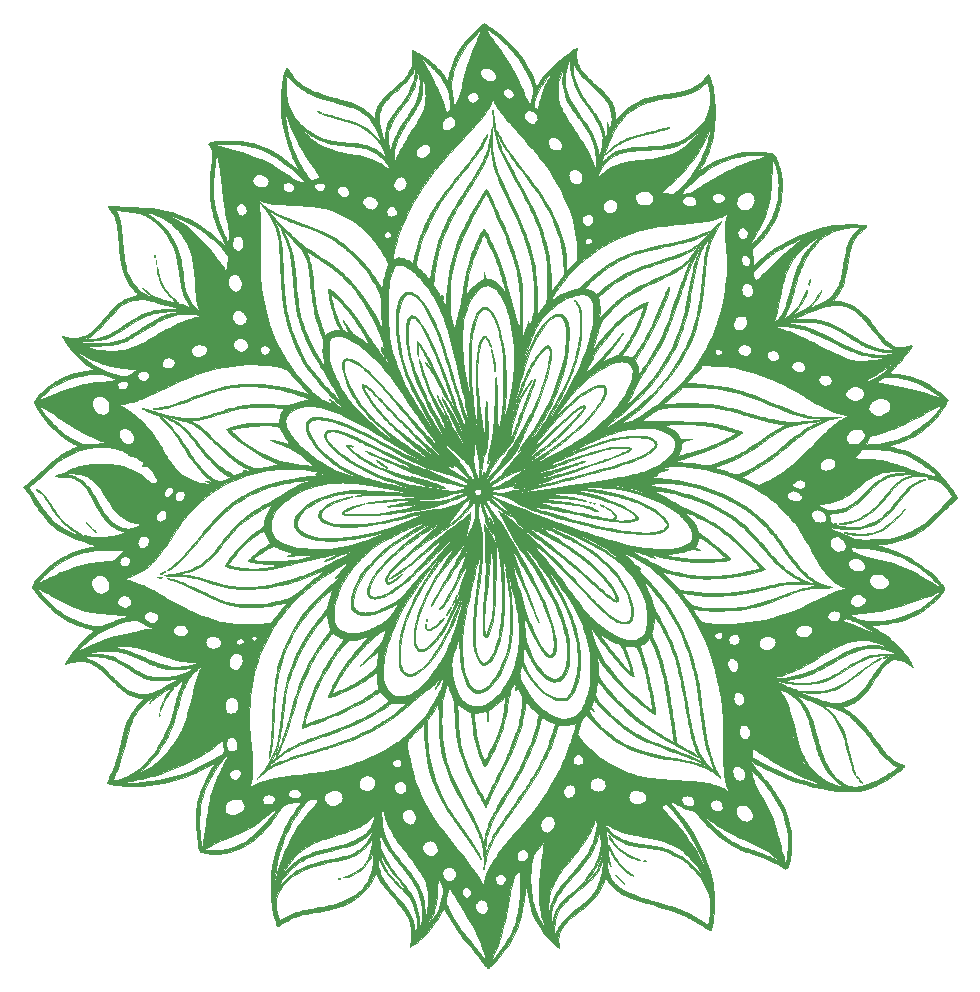
<source format=gbr>
%TF.GenerationSoftware,KiCad,Pcbnew,7.0.1*%
%TF.CreationDate,2023-06-01T23:30:29-07:00*%
%TF.ProjectId,flower,666c6f77-6572-42e6-9b69-6361645f7063,rev?*%
%TF.SameCoordinates,Original*%
%TF.FileFunction,Copper,L2,Bot*%
%TF.FilePolarity,Positive*%
%FSLAX46Y46*%
G04 Gerber Fmt 4.6, Leading zero omitted, Abs format (unit mm)*
G04 Created by KiCad (PCBNEW 7.0.1) date 2023-06-01 23:30:29*
%MOMM*%
%LPD*%
G01*
G04 APERTURE LIST*
%TA.AperFunction,EtchedComponent*%
%ADD10C,0.010000*%
%TD*%
G04 APERTURE END LIST*
%TO.C,G\u002A\u002A\u002A*%
D10*
X32835219Y-13461207D02*
X33208904Y-13461207D01*
X33208956Y-13482040D01*
X33209765Y-13651585D01*
X33211514Y-13786987D01*
X33214789Y-13896437D01*
X33220177Y-13988121D01*
X33228263Y-14070231D01*
X33239634Y-14150955D01*
X33254875Y-14238483D01*
X33268035Y-14307540D01*
X33328611Y-14574226D01*
X33405936Y-14842576D01*
X33496704Y-15103888D01*
X33597608Y-15349462D01*
X33705343Y-15570596D01*
X33816604Y-15758589D01*
X33822925Y-15768040D01*
X33994756Y-16001393D01*
X34199169Y-16242169D01*
X34428946Y-16483367D01*
X34676867Y-16717985D01*
X34935716Y-16939024D01*
X35198272Y-17139483D01*
X35333611Y-17233092D01*
X35658048Y-17426709D01*
X36014360Y-17597969D01*
X36397578Y-17745366D01*
X36802733Y-17867393D01*
X37224856Y-17962541D01*
X37658980Y-18029305D01*
X38075797Y-18064951D01*
X38367150Y-18081295D01*
X38621989Y-18098285D01*
X38846131Y-18116698D01*
X39045394Y-18137312D01*
X39225599Y-18160905D01*
X39392561Y-18188255D01*
X39552101Y-18220139D01*
X39710037Y-18257336D01*
X39872186Y-18300623D01*
X39902381Y-18309153D01*
X40237563Y-18415166D01*
X40535847Y-18532771D01*
X40801695Y-18664546D01*
X41039570Y-18813064D01*
X41253936Y-18980902D01*
X41449255Y-19170634D01*
X41507610Y-19235415D01*
X41567573Y-19301318D01*
X41616866Y-19350337D01*
X41649512Y-19376845D01*
X41659530Y-19378423D01*
X41657062Y-19350213D01*
X41644754Y-19290357D01*
X41624640Y-19207845D01*
X41600724Y-19118691D01*
X41489597Y-18796001D01*
X41339038Y-18478287D01*
X41151920Y-18169032D01*
X40931118Y-17871722D01*
X40679506Y-17589842D01*
X40399958Y-17326877D01*
X40095348Y-17086311D01*
X39768550Y-16871631D01*
X39727661Y-16847589D01*
X39522165Y-16734219D01*
X39311317Y-16630478D01*
X39088931Y-16533996D01*
X38848825Y-16442406D01*
X38584813Y-16353341D01*
X38290712Y-16264433D01*
X37980547Y-16178688D01*
X37676957Y-16096580D01*
X37398280Y-16018738D01*
X37146368Y-15945769D01*
X36923072Y-15878277D01*
X36730245Y-15816867D01*
X36569737Y-15762143D01*
X36443401Y-15714711D01*
X36353089Y-15675175D01*
X36300652Y-15644140D01*
X36287214Y-15625604D01*
X36306604Y-15611941D01*
X36364576Y-15614967D01*
X36460835Y-15634619D01*
X36595083Y-15670837D01*
X36767024Y-15723559D01*
X36776343Y-15726544D01*
X36874256Y-15756560D01*
X37005231Y-15794633D01*
X37161265Y-15838548D01*
X37334353Y-15886092D01*
X37516489Y-15935049D01*
X37699668Y-15983206D01*
X37768881Y-16001091D01*
X38044596Y-16072917D01*
X38284426Y-16137727D01*
X38493878Y-16197390D01*
X38678455Y-16253776D01*
X38843665Y-16308753D01*
X38995013Y-16364189D01*
X39138003Y-16421955D01*
X39278143Y-16483918D01*
X39420938Y-16551948D01*
X39484090Y-16583312D01*
X39815567Y-16766240D01*
X40125061Y-16972442D01*
X40417815Y-17206251D01*
X40699069Y-17471999D01*
X40974064Y-17774020D01*
X41082325Y-17904522D01*
X41157682Y-17996836D01*
X41223460Y-18075937D01*
X41275259Y-18136656D01*
X41308680Y-18173823D01*
X41319326Y-18183067D01*
X41314200Y-18162027D01*
X41295538Y-18107785D01*
X41265691Y-18026377D01*
X41227011Y-17923838D01*
X41181847Y-17806206D01*
X41132551Y-17679518D01*
X41081473Y-17549808D01*
X41030965Y-17423115D01*
X40983377Y-17305474D01*
X40941061Y-17202922D01*
X40906366Y-17121495D01*
X40902250Y-17112123D01*
X40723953Y-16747902D01*
X40526439Y-16420554D01*
X40308532Y-16128657D01*
X40069057Y-15870786D01*
X39806841Y-15645521D01*
X39541270Y-15463874D01*
X39380526Y-15370178D01*
X39213432Y-15281976D01*
X39036108Y-15197860D01*
X38844673Y-15116427D01*
X38635245Y-15036269D01*
X38403944Y-14955982D01*
X38146888Y-14874161D01*
X37860196Y-14789400D01*
X37539987Y-14700293D01*
X37182380Y-14605434D01*
X37141404Y-14594798D01*
X36769918Y-14495404D01*
X36435020Y-14398845D01*
X36131231Y-14303206D01*
X35853073Y-14206571D01*
X35595068Y-14107024D01*
X35351738Y-14002648D01*
X35117604Y-13891529D01*
X35087363Y-13876391D01*
X34888958Y-13772945D01*
X34710532Y-13671380D01*
X34545253Y-13566603D01*
X34386289Y-13453524D01*
X34226808Y-13327051D01*
X34059978Y-13182093D01*
X33878966Y-13013559D01*
X33713631Y-12852685D01*
X33288466Y-12432829D01*
X33247965Y-12692851D01*
X33233979Y-12792355D01*
X33223524Y-12892352D01*
X33216194Y-13001039D01*
X33211584Y-13126613D01*
X33209289Y-13277270D01*
X33208904Y-13461207D01*
X32835219Y-13461207D01*
X32879189Y-13084787D01*
X32923202Y-12815290D01*
X32957779Y-12634428D01*
X32995966Y-12458682D01*
X33036207Y-12293494D01*
X33076948Y-12144309D01*
X33116636Y-12016570D01*
X33153714Y-11915720D01*
X33186629Y-11847202D01*
X33207247Y-11820636D01*
X33230645Y-11806200D01*
X33255817Y-11803809D01*
X33285577Y-11816454D01*
X33322738Y-11847125D01*
X33370117Y-11898813D01*
X33430526Y-11974509D01*
X33506781Y-12077203D01*
X33601696Y-12209886D01*
X33685123Y-12328456D01*
X33895481Y-12600637D01*
X34129471Y-12849010D01*
X34390455Y-13076179D01*
X34681793Y-13284748D01*
X35006845Y-13477321D01*
X35368972Y-13656502D01*
X35440547Y-13688500D01*
X35624487Y-13766938D01*
X35811144Y-13841091D01*
X36005740Y-13912645D01*
X36213498Y-13983280D01*
X36439641Y-14054681D01*
X36689392Y-14128529D01*
X36967972Y-14206509D01*
X37280605Y-14290302D01*
X37427204Y-14328642D01*
X37842338Y-14441046D01*
X38218247Y-14552557D01*
X38557989Y-14664362D01*
X38864620Y-14777645D01*
X39141199Y-14893591D01*
X39390781Y-15013387D01*
X39616426Y-15138216D01*
X39777909Y-15239929D01*
X39890774Y-15317640D01*
X39997849Y-15397124D01*
X40106479Y-15484455D01*
X40224010Y-15585704D01*
X40357788Y-15706946D01*
X40474770Y-15816130D01*
X40728113Y-16054721D01*
X40728228Y-16053790D01*
X41082147Y-16053790D01*
X41083612Y-16209535D01*
X41088641Y-16336004D01*
X41098306Y-16446181D01*
X41113680Y-16553049D01*
X41131082Y-16646241D01*
X41152375Y-16737904D01*
X41185226Y-16861330D01*
X41227118Y-17008357D01*
X41275535Y-17170824D01*
X41327962Y-17340566D01*
X41381883Y-17509422D01*
X41434781Y-17669230D01*
X41484142Y-17811828D01*
X41522602Y-17916456D01*
X41567114Y-18032873D01*
X41593759Y-17673040D01*
X41605285Y-17531478D01*
X41606822Y-17515029D01*
X41824971Y-17515029D01*
X41825081Y-17714416D01*
X41837094Y-17919155D01*
X41860777Y-18117559D01*
X41882612Y-18239000D01*
X41918878Y-18400959D01*
X41952576Y-18527518D01*
X41983121Y-18616893D01*
X42009926Y-18667296D01*
X42026844Y-18678456D01*
X42045422Y-18660604D01*
X42072662Y-18614454D01*
X42094950Y-18567331D01*
X42124882Y-18490837D01*
X42158716Y-18393396D01*
X42189542Y-18294994D01*
X42191904Y-18286873D01*
X42261247Y-18069188D01*
X42346334Y-17843685D01*
X42448723Y-17607442D01*
X42569974Y-17357535D01*
X42711647Y-17091040D01*
X42875300Y-16805034D01*
X43062494Y-16496593D01*
X43274787Y-16162794D01*
X43513739Y-15800713D01*
X43534377Y-15769954D01*
X43635572Y-15618029D01*
X43735754Y-15465257D01*
X43830640Y-15318346D01*
X43915945Y-15184001D01*
X43987387Y-15068928D01*
X44040681Y-14979834D01*
X44053854Y-14956743D01*
X44204868Y-14662943D01*
X44322135Y-14377885D01*
X44409201Y-14090279D01*
X44469609Y-13788832D01*
X44500886Y-13532714D01*
X44510515Y-13390083D01*
X44516149Y-13220790D01*
X44518004Y-13033530D01*
X44516298Y-12836994D01*
X44511250Y-12639878D01*
X44503075Y-12450874D01*
X44491991Y-12278677D01*
X44478217Y-12131980D01*
X44463196Y-12026131D01*
X44425797Y-11819057D01*
X44365912Y-12163715D01*
X44306629Y-12484173D01*
X44244247Y-12774788D01*
X44176159Y-13041270D01*
X44099756Y-13289330D01*
X44012430Y-13524678D01*
X43911572Y-13753026D01*
X43794574Y-13980085D01*
X43658828Y-14211564D01*
X43501725Y-14453176D01*
X43320657Y-14710631D01*
X43113016Y-14989639D01*
X43019377Y-15111873D01*
X42795459Y-15407694D01*
X42600223Y-15678055D01*
X42431623Y-15926610D01*
X42287609Y-16157017D01*
X42166134Y-16372931D01*
X42065151Y-16578006D01*
X41982611Y-16775900D01*
X41916466Y-16970267D01*
X41864670Y-17164764D01*
X41861397Y-17179060D01*
X41836998Y-17332681D01*
X41824971Y-17515029D01*
X41606822Y-17515029D01*
X41619113Y-17383538D01*
X41633807Y-17243349D01*
X41647934Y-17125038D01*
X41653624Y-17083386D01*
X41679020Y-16931122D01*
X41711070Y-16786479D01*
X41751777Y-16645837D01*
X41803139Y-16505575D01*
X41867156Y-16362071D01*
X41945829Y-16211705D01*
X42041157Y-16050856D01*
X42155142Y-15875903D01*
X42289782Y-15683225D01*
X42447078Y-15469201D01*
X42629030Y-15230211D01*
X42795246Y-15016623D01*
X43015358Y-14729739D01*
X43206873Y-14466151D01*
X43372650Y-14220821D01*
X43515546Y-13988712D01*
X43638418Y-13764786D01*
X43744125Y-13544006D01*
X43835523Y-13321335D01*
X43915471Y-13091735D01*
X43949153Y-12982526D01*
X43978799Y-12874461D01*
X44009815Y-12746867D01*
X44041127Y-12605804D01*
X44071661Y-12457335D01*
X44100342Y-12307519D01*
X44126095Y-12162419D01*
X44147847Y-12028095D01*
X44164523Y-11910609D01*
X44175049Y-11816021D01*
X44178349Y-11750393D01*
X44173351Y-11719787D01*
X44173044Y-11719455D01*
X44156137Y-11717451D01*
X44130680Y-11739866D01*
X44094720Y-11789640D01*
X44046304Y-11869712D01*
X43983479Y-11983024D01*
X43925467Y-12092086D01*
X43838901Y-12251590D01*
X43752598Y-12398435D01*
X43663079Y-12536635D01*
X43566866Y-12670200D01*
X43460479Y-12803144D01*
X43340440Y-12939478D01*
X43203269Y-13083216D01*
X43045489Y-13238369D01*
X42863620Y-13408949D01*
X42654183Y-13598970D01*
X42499631Y-13736568D01*
X42286900Y-13926234D01*
X42103875Y-14092810D01*
X41947376Y-14239865D01*
X41814222Y-14370969D01*
X41701236Y-14489691D01*
X41605236Y-14599601D01*
X41523044Y-14704267D01*
X41451479Y-14807260D01*
X41387364Y-14912148D01*
X41327517Y-15022500D01*
X41293366Y-15090706D01*
X41217283Y-15256490D01*
X41161026Y-15406049D01*
X41121992Y-15551249D01*
X41097578Y-15703957D01*
X41085181Y-15876040D01*
X41082147Y-16053790D01*
X40728228Y-16053790D01*
X40741971Y-15943130D01*
X40784792Y-15673292D01*
X40845337Y-15425377D01*
X40928235Y-15184146D01*
X41038117Y-14934359D01*
X41065229Y-14879040D01*
X41114648Y-14781384D01*
X41161676Y-14693446D01*
X41209099Y-14612209D01*
X41259700Y-14534658D01*
X41316264Y-14457776D01*
X41381575Y-14378548D01*
X41458418Y-14293956D01*
X41549576Y-14200986D01*
X41657835Y-14096622D01*
X41785978Y-13977846D01*
X41936790Y-13841644D01*
X42113055Y-13684999D01*
X42317558Y-13504895D01*
X42403294Y-13429641D01*
X42615521Y-13242424D01*
X42798248Y-13078501D01*
X42954691Y-12934301D01*
X43088064Y-12806250D01*
X43201583Y-12690778D01*
X43298463Y-12584311D01*
X43381921Y-12483278D01*
X43455170Y-12384108D01*
X43521428Y-12283226D01*
X43583908Y-12177063D01*
X43645828Y-12062045D01*
X43661271Y-12032123D01*
X43741530Y-11871774D01*
X43804934Y-11733221D01*
X43852842Y-11608541D01*
X43886616Y-11489811D01*
X43907617Y-11369107D01*
X43917205Y-11238507D01*
X43916741Y-11090086D01*
X43910910Y-10979154D01*
X44741460Y-10979154D01*
X44745067Y-11003512D01*
X44768195Y-11060061D01*
X44808697Y-11144623D01*
X44864424Y-11253023D01*
X44933230Y-11381084D01*
X45012964Y-11524631D01*
X45101480Y-11679487D01*
X45103442Y-11682873D01*
X45229139Y-11906827D01*
X45362605Y-12157611D01*
X45501282Y-12429565D01*
X45642611Y-12717028D01*
X45784036Y-13014343D01*
X45922998Y-13315848D01*
X46056940Y-13615885D01*
X46183304Y-13908794D01*
X46299531Y-14188915D01*
X46403064Y-14450588D01*
X46491345Y-14688155D01*
X46561817Y-14895956D01*
X46575669Y-14940355D01*
X46621139Y-15086051D01*
X46663711Y-15216823D01*
X46701288Y-15326594D01*
X46731777Y-15409289D01*
X46753082Y-15458831D01*
X46756543Y-15465027D01*
X46781542Y-15480904D01*
X46825418Y-15471330D01*
X46893611Y-15434819D01*
X46914028Y-15421992D01*
X46986843Y-15373136D01*
X47036774Y-15330013D01*
X47068464Y-15282856D01*
X47086556Y-15221895D01*
X47095695Y-15137360D01*
X47100187Y-15030337D01*
X47100374Y-14857842D01*
X47091926Y-14664834D01*
X47076094Y-14466719D01*
X47054128Y-14278900D01*
X47027278Y-14116782D01*
X47025247Y-14106786D01*
X46977590Y-13918309D01*
X46908479Y-13714093D01*
X46815707Y-13488113D01*
X46741023Y-13326028D01*
X47195278Y-13326028D01*
X47205352Y-13527788D01*
X47230604Y-13743209D01*
X47271285Y-13983732D01*
X47283406Y-14046636D01*
X47307166Y-14176912D01*
X47332025Y-14328729D01*
X47354743Y-14481517D01*
X47369524Y-14593290D01*
X47382884Y-14700282D01*
X47395050Y-14793107D01*
X47404852Y-14863161D01*
X47411121Y-14901842D01*
X47411969Y-14905498D01*
X47428135Y-14928995D01*
X47457076Y-14921352D01*
X47502502Y-14880688D01*
X47537206Y-14841998D01*
X47630570Y-14718406D01*
X47717805Y-14571025D01*
X47799882Y-14397121D01*
X47861429Y-14236588D01*
X48524555Y-14236588D01*
X48533926Y-14335545D01*
X48551253Y-14377671D01*
X48589386Y-14431620D01*
X48651129Y-14499155D01*
X48725247Y-14569818D01*
X48800508Y-14633154D01*
X48865678Y-14678705D01*
X48886336Y-14689574D01*
X48975491Y-14710763D01*
X49079492Y-14699206D01*
X49202753Y-14654238D01*
X49239997Y-14636237D01*
X49314764Y-14592621D01*
X49381497Y-14543737D01*
X49416486Y-14510282D01*
X49482717Y-14401299D01*
X49512019Y-14281924D01*
X49505626Y-14160089D01*
X49464772Y-14043728D01*
X49390690Y-13940775D01*
X49318534Y-13880124D01*
X49196954Y-13819374D01*
X51544134Y-13819374D01*
X51562038Y-13923879D01*
X51609508Y-14018092D01*
X51718439Y-14163523D01*
X51832549Y-14269363D01*
X51950509Y-14335022D01*
X52070993Y-14359912D01*
X52192673Y-14343444D01*
X52270010Y-14311219D01*
X52342816Y-14261342D01*
X52410796Y-14195229D01*
X52464997Y-14123776D01*
X52496467Y-14057879D01*
X52500881Y-14030199D01*
X52488120Y-13968740D01*
X52454137Y-13886747D01*
X52405380Y-13795722D01*
X52348296Y-13707169D01*
X52289334Y-13632592D01*
X52263012Y-13605830D01*
X52147831Y-13523170D01*
X52027147Y-13480243D01*
X51905111Y-13477556D01*
X51785872Y-13515614D01*
X51740206Y-13542150D01*
X51633010Y-13629268D01*
X51567722Y-13721423D01*
X51544134Y-13819374D01*
X49196954Y-13819374D01*
X49192877Y-13817337D01*
X49063848Y-13796546D01*
X48932591Y-13817658D01*
X48800252Y-13880578D01*
X48733214Y-13928337D01*
X48625251Y-14030385D01*
X48555347Y-14134001D01*
X48524555Y-14236588D01*
X47861429Y-14236588D01*
X47877771Y-14193964D01*
X47952442Y-13958822D01*
X48024866Y-13688963D01*
X48096012Y-13381655D01*
X48151753Y-13111623D01*
X48194313Y-12900048D01*
X48236117Y-12702368D01*
X48278397Y-12514796D01*
X48322386Y-12333546D01*
X48366413Y-12165883D01*
X49655238Y-12165883D01*
X49664571Y-12233313D01*
X49724911Y-12409866D01*
X49820966Y-12565092D01*
X49950656Y-12696722D01*
X50111896Y-12802489D01*
X50239166Y-12858728D01*
X50354492Y-12887191D01*
X50483632Y-12896637D01*
X50611073Y-12887467D01*
X50721300Y-12860082D01*
X50754631Y-12845404D01*
X50822568Y-12796635D01*
X50888763Y-12726596D01*
X50908089Y-12700298D01*
X50950661Y-12629240D01*
X50971194Y-12565876D01*
X50976841Y-12487241D01*
X50976864Y-12479522D01*
X50956679Y-12338358D01*
X50900168Y-12201792D01*
X50813340Y-12074626D01*
X50702201Y-11961664D01*
X50572760Y-11867708D01*
X50431023Y-11797562D01*
X50282997Y-11756029D01*
X50134692Y-11747912D01*
X50071884Y-11755976D01*
X49923820Y-11798955D01*
X49805582Y-11864414D01*
X49719711Y-11949374D01*
X49668749Y-12050856D01*
X49655238Y-12165883D01*
X48366413Y-12165883D01*
X48369316Y-12154830D01*
X48420420Y-11974862D01*
X48476931Y-11789856D01*
X48540080Y-11596024D01*
X48611102Y-11389579D01*
X48691227Y-11166735D01*
X48781690Y-10923705D01*
X48883721Y-10656702D01*
X48998555Y-10361939D01*
X49127423Y-10035631D01*
X49266816Y-9685849D01*
X49348453Y-9480884D01*
X49424776Y-9287764D01*
X49494421Y-9110041D01*
X49556025Y-8951266D01*
X49608225Y-8814992D01*
X49649658Y-8704770D01*
X49678959Y-8624153D01*
X49694765Y-8576692D01*
X49697029Y-8565049D01*
X49678196Y-8574718D01*
X49634649Y-8611006D01*
X49570654Y-8669674D01*
X49490475Y-8746480D01*
X49398375Y-8837183D01*
X49298619Y-8937542D01*
X49195471Y-9043316D01*
X49093196Y-9150263D01*
X48996057Y-9254143D01*
X48918235Y-9339624D01*
X48568397Y-9756105D01*
X48260273Y-10178427D01*
X47993594Y-10607003D01*
X47768088Y-11042244D01*
X47688899Y-11219364D01*
X47611912Y-11413206D01*
X47533625Y-11634816D01*
X47457502Y-11872502D01*
X47387008Y-12114574D01*
X47325607Y-12349340D01*
X47276763Y-12565110D01*
X47253616Y-12688290D01*
X47219661Y-12917721D01*
X47200131Y-13126486D01*
X47195278Y-13326028D01*
X46741023Y-13326028D01*
X46731607Y-13305595D01*
X46618331Y-13075869D01*
X46512264Y-12877340D01*
X46407416Y-12700980D01*
X46297797Y-12537764D01*
X46177414Y-12378664D01*
X46040278Y-12214655D01*
X45913144Y-12072382D01*
X45823825Y-11977030D01*
X45720323Y-11870534D01*
X45606469Y-11756469D01*
X45486097Y-11638412D01*
X45363040Y-11519940D01*
X45241132Y-11404630D01*
X45124206Y-11296057D01*
X45016094Y-11197798D01*
X44920630Y-11113430D01*
X44841647Y-11046529D01*
X44782978Y-11000672D01*
X44748456Y-10979435D01*
X44741460Y-10979154D01*
X43910910Y-10979154D01*
X43907585Y-10915923D01*
X43891098Y-10708093D01*
X43890275Y-10698623D01*
X43878828Y-10564778D01*
X43869063Y-10445962D01*
X43861457Y-10348357D01*
X43856485Y-10278143D01*
X43854621Y-10241500D01*
X43854840Y-10237643D01*
X43874251Y-10244685D01*
X43924855Y-10268832D01*
X44000672Y-10306928D01*
X44095725Y-10355814D01*
X44204037Y-10412333D01*
X44319630Y-10473328D01*
X44436528Y-10535642D01*
X44548751Y-10596116D01*
X44650323Y-10651595D01*
X44735266Y-10698919D01*
X44797603Y-10734932D01*
X44806797Y-10740479D01*
X45052499Y-10902291D01*
X45309979Y-11094120D01*
X45570518Y-11308943D01*
X45825395Y-11539739D01*
X45950578Y-11661517D01*
X46110387Y-11824928D01*
X46245910Y-11973364D01*
X46366250Y-12117871D01*
X46480512Y-12269494D01*
X46597803Y-12439279D01*
X46623127Y-12477451D01*
X46714408Y-12612012D01*
X46787226Y-12710605D01*
X46842878Y-12774703D01*
X46882657Y-12805776D01*
X46907859Y-12805299D01*
X46909811Y-12803368D01*
X46920142Y-12774644D01*
X46932967Y-12714545D01*
X46946154Y-12633777D01*
X46951701Y-12593040D01*
X46978670Y-12440450D01*
X47023554Y-12256854D01*
X47084104Y-12048468D01*
X47158069Y-11821505D01*
X47243200Y-11582183D01*
X47337246Y-11336716D01*
X47437958Y-11091319D01*
X47543085Y-10852208D01*
X47650377Y-10625599D01*
X47698802Y-10529290D01*
X47848246Y-10264734D01*
X48031359Y-9985826D01*
X48244050Y-9697358D01*
X48482229Y-9404119D01*
X48741807Y-9110900D01*
X49018693Y-8822491D01*
X49308797Y-8543684D01*
X49353009Y-8504616D01*
X50179332Y-8504616D01*
X50183907Y-8529328D01*
X50212736Y-8587223D01*
X50265142Y-8677266D01*
X50340450Y-8798427D01*
X50437982Y-8949673D01*
X50557063Y-9129972D01*
X50697016Y-9338291D01*
X50857164Y-9573599D01*
X51036832Y-9834863D01*
X51235342Y-10121051D01*
X51290263Y-10199852D01*
X51518915Y-10529299D01*
X51724385Y-10829415D01*
X51909136Y-11104548D01*
X52075633Y-11359048D01*
X52226341Y-11597262D01*
X52363726Y-11823540D01*
X52490250Y-12042230D01*
X52608380Y-12257679D01*
X52720579Y-12474238D01*
X52829313Y-12696254D01*
X52937046Y-12928076D01*
X53046243Y-13174053D01*
X53159368Y-13438532D01*
X53252533Y-13661956D01*
X53375635Y-13956460D01*
X53485815Y-14212837D01*
X53583930Y-14432992D01*
X53670833Y-14618826D01*
X53747382Y-14772243D01*
X53776348Y-14826909D01*
X53866131Y-14992910D01*
X53898606Y-14865095D01*
X54175797Y-14865095D01*
X54175924Y-14952562D01*
X54193173Y-15021342D01*
X54227603Y-15078140D01*
X54230839Y-15082057D01*
X54279009Y-15130271D01*
X54340456Y-15179869D01*
X54404454Y-15223613D01*
X54460279Y-15254266D01*
X54497207Y-15264590D01*
X54500378Y-15263962D01*
X54520365Y-15241042D01*
X54543625Y-15192504D01*
X54550484Y-15173753D01*
X54563996Y-15127098D01*
X54584647Y-15047214D01*
X54610446Y-14942205D01*
X54639403Y-14820180D01*
X54669525Y-14689245D01*
X54669900Y-14687590D01*
X54717754Y-14481711D01*
X54761812Y-14305988D01*
X54805447Y-14148853D01*
X54852032Y-13998739D01*
X54904941Y-13844079D01*
X54959168Y-13695678D01*
X54972556Y-13661956D01*
X56239189Y-13661956D01*
X56241268Y-13915094D01*
X56248361Y-14133253D01*
X56261844Y-14323633D01*
X56283095Y-14493430D01*
X56313490Y-14649845D01*
X56354406Y-14800076D01*
X56407220Y-14951320D01*
X56473307Y-15110776D01*
X56546829Y-15270526D01*
X56602429Y-15383929D01*
X56663079Y-15500567D01*
X56730854Y-15623812D01*
X56807831Y-15757035D01*
X56896086Y-15903610D01*
X56997695Y-16066906D01*
X57114734Y-16250297D01*
X57249280Y-16457154D01*
X57403409Y-16690849D01*
X57579196Y-16954754D01*
X57637690Y-17042147D01*
X57817674Y-17311601D01*
X57975913Y-17550446D01*
X58114915Y-17762768D01*
X58237186Y-17952657D01*
X58345234Y-18124200D01*
X58441565Y-18281486D01*
X58528685Y-18428602D01*
X58609103Y-18569638D01*
X58685324Y-18708681D01*
X58759856Y-18849820D01*
X58829260Y-18985373D01*
X58948619Y-19227717D01*
X59048279Y-19444937D01*
X59132281Y-19646960D01*
X59204669Y-19843711D01*
X59269484Y-20045117D01*
X59292049Y-20121740D01*
X59324129Y-20232372D01*
X59347703Y-20305225D01*
X59365500Y-20339651D01*
X59380251Y-20335004D01*
X59394685Y-20290636D01*
X59411533Y-20205900D01*
X59432063Y-20088559D01*
X59459059Y-19847989D01*
X59460370Y-19755528D01*
X59909445Y-19755528D01*
X59916923Y-19776016D01*
X59943009Y-19766969D01*
X59988917Y-19730565D01*
X60055861Y-19668985D01*
X60145055Y-19584407D01*
X60168250Y-19562491D01*
X60276427Y-19462774D01*
X60391662Y-19360422D01*
X60503629Y-19264357D01*
X60602001Y-19183501D01*
X60651182Y-19145262D01*
X60905159Y-18976322D01*
X61187732Y-18830467D01*
X61500039Y-18707419D01*
X61843220Y-18606901D01*
X62218414Y-18528633D01*
X62626761Y-18472338D01*
X63069398Y-18437738D01*
X63547466Y-18424554D01*
X63602797Y-18424399D01*
X64083800Y-18417023D01*
X64527984Y-18394979D01*
X64938436Y-18357727D01*
X65318246Y-18304724D01*
X65670502Y-18235431D01*
X65998290Y-18149305D01*
X66304700Y-18045806D01*
X66592819Y-17924391D01*
X66671964Y-17886457D01*
X66909635Y-17761580D01*
X67132828Y-17627010D01*
X67348113Y-17477747D01*
X67562059Y-17308792D01*
X67781235Y-17115144D01*
X68012210Y-16891805D01*
X68111297Y-16791059D01*
X68325291Y-16561271D01*
X68505643Y-16345460D01*
X68655902Y-16137374D01*
X68779613Y-15930761D01*
X68880323Y-15719369D01*
X68961580Y-15496946D01*
X69026929Y-15257240D01*
X69055051Y-15127433D01*
X69088787Y-14906208D01*
X69108338Y-14657828D01*
X69114169Y-14392279D01*
X69106744Y-14119546D01*
X69086527Y-13849614D01*
X69053982Y-13592466D01*
X69009573Y-13358088D01*
X68965039Y-13191195D01*
X68938804Y-13116448D01*
X68912626Y-13056805D01*
X68892107Y-13025004D01*
X68891854Y-13024790D01*
X68860537Y-13010395D01*
X68819372Y-13015069D01*
X68763911Y-13041199D01*
X68689708Y-13091173D01*
X68592316Y-13167378D01*
X68529936Y-13219082D01*
X68266068Y-13426386D01*
X68004458Y-13601046D01*
X67734896Y-13748490D01*
X67447173Y-13874146D01*
X67131081Y-13983443D01*
X67042381Y-14010027D01*
X66900924Y-14049973D01*
X66762246Y-14086214D01*
X66621078Y-14119734D01*
X66472151Y-14151516D01*
X66310196Y-14182542D01*
X66129944Y-14213794D01*
X65926126Y-14246257D01*
X65693472Y-14280912D01*
X65426713Y-14318743D01*
X65274964Y-14339696D01*
X64759282Y-14423930D01*
X64278094Y-14530999D01*
X63829656Y-14661847D01*
X63412227Y-14817422D01*
X63024063Y-14998667D01*
X62663424Y-15206530D01*
X62328566Y-15441956D01*
X62017746Y-15705890D01*
X61729224Y-15999279D01*
X61461255Y-16323068D01*
X61355087Y-16467412D01*
X61205258Y-16688861D01*
X61060391Y-16925490D01*
X60918988Y-17180569D01*
X60779551Y-17457367D01*
X60640581Y-17759155D01*
X60500581Y-18089202D01*
X60358051Y-18450777D01*
X60211495Y-18847150D01*
X60059413Y-19281591D01*
X60041338Y-19334623D01*
X59986522Y-19495051D01*
X59945459Y-19617225D01*
X59919362Y-19703324D01*
X59909445Y-19755528D01*
X59460370Y-19755528D01*
X59462864Y-19579720D01*
X59444638Y-19290680D01*
X59405544Y-18987799D01*
X59346742Y-18678003D01*
X59269393Y-18368224D01*
X59174657Y-18065387D01*
X59063697Y-17776423D01*
X59032682Y-17705200D01*
X58920365Y-17470971D01*
X58786427Y-17223315D01*
X58629018Y-16959267D01*
X58446283Y-16675860D01*
X58236369Y-16370131D01*
X57997426Y-16039112D01*
X57961334Y-15990290D01*
X57826652Y-15805314D01*
X57688298Y-15609309D01*
X57551150Y-15409585D01*
X57420088Y-15213452D01*
X57299991Y-15028220D01*
X57195739Y-14861198D01*
X57112209Y-14719696D01*
X57106573Y-14709706D01*
X56945698Y-14384442D01*
X56812464Y-14032659D01*
X56709210Y-13661777D01*
X56638277Y-13279220D01*
X56626325Y-13186520D01*
X56613976Y-13023693D01*
X56610670Y-12834260D01*
X56615194Y-12657894D01*
X56811475Y-12657894D01*
X56811884Y-12882839D01*
X56824565Y-13098776D01*
X56849380Y-13291997D01*
X56859371Y-13344456D01*
X56914670Y-13573088D01*
X56986203Y-13802782D01*
X57075750Y-14036935D01*
X57185091Y-14278948D01*
X57316004Y-14532218D01*
X57470269Y-14800146D01*
X57649666Y-15086130D01*
X57855975Y-15393568D01*
X58090975Y-15725861D01*
X58145539Y-15801042D01*
X58384279Y-16134147D01*
X58595484Y-16441481D01*
X58781301Y-16727456D01*
X58943880Y-16996482D01*
X59085366Y-17252972D01*
X59207909Y-17501337D01*
X59313657Y-17745989D01*
X59404757Y-17991340D01*
X59483357Y-18241801D01*
X59551605Y-18501785D01*
X59611649Y-18775702D01*
X59623765Y-18837206D01*
X59654611Y-18996236D01*
X59678524Y-19118220D01*
X59696467Y-19207703D01*
X59709405Y-19269228D01*
X59718303Y-19307340D01*
X59724125Y-19326583D01*
X59727835Y-19331502D01*
X59728560Y-19331010D01*
X59736309Y-19309217D01*
X59753255Y-19254357D01*
X59777093Y-19174102D01*
X59805519Y-19076125D01*
X59813325Y-19048873D01*
X59873545Y-18830747D01*
X59920311Y-18642588D01*
X59955319Y-18474835D01*
X59980265Y-18317925D01*
X59996847Y-18162295D01*
X60006761Y-17998385D01*
X60008622Y-17948206D01*
X60009729Y-17706665D01*
X59994717Y-17487906D01*
X59961253Y-17281345D01*
X59907003Y-17076398D01*
X59829634Y-16862480D01*
X59726813Y-16629009D01*
X59709957Y-16593540D01*
X59640507Y-16452754D01*
X59567293Y-16313433D01*
X59487618Y-16171289D01*
X59398782Y-16022032D01*
X59298087Y-15861374D01*
X59182835Y-15685026D01*
X59050327Y-15488699D01*
X58897865Y-15268103D01*
X58722749Y-15018951D01*
X58691130Y-14974290D01*
X58440973Y-14611894D01*
X58220990Y-14272700D01*
X58028973Y-13952639D01*
X57862716Y-13647643D01*
X57720012Y-13353643D01*
X57598655Y-13066570D01*
X57496437Y-12782358D01*
X57487771Y-12755757D01*
X57411825Y-12503167D01*
X57355825Y-12272897D01*
X57317542Y-12051208D01*
X57294747Y-11824358D01*
X57285212Y-11578607D01*
X57284611Y-11502956D01*
X57283170Y-11387535D01*
X57279669Y-11285827D01*
X57274558Y-11205947D01*
X57268288Y-11156008D01*
X57264670Y-11144484D01*
X57237755Y-11128512D01*
X57203604Y-11149748D01*
X57163817Y-11204003D01*
X57119995Y-11287083D01*
X57073738Y-11394798D01*
X57026646Y-11522955D01*
X56980319Y-11667364D01*
X56936358Y-11823832D01*
X56896363Y-11988168D01*
X56861934Y-12156180D01*
X56848036Y-12235796D01*
X56823479Y-12437644D01*
X56811475Y-12657894D01*
X56615194Y-12657894D01*
X56615837Y-12632844D01*
X56628910Y-12434066D01*
X56649319Y-12252549D01*
X56666683Y-12148540D01*
X56685905Y-12046599D01*
X56702863Y-11948914D01*
X56715056Y-11870234D01*
X56718695Y-11841623D01*
X56721400Y-11806500D01*
X56718170Y-11792781D01*
X56706527Y-11803985D01*
X56683991Y-11843631D01*
X56648083Y-11915238D01*
X56606874Y-12000373D01*
X56473199Y-12298093D01*
X56369231Y-12573206D01*
X56295867Y-12823285D01*
X56283026Y-12878790D01*
X56269580Y-12944855D01*
X56259150Y-13009340D01*
X56251366Y-13078838D01*
X56245859Y-13159941D01*
X56242261Y-13259241D01*
X56240202Y-13383330D01*
X56239313Y-13538800D01*
X56239189Y-13661956D01*
X54972556Y-13661956D01*
X55058717Y-13444935D01*
X55170514Y-13190879D01*
X55289711Y-12943348D01*
X55411460Y-12712177D01*
X55530915Y-12507199D01*
X55591253Y-12413123D01*
X55652807Y-12318776D01*
X55713013Y-12222828D01*
X55767853Y-12132130D01*
X55813307Y-12053529D01*
X55845355Y-11993877D01*
X55859978Y-11960023D01*
X55859991Y-11955178D01*
X55841335Y-11964925D01*
X55799954Y-12003297D01*
X55739724Y-12065990D01*
X55664522Y-12148698D01*
X55578227Y-12247117D01*
X55484714Y-12356942D01*
X55387862Y-12473867D01*
X55342702Y-12529540D01*
X55047209Y-12919658D01*
X54793001Y-13305340D01*
X54579411Y-13687825D01*
X54405774Y-14068353D01*
X54271423Y-14448164D01*
X54226674Y-14607296D01*
X54192733Y-14752241D01*
X54175797Y-14865095D01*
X53898606Y-14865095D01*
X53955889Y-14639641D01*
X53990367Y-14499583D01*
X54025006Y-14351257D01*
X54056591Y-14208938D01*
X54081904Y-14086906D01*
X54090292Y-14042956D01*
X54116063Y-13875995D01*
X54127375Y-13726946D01*
X54126481Y-13587873D01*
X54121552Y-13494784D01*
X54113251Y-13419908D01*
X54098546Y-13350443D01*
X54074403Y-13273589D01*
X54037791Y-13176542D01*
X54016171Y-13122206D01*
X53933124Y-12926551D01*
X53830689Y-12703831D01*
X53713078Y-12462127D01*
X53584503Y-12209519D01*
X53449176Y-11954087D01*
X53311309Y-11703911D01*
X53175112Y-11467073D01*
X53044799Y-11251652D01*
X53023417Y-11217557D01*
X52846207Y-10955488D01*
X52639472Y-10682293D01*
X52408294Y-10402987D01*
X52157757Y-10122584D01*
X51892942Y-9846100D01*
X51618932Y-9578549D01*
X51340811Y-9324946D01*
X51063659Y-9090305D01*
X50792561Y-8879642D01*
X50532598Y-8697971D01*
X50362688Y-8592329D01*
X50287348Y-8550129D01*
X50226121Y-8519518D01*
X50187644Y-8504630D01*
X50179332Y-8504616D01*
X49353009Y-8504616D01*
X49608030Y-8279269D01*
X49649474Y-8244460D01*
X49759201Y-8153469D01*
X49841707Y-8086912D01*
X49901828Y-8041574D01*
X49944397Y-8014238D01*
X49974251Y-8001689D01*
X49996223Y-8000710D01*
X50009307Y-8005096D01*
X50047521Y-8027073D01*
X50114745Y-8070043D01*
X50205619Y-8130284D01*
X50314783Y-8204077D01*
X50436877Y-8287699D01*
X50566541Y-8377428D01*
X50698414Y-8469544D01*
X50827137Y-8560325D01*
X50947350Y-8646050D01*
X51053692Y-8722997D01*
X51140804Y-8787445D01*
X51186751Y-8822568D01*
X51527406Y-9102257D01*
X51867369Y-9407561D01*
X52191065Y-9724464D01*
X52204547Y-9738308D01*
X52594071Y-10161144D01*
X52948482Y-10593113D01*
X53271198Y-11039513D01*
X53565635Y-11505642D01*
X53835211Y-11996801D01*
X54083341Y-12518288D01*
X54246301Y-12904706D01*
X54413948Y-13322205D01*
X54619247Y-13010539D01*
X54715801Y-12867040D01*
X54809663Y-12734841D01*
X54905379Y-12608621D01*
X55007495Y-12483059D01*
X55120557Y-12352834D01*
X55249110Y-12212625D01*
X55397700Y-12057110D01*
X55570873Y-11880969D01*
X55663867Y-11787727D01*
X55925815Y-11529966D01*
X56168404Y-11300137D01*
X56398216Y-11092719D01*
X56426006Y-11069040D01*
X57474312Y-11069040D01*
X57483323Y-11566456D01*
X57489845Y-11794920D01*
X57501506Y-11991343D01*
X57519926Y-12165868D01*
X57546720Y-12328640D01*
X57583508Y-12489805D01*
X57631906Y-12659506D01*
X57682451Y-12815290D01*
X57758981Y-13028913D01*
X57843354Y-13237880D01*
X57937909Y-13446250D01*
X58044986Y-13658079D01*
X58166921Y-13877426D01*
X58306054Y-14108348D01*
X58464724Y-14354902D01*
X58645269Y-14621147D01*
X58850028Y-14911139D01*
X59045313Y-15179957D01*
X59245170Y-15456595D01*
X59418635Y-15707271D01*
X59568186Y-15936985D01*
X59696299Y-16150737D01*
X59805453Y-16353527D01*
X59898124Y-16550356D01*
X59976789Y-16746223D01*
X60043926Y-16946130D01*
X60102012Y-17155076D01*
X60153524Y-17378062D01*
X60167316Y-17444729D01*
X60191108Y-17557543D01*
X60213107Y-17652940D01*
X60231670Y-17724465D01*
X60245152Y-17765664D01*
X60250909Y-17772813D01*
X60263415Y-17746279D01*
X60283103Y-17690494D01*
X60305921Y-17617022D01*
X60308105Y-17609540D01*
X60334961Y-17508980D01*
X60360636Y-17399695D01*
X60376065Y-17323790D01*
X60388472Y-17226031D01*
X60397068Y-17097780D01*
X60401691Y-16950722D01*
X60402178Y-16796540D01*
X60398367Y-16646919D01*
X60390095Y-16513542D01*
X60387677Y-16487706D01*
X60381534Y-16411609D01*
X60380073Y-16357040D01*
X60383414Y-16332807D01*
X60385584Y-16332962D01*
X60395644Y-16357385D01*
X60414024Y-16415748D01*
X60438653Y-16500955D01*
X60467462Y-16605905D01*
X60490015Y-16691184D01*
X60520073Y-16803034D01*
X60547213Y-16897343D01*
X60569495Y-16967890D01*
X60584977Y-17008455D01*
X60591098Y-17015261D01*
X60606738Y-16977505D01*
X60629406Y-16908656D01*
X60656267Y-16818788D01*
X60684487Y-16717978D01*
X60711228Y-16616299D01*
X60733657Y-16523827D01*
X60746888Y-16461692D01*
X60764456Y-16330545D01*
X60774033Y-16172403D01*
X60775672Y-16001833D01*
X60769426Y-15833402D01*
X60755349Y-15681677D01*
X60743775Y-15607901D01*
X60658004Y-15268474D01*
X60531951Y-14941993D01*
X60365686Y-14628597D01*
X60159274Y-14328427D01*
X60056711Y-14201706D01*
X59955417Y-14088145D01*
X59825313Y-13951843D01*
X59670451Y-13796746D01*
X59494884Y-13626801D01*
X59302663Y-13445954D01*
X59097840Y-13258149D01*
X58967297Y-13140838D01*
X58715205Y-12911405D01*
X58495494Y-12700710D01*
X58304956Y-12504563D01*
X58140383Y-12318776D01*
X57998566Y-12139163D01*
X57876297Y-11961536D01*
X57770368Y-11781706D01*
X57677571Y-11595487D01*
X57594698Y-11398690D01*
X57558451Y-11301873D01*
X57474312Y-11069040D01*
X56426006Y-11069040D01*
X56621831Y-10902190D01*
X56845833Y-10723026D01*
X57076801Y-10549708D01*
X57321318Y-10376711D01*
X57450216Y-10288944D01*
X57585433Y-10200180D01*
X57690074Y-10137032D01*
X57766570Y-10098608D01*
X57817352Y-10084016D01*
X57844854Y-10092366D01*
X57851505Y-10122767D01*
X57848431Y-10142998D01*
X57805656Y-10368891D01*
X57782061Y-10568148D01*
X57777611Y-10751854D01*
X57792270Y-10931095D01*
X57826004Y-11116955D01*
X57845107Y-11196725D01*
X57882014Y-11327602D01*
X57925916Y-11452906D01*
X57978997Y-11575374D01*
X58043444Y-11697742D01*
X58121440Y-11822747D01*
X58215172Y-11953125D01*
X58326824Y-12091612D01*
X58458580Y-12240945D01*
X58612627Y-12403860D01*
X58791149Y-12583093D01*
X58996331Y-12781380D01*
X59230358Y-13001459D01*
X59443547Y-13198477D01*
X59663763Y-13402373D01*
X59854651Y-13582938D01*
X60019516Y-13743807D01*
X60161666Y-13888611D01*
X60284408Y-14020984D01*
X60391050Y-14144559D01*
X60484897Y-14262969D01*
X60569257Y-14379847D01*
X60647437Y-14498825D01*
X60689394Y-14567130D01*
X60794834Y-14758076D01*
X60880206Y-14949469D01*
X60947978Y-15149716D01*
X61000617Y-15367224D01*
X61040590Y-15610402D01*
X61067553Y-15855669D01*
X61102141Y-16239632D01*
X61272171Y-16014419D01*
X61520925Y-15717643D01*
X61806474Y-15436059D01*
X62125219Y-15172191D01*
X62473562Y-14928564D01*
X62847905Y-14707701D01*
X63244648Y-14512128D01*
X63645131Y-14349830D01*
X63757086Y-14311368D01*
X63877834Y-14274717D01*
X64011192Y-14239100D01*
X64160979Y-14203740D01*
X64331012Y-14167858D01*
X64525110Y-14130679D01*
X64747091Y-14091426D01*
X65000774Y-14049320D01*
X65289977Y-14003585D01*
X65518381Y-13968573D01*
X65778971Y-13927253D01*
X66037011Y-13882936D01*
X66285955Y-13836926D01*
X66519257Y-13790527D01*
X66730370Y-13745044D01*
X66912749Y-13701778D01*
X67059847Y-13662034D01*
X67064207Y-13660743D01*
X67303009Y-13576241D01*
X67547268Y-13464813D01*
X67789755Y-13331328D01*
X68023242Y-13180657D01*
X68240502Y-13017668D01*
X68434306Y-12847230D01*
X68597425Y-12674214D01*
X68673855Y-12576374D01*
X68761263Y-12458725D01*
X68829537Y-12375982D01*
X68880430Y-12326225D01*
X68915689Y-12307537D01*
X68919234Y-12307290D01*
X68947597Y-12327097D01*
X68984101Y-12383388D01*
X69027070Y-12471466D01*
X69074829Y-12586637D01*
X69125701Y-12724204D01*
X69178013Y-12879472D01*
X69230088Y-13047744D01*
X69280251Y-13224325D01*
X69326826Y-13404519D01*
X69357755Y-13536343D01*
X69402549Y-13772513D01*
X69439980Y-14044989D01*
X69469738Y-14348334D01*
X69491515Y-14677115D01*
X69505000Y-15025893D01*
X69509885Y-15389235D01*
X69505860Y-15761703D01*
X69498299Y-16006675D01*
X69485122Y-16305928D01*
X69469815Y-16570113D01*
X69451441Y-16806478D01*
X69429060Y-17022271D01*
X69401734Y-17224740D01*
X69368526Y-17421134D01*
X69328497Y-17618700D01*
X69280709Y-17824688D01*
X69244157Y-17969954D01*
X69129794Y-18379115D01*
X69001857Y-18769242D01*
X68856325Y-19150413D01*
X68689177Y-19532708D01*
X68496389Y-19926207D01*
X68362198Y-20180266D01*
X68219490Y-20443825D01*
X68302977Y-20393472D01*
X68349896Y-20364471D01*
X68423920Y-20317890D01*
X68516577Y-20259096D01*
X68619396Y-20193453D01*
X68673019Y-20159067D01*
X68912275Y-20008018D01*
X69127517Y-19878232D01*
X69327928Y-19764705D01*
X69522689Y-19662430D01*
X69720983Y-19566402D01*
X69931994Y-19471614D01*
X69942214Y-19467177D01*
X70450811Y-19269383D01*
X70978850Y-19108272D01*
X71523213Y-18984704D01*
X71931881Y-18918324D01*
X72080113Y-18902776D01*
X72261909Y-18891038D01*
X72468672Y-18883112D01*
X72691805Y-18879000D01*
X72922711Y-18878702D01*
X73152792Y-18882220D01*
X73373451Y-18889556D01*
X73576090Y-18900711D01*
X73752112Y-18915687D01*
X73773381Y-18918003D01*
X73945339Y-18937494D01*
X74080938Y-18953921D01*
X74185892Y-18968897D01*
X74265915Y-18984036D01*
X74326723Y-19000949D01*
X74374029Y-19021250D01*
X74413548Y-19046551D01*
X74450995Y-19078466D01*
X74492084Y-19118607D01*
X74495205Y-19121728D01*
X74596623Y-19244533D01*
X74693735Y-19406159D01*
X74787097Y-19607690D01*
X74877264Y-19850209D01*
X74892298Y-19895540D01*
X75020349Y-20353927D01*
X75112314Y-20834094D01*
X75168208Y-21336169D01*
X75188050Y-21860284D01*
X75185112Y-22107456D01*
X75162557Y-22532122D01*
X75117305Y-22929749D01*
X75047360Y-23310227D01*
X74950728Y-23683443D01*
X74825413Y-24059285D01*
X74753782Y-24245290D01*
X74602062Y-24592630D01*
X74427561Y-24932790D01*
X74227698Y-25269522D01*
X73999893Y-25606577D01*
X73741564Y-25947709D01*
X73450131Y-26296670D01*
X73123012Y-26657210D01*
X73020751Y-26764837D01*
X72925667Y-26864085D01*
X72836155Y-26957762D01*
X72758045Y-27039749D01*
X72697167Y-27103924D01*
X72659352Y-27144167D01*
X72657579Y-27146081D01*
X72589528Y-27219693D01*
X72641823Y-27388783D01*
X72694104Y-27572430D01*
X72731332Y-27741664D01*
X72756313Y-27913147D01*
X72771850Y-28103538D01*
X72775899Y-28185204D01*
X72789131Y-28495034D01*
X73106631Y-28198695D01*
X73475047Y-27869276D01*
X73851048Y-27562705D01*
X74240829Y-27274766D01*
X74650583Y-27001240D01*
X75086505Y-26737910D01*
X75554788Y-26480559D01*
X75858297Y-26325049D01*
X76533528Y-26007051D01*
X77211636Y-25727293D01*
X77901899Y-25482164D01*
X78482964Y-25304621D01*
X78697973Y-25244737D01*
X78889238Y-25194839D01*
X79064333Y-25153816D01*
X79230837Y-25120557D01*
X79396324Y-25093953D01*
X79568371Y-25072892D01*
X79754554Y-25056265D01*
X79962450Y-25042960D01*
X80199635Y-25031867D01*
X80393262Y-25024610D01*
X80606393Y-25018672D01*
X80826610Y-25015248D01*
X81048782Y-25014209D01*
X81267783Y-25015429D01*
X81478484Y-25018780D01*
X81675756Y-25024132D01*
X81854471Y-25031358D01*
X82009500Y-25040331D01*
X82135716Y-25050922D01*
X82227990Y-25063004D01*
X82266506Y-25071356D01*
X82327817Y-25101906D01*
X82349634Y-25147277D01*
X82332044Y-25207282D01*
X82275136Y-25281735D01*
X82178998Y-25370450D01*
X82091881Y-25438369D01*
X81859012Y-25621545D01*
X81662202Y-25801240D01*
X81496336Y-25983806D01*
X81356299Y-26175597D01*
X81236973Y-26382966D01*
X81133244Y-26612265D01*
X81120225Y-26645074D01*
X81079910Y-26751761D01*
X81042792Y-26858590D01*
X81007994Y-26969551D01*
X80974641Y-27088636D01*
X80941855Y-27219835D01*
X80908761Y-27367141D01*
X80874482Y-27534545D01*
X80838141Y-27726037D01*
X80798863Y-27945610D01*
X80755771Y-28197254D01*
X80707988Y-28484961D01*
X80683932Y-28632105D01*
X80621699Y-28993579D01*
X80558120Y-29317576D01*
X80491349Y-29608949D01*
X80419544Y-29872553D01*
X80340860Y-30113241D01*
X80253452Y-30335866D01*
X80155478Y-30545282D01*
X80045092Y-30746342D01*
X79920450Y-30943901D01*
X79779710Y-31142811D01*
X79680680Y-31272623D01*
X79506862Y-31494873D01*
X79767496Y-31508903D01*
X80056953Y-31537648D01*
X80361275Y-31594183D01*
X80638111Y-31665312D01*
X80871962Y-31740838D01*
X81088616Y-31830180D01*
X81294618Y-31937416D01*
X81496513Y-32066625D01*
X81700847Y-32221887D01*
X81914164Y-32407281D01*
X82077986Y-32562686D01*
X82184599Y-32668034D01*
X82280002Y-32765337D01*
X82369026Y-32860220D01*
X82456501Y-32958307D01*
X82547259Y-33065222D01*
X82646130Y-33186590D01*
X82757945Y-33328035D01*
X82887534Y-33495180D01*
X82960676Y-33590373D01*
X83085226Y-33752497D01*
X83189272Y-33886962D01*
X83277823Y-33999893D01*
X83355888Y-34097410D01*
X83428475Y-34185639D01*
X83500594Y-34270702D01*
X83577254Y-34358722D01*
X83663464Y-34455822D01*
X83722958Y-34522213D01*
X83961363Y-34772128D01*
X84191484Y-34981330D01*
X84414382Y-35150396D01*
X84631118Y-35279902D01*
X84842755Y-35370424D01*
X85050352Y-35422539D01*
X85254972Y-35436823D01*
X85387421Y-35426018D01*
X85474087Y-35409947D01*
X85586102Y-35383728D01*
X85708801Y-35351036D01*
X85824038Y-35316650D01*
X85927644Y-35284698D01*
X86019446Y-35258139D01*
X86090530Y-35239428D01*
X86131984Y-35231020D01*
X86135738Y-35230790D01*
X86168274Y-35242102D01*
X86175032Y-35277298D01*
X86155392Y-35338263D01*
X86108735Y-35426884D01*
X86034444Y-35545048D01*
X86030954Y-35550317D01*
X85872683Y-35776905D01*
X85690090Y-36015712D01*
X85481104Y-36269168D01*
X85243656Y-36539707D01*
X84975673Y-36829761D01*
X84680673Y-37136062D01*
X84232050Y-37593722D01*
X84606590Y-37640982D01*
X85051792Y-37704060D01*
X85461497Y-37777075D01*
X85841727Y-37861705D01*
X86198503Y-37959627D01*
X86537849Y-38072518D01*
X86865787Y-38202056D01*
X87188338Y-38349918D01*
X87235381Y-38373160D01*
X87407425Y-38461191D01*
X87557873Y-38543922D01*
X87699889Y-38629301D01*
X87846636Y-38725279D01*
X88011277Y-38839804D01*
X88029131Y-38852510D01*
X88180283Y-38962773D01*
X88334181Y-39079627D01*
X88487076Y-39199826D01*
X88635220Y-39320124D01*
X88774866Y-39437276D01*
X88902266Y-39548035D01*
X89013673Y-39649156D01*
X89105337Y-39737392D01*
X89173513Y-39809497D01*
X89214451Y-39862226D01*
X89225073Y-39888344D01*
X89213585Y-39925635D01*
X89180941Y-39993299D01*
X89129819Y-40086725D01*
X89062900Y-40201302D01*
X88982864Y-40332419D01*
X88892389Y-40475463D01*
X88813536Y-40596540D01*
X88495404Y-41046795D01*
X88159026Y-41460041D01*
X87802317Y-41838394D01*
X87423196Y-42183972D01*
X87019578Y-42498889D01*
X86777050Y-42665951D01*
X86512048Y-42832908D01*
X86244141Y-42986080D01*
X85967047Y-43128306D01*
X85674486Y-43262425D01*
X85360175Y-43391277D01*
X85017834Y-43517701D01*
X84641181Y-43644536D01*
X84541922Y-43676324D01*
X84438642Y-43709907D01*
X84351494Y-43739788D01*
X84287617Y-43763397D01*
X84254153Y-43778164D01*
X84250881Y-43781054D01*
X84270427Y-43789641D01*
X84324769Y-43806032D01*
X84407462Y-43828476D01*
X84512060Y-43855220D01*
X84629197Y-43883819D01*
X85040548Y-43989166D01*
X85416925Y-44101023D01*
X85765527Y-44222217D01*
X86093553Y-44355576D01*
X86408203Y-44503927D01*
X86716675Y-44670096D01*
X86886933Y-44770487D01*
X87144051Y-44932102D01*
X87385263Y-45096002D01*
X87614225Y-45265726D01*
X87834594Y-45444813D01*
X88050025Y-45636801D01*
X88264176Y-45845230D01*
X88480701Y-46073638D01*
X88703257Y-46325564D01*
X88935501Y-46604547D01*
X89181087Y-46914127D01*
X89408463Y-47211123D01*
X89559965Y-47412894D01*
X89686635Y-47584342D01*
X89790168Y-47728136D01*
X89872259Y-47846947D01*
X89934603Y-47943444D01*
X89978893Y-48020295D01*
X90006824Y-48080170D01*
X90020092Y-48125739D01*
X90020390Y-48159671D01*
X90017375Y-48170280D01*
X89995610Y-48197924D01*
X89949117Y-48242145D01*
X89887147Y-48294269D01*
X89874396Y-48304343D01*
X89834456Y-48338671D01*
X89767819Y-48399683D01*
X89677796Y-48484204D01*
X89567696Y-48589058D01*
X89440829Y-48711068D01*
X89300507Y-48847058D01*
X89150039Y-48993853D01*
X88992735Y-49148276D01*
X88918131Y-49221849D01*
X88661782Y-49474474D01*
X88432690Y-49698951D01*
X88228507Y-49897390D01*
X88046886Y-50071904D01*
X87885480Y-50224604D01*
X87741943Y-50357603D01*
X87613926Y-50473013D01*
X87499084Y-50572945D01*
X87395069Y-50659512D01*
X87299534Y-50734826D01*
X87210132Y-50800998D01*
X87124516Y-50860142D01*
X87040339Y-50914368D01*
X87030467Y-50920493D01*
X86532179Y-51206340D01*
X86025246Y-51452508D01*
X85506442Y-51660126D01*
X84972538Y-51830323D01*
X84420308Y-51964228D01*
X83846522Y-52062968D01*
X83712579Y-52080646D01*
X83557778Y-52100178D01*
X83440079Y-52115672D01*
X83354540Y-52128010D01*
X83296218Y-52138073D01*
X83260167Y-52146745D01*
X83241445Y-52154905D01*
X83235109Y-52163438D01*
X83234881Y-52165862D01*
X83255281Y-52180176D01*
X83315918Y-52204441D01*
X83415950Y-52238390D01*
X83554533Y-52281754D01*
X83730823Y-52334264D01*
X83943976Y-52395652D01*
X84060381Y-52428542D01*
X84521679Y-52575140D01*
X84992611Y-52757104D01*
X85466618Y-52970688D01*
X85937142Y-53212143D01*
X86397625Y-53477722D01*
X86841511Y-53763677D01*
X87262241Y-54066260D01*
X87653257Y-54381723D01*
X87953511Y-54653503D01*
X88072582Y-54771199D01*
X88206434Y-54909495D01*
X88346142Y-55058696D01*
X88482778Y-55209109D01*
X88607418Y-55351038D01*
X88711136Y-55474790D01*
X88721216Y-55487290D01*
X88822970Y-55633001D01*
X88884870Y-55767624D01*
X88907407Y-55892894D01*
X88891069Y-56010547D01*
X88878661Y-56044618D01*
X88845251Y-56104377D01*
X88786344Y-56188421D01*
X88706529Y-56291256D01*
X88610395Y-56407387D01*
X88502534Y-56531321D01*
X88387535Y-56657563D01*
X88269989Y-56780619D01*
X88230214Y-56820800D01*
X87839037Y-57182338D01*
X87421821Y-57510673D01*
X86979366Y-57805339D01*
X86512472Y-58065870D01*
X86021939Y-58291801D01*
X85508568Y-58482665D01*
X85224644Y-58570265D01*
X84925508Y-58650299D01*
X84623908Y-58718548D01*
X84312267Y-58776234D01*
X83983008Y-58824581D01*
X83628556Y-58864810D01*
X83241332Y-58898144D01*
X83152554Y-58904565D01*
X83018917Y-58914200D01*
X82900316Y-58923260D01*
X82802975Y-58931228D01*
X82733116Y-58937586D01*
X82696962Y-58941817D01*
X82693372Y-58942743D01*
X82708613Y-58955275D01*
X82754872Y-58986866D01*
X82827178Y-59034280D01*
X82920564Y-59094278D01*
X83030061Y-59163624D01*
X83092209Y-59202610D01*
X83417314Y-59410218D01*
X83710133Y-59606792D01*
X83977524Y-59797423D01*
X84226343Y-59987202D01*
X84463447Y-60181217D01*
X84695693Y-60384560D01*
X84745589Y-60429929D01*
X85038120Y-60711279D01*
X85311020Y-61001142D01*
X85559079Y-61293433D01*
X85777087Y-61582067D01*
X85933324Y-61817474D01*
X85986673Y-61906179D01*
X86044844Y-62006998D01*
X86104347Y-62113379D01*
X86161691Y-62218770D01*
X86213381Y-62316618D01*
X86255929Y-62400372D01*
X86285840Y-62463478D01*
X86299624Y-62499385D01*
X86299662Y-62504897D01*
X86280338Y-62496215D01*
X86232243Y-62466460D01*
X86160949Y-62419313D01*
X86072027Y-62358454D01*
X85974422Y-62289963D01*
X85800116Y-62168936D01*
X85650832Y-62072441D01*
X85519385Y-61997540D01*
X85398586Y-61941296D01*
X85281249Y-61900771D01*
X85160186Y-61873026D01*
X85028211Y-61855123D01*
X84884590Y-61844471D01*
X84767845Y-61839528D01*
X84681752Y-61839915D01*
X84614875Y-61846393D01*
X84555781Y-61859726D01*
X84528519Y-61868218D01*
X84389021Y-61930969D01*
X84237116Y-62029207D01*
X84076817Y-62159400D01*
X83912134Y-62318013D01*
X83747079Y-62501515D01*
X83602328Y-62683956D01*
X83552324Y-62753264D01*
X83483870Y-62851801D01*
X83401308Y-62973125D01*
X83308980Y-63110790D01*
X83211227Y-63258353D01*
X83112392Y-63409370D01*
X83081785Y-63456540D01*
X82923904Y-63699582D01*
X82785827Y-63910177D01*
X82665034Y-64091846D01*
X82559003Y-64248109D01*
X82465213Y-64382486D01*
X82381142Y-64498500D01*
X82304269Y-64599669D01*
X82232073Y-64689515D01*
X82162033Y-64771559D01*
X82091627Y-64849320D01*
X82061031Y-64881875D01*
X81915960Y-65021722D01*
X81749025Y-65160612D01*
X81566761Y-65294677D01*
X81375703Y-65420047D01*
X81182385Y-65532853D01*
X80993343Y-65629224D01*
X80815111Y-65705291D01*
X80654224Y-65757185D01*
X80547571Y-65778076D01*
X80468468Y-65789845D01*
X80405876Y-65802821D01*
X80371664Y-65814475D01*
X80369639Y-65816025D01*
X80360156Y-65836595D01*
X80369241Y-65864408D01*
X80399606Y-65901840D01*
X80453961Y-65951268D01*
X80535016Y-66015068D01*
X80645482Y-66095614D01*
X80788070Y-66195285D01*
X80853631Y-66240305D01*
X81059598Y-66384661D01*
X81246686Y-66523990D01*
X81419379Y-66662828D01*
X81582160Y-66805712D01*
X81739516Y-66957177D01*
X81895929Y-67121759D01*
X82055886Y-67303995D01*
X82223869Y-67508421D01*
X82404364Y-67739572D01*
X82601855Y-68001985D01*
X82621541Y-68028540D01*
X82814190Y-68288435D01*
X82984253Y-68517151D01*
X83134122Y-68717685D01*
X83266191Y-68893035D01*
X83382854Y-69046197D01*
X83486504Y-69180171D01*
X83579534Y-69297954D01*
X83664337Y-69402543D01*
X83743308Y-69496936D01*
X83818839Y-69584131D01*
X83893324Y-69667126D01*
X83969156Y-69748918D01*
X84048728Y-69832506D01*
X84123201Y-69909368D01*
X84326998Y-70111047D01*
X84513615Y-70279374D01*
X84687384Y-70417454D01*
X84852638Y-70528394D01*
X85013708Y-70615302D01*
X85174926Y-70681284D01*
X85220563Y-70696395D01*
X85338712Y-70734886D01*
X85421787Y-70765894D01*
X85475639Y-70792767D01*
X85506119Y-70818851D01*
X85519078Y-70847493D01*
X85520881Y-70868174D01*
X85502760Y-70920897D01*
X85450540Y-70991423D01*
X85367434Y-71077557D01*
X85256654Y-71177104D01*
X85121413Y-71287867D01*
X84964923Y-71407652D01*
X84790397Y-71534263D01*
X84601047Y-71665505D01*
X84400087Y-71799182D01*
X84190728Y-71933099D01*
X83976184Y-72065061D01*
X83759667Y-72192872D01*
X83544389Y-72314337D01*
X83333564Y-72427260D01*
X83130404Y-72529447D01*
X82999835Y-72590967D01*
X82699909Y-72713617D01*
X82384980Y-72813396D01*
X82046852Y-72892571D01*
X81700297Y-72950267D01*
X81583724Y-72962492D01*
X81432677Y-72972351D01*
X81254953Y-72979790D01*
X81058346Y-72984758D01*
X80850655Y-72987203D01*
X80639675Y-72987073D01*
X80433201Y-72984315D01*
X80239031Y-72978878D01*
X80064960Y-72970709D01*
X79943464Y-72962003D01*
X79260470Y-72884328D01*
X78563184Y-72769272D01*
X77855234Y-72617807D01*
X77140252Y-72430905D01*
X76421867Y-72209536D01*
X75703708Y-71954674D01*
X74989407Y-71667289D01*
X74799964Y-71585251D01*
X74583943Y-71487102D01*
X74340939Y-71371124D01*
X74079910Y-71241853D01*
X73809818Y-71103827D01*
X73539621Y-70961581D01*
X73278278Y-70819652D01*
X73180714Y-70765379D01*
X73004060Y-70667174D01*
X72860651Y-70589343D01*
X72747453Y-70530448D01*
X72661434Y-70489045D01*
X72599559Y-70463694D01*
X72558795Y-70452954D01*
X72536108Y-70455383D01*
X72533091Y-70457690D01*
X72529249Y-70478955D01*
X72544320Y-70518102D01*
X72579576Y-70576782D01*
X72636289Y-70656649D01*
X72715733Y-70759352D01*
X72819180Y-70886544D01*
X72947902Y-71039877D01*
X73103172Y-71221001D01*
X73262721Y-71404623D01*
X73503661Y-71682763D01*
X73718429Y-71935615D01*
X73910739Y-72167873D01*
X74084301Y-72384234D01*
X74242830Y-72589394D01*
X74390037Y-72788047D01*
X74529635Y-72984891D01*
X74640019Y-73146736D01*
X74945168Y-73632512D01*
X75210276Y-74121430D01*
X75437591Y-74618571D01*
X75629361Y-75129015D01*
X75787834Y-75657842D01*
X75836192Y-75849640D01*
X75892427Y-76126487D01*
X75936699Y-76434955D01*
X75968352Y-76765870D01*
X75986731Y-77110057D01*
X75991179Y-77458341D01*
X75981039Y-77801547D01*
X75978763Y-77842775D01*
X75962273Y-78089517D01*
X75942958Y-78302842D01*
X75919581Y-78491636D01*
X75890905Y-78664786D01*
X75855694Y-78831177D01*
X75823126Y-78961123D01*
X75773119Y-79140364D01*
X75727756Y-79281669D01*
X75684877Y-79388882D01*
X75642320Y-79465850D01*
X75597924Y-79516418D01*
X75549528Y-79544432D01*
X75494971Y-79553738D01*
X75490045Y-79553790D01*
X75460861Y-79552596D01*
X75431521Y-79547216D01*
X75396914Y-79534947D01*
X75351930Y-79513090D01*
X75291459Y-79478942D01*
X75210389Y-79429803D01*
X75103611Y-79362971D01*
X74976096Y-79282153D01*
X74842757Y-79199295D01*
X74713216Y-79123189D01*
X74582950Y-79051871D01*
X74447435Y-78983377D01*
X74302151Y-78915744D01*
X74142572Y-78847008D01*
X73964178Y-78775206D01*
X73762444Y-78698373D01*
X73532849Y-78614546D01*
X73270868Y-78521761D01*
X73039633Y-78441389D01*
X72772713Y-78348700D01*
X72540737Y-78266924D01*
X72338366Y-78193954D01*
X72160264Y-78127681D01*
X72001092Y-78065998D01*
X71855515Y-78006795D01*
X71718193Y-77947965D01*
X71583791Y-77887399D01*
X71446969Y-77822988D01*
X71328631Y-77765532D01*
X71041368Y-77619342D01*
X70775799Y-77472483D01*
X70525902Y-77320560D01*
X70285654Y-77159180D01*
X70049035Y-76983949D01*
X69810021Y-76790472D01*
X69562591Y-76574355D01*
X69300723Y-76331205D01*
X69109065Y-76145956D01*
X68881336Y-75919064D01*
X68682288Y-75712283D01*
X68506933Y-75520061D01*
X68350283Y-75336846D01*
X68275843Y-75243225D01*
X68678889Y-75243225D01*
X68681666Y-75269277D01*
X68714044Y-75319504D01*
X68772994Y-75391109D01*
X68855486Y-75481295D01*
X68958493Y-75587266D01*
X69078985Y-75706227D01*
X69213932Y-75835380D01*
X69360308Y-75971930D01*
X69515081Y-76113080D01*
X69675224Y-76256033D01*
X69837708Y-76397994D01*
X69999503Y-76536166D01*
X70157582Y-76667752D01*
X70308913Y-76789957D01*
X70450470Y-76899984D01*
X70566631Y-76986011D01*
X70774610Y-77125670D01*
X71015794Y-77270364D01*
X71282081Y-77415853D01*
X71565370Y-77557897D01*
X71857560Y-77692256D01*
X72147197Y-77813360D01*
X72251862Y-77853456D01*
X72388455Y-77903673D01*
X72548638Y-77961064D01*
X72724075Y-78022680D01*
X72906428Y-78085574D01*
X73087358Y-78146798D01*
X73140211Y-78164431D01*
X73395799Y-78250011D01*
X73615818Y-78325259D01*
X73805185Y-78392208D01*
X73968818Y-78452887D01*
X74111636Y-78509329D01*
X74238556Y-78563564D01*
X74354498Y-78617623D01*
X74464378Y-78673538D01*
X74573116Y-78733339D01*
X74685629Y-78799058D01*
X74704880Y-78810601D01*
X74781542Y-78856310D01*
X74843430Y-78892462D01*
X74882450Y-78914368D01*
X74891701Y-78918749D01*
X74884083Y-78904022D01*
X74856793Y-78866447D01*
X74835754Y-78839415D01*
X74772690Y-78767040D01*
X74684788Y-78675751D01*
X74580184Y-78573180D01*
X74467015Y-78466959D01*
X74353420Y-78364719D01*
X74247535Y-78274093D01*
X74157498Y-78202712D01*
X74154537Y-78200510D01*
X74022238Y-78106540D01*
X73878604Y-78012943D01*
X73719982Y-77917802D01*
X73542720Y-77819202D01*
X73343163Y-77715225D01*
X73117660Y-77603957D01*
X72862557Y-77483482D01*
X72574202Y-77351883D01*
X72323464Y-77240110D01*
X71959302Y-77077786D01*
X71629813Y-76927743D01*
X71330050Y-76787344D01*
X71055068Y-76653952D01*
X70799921Y-76524930D01*
X70559665Y-76397640D01*
X70329354Y-76269445D01*
X70104042Y-76137706D01*
X69878784Y-75999788D01*
X69648635Y-75853052D01*
X69408649Y-75694862D01*
X69341467Y-75649805D01*
X69167136Y-75532949D01*
X69024667Y-75438526D01*
X68911186Y-75364773D01*
X68823819Y-75309927D01*
X68759691Y-75272224D01*
X68715929Y-75249901D01*
X68689659Y-75241193D01*
X68678889Y-75243225D01*
X68275843Y-75243225D01*
X68207350Y-75157085D01*
X68139241Y-75066456D01*
X68037462Y-74932472D01*
X67952695Y-74830515D01*
X67880541Y-74756095D01*
X67816602Y-74704720D01*
X67756478Y-74671899D01*
X67750315Y-74669389D01*
X67704286Y-74654766D01*
X67628327Y-74634392D01*
X67533937Y-74611236D01*
X67455131Y-74593200D01*
X67288868Y-74549983D01*
X67119207Y-74492251D01*
X66938870Y-74416956D01*
X66740579Y-74321051D01*
X66517059Y-74201489D01*
X66508722Y-74196856D01*
X66391873Y-74133305D01*
X66273456Y-74071419D01*
X66164661Y-74016881D01*
X66076677Y-73975374D01*
X66048628Y-73963196D01*
X65952647Y-73926771D01*
X65864994Y-73899868D01*
X65793482Y-73884223D01*
X65745926Y-73881576D01*
X65730047Y-73892327D01*
X65743646Y-73920316D01*
X65783452Y-73978413D01*
X65847984Y-74064703D01*
X65935757Y-74177275D01*
X66045288Y-74314216D01*
X66175093Y-74473611D01*
X66271735Y-74590890D01*
X66679820Y-75102002D01*
X67053204Y-75608239D01*
X67397387Y-76117997D01*
X67717869Y-76639669D01*
X68020149Y-77181652D01*
X68209041Y-77547939D01*
X68418982Y-77985810D01*
X68614131Y-78429769D01*
X68792474Y-78874092D01*
X68951997Y-79313055D01*
X69090686Y-79740935D01*
X69206526Y-80152007D01*
X69297505Y-80540548D01*
X69339208Y-80759824D01*
X69373940Y-80994450D01*
X69401988Y-81251706D01*
X69423500Y-81527063D01*
X69438626Y-81815994D01*
X69447514Y-82113972D01*
X69450313Y-82416467D01*
X69447173Y-82718954D01*
X69438241Y-83016902D01*
X69423668Y-83305786D01*
X69403602Y-83581076D01*
X69378193Y-83838246D01*
X69347588Y-84072766D01*
X69311937Y-84280110D01*
X69271389Y-84455749D01*
X69226093Y-84595156D01*
X69211937Y-84628498D01*
X69180250Y-84692337D01*
X69153524Y-84725808D01*
X69122161Y-84738297D01*
X69098256Y-84739623D01*
X69042678Y-84729718D01*
X68964770Y-84699155D01*
X68862141Y-84646657D01*
X68732398Y-84570950D01*
X68573148Y-84470760D01*
X68481714Y-84411087D01*
X68249310Y-84260484D01*
X68037238Y-84129079D01*
X67832806Y-84009577D01*
X67623327Y-83894683D01*
X67396112Y-83777104D01*
X67264631Y-83711438D01*
X67056364Y-83610540D01*
X66850278Y-83515236D01*
X66642304Y-83424052D01*
X66428370Y-83335518D01*
X66204407Y-83248159D01*
X65966344Y-83160505D01*
X65710112Y-83071082D01*
X65431639Y-82978418D01*
X65126857Y-82881041D01*
X64791694Y-82777478D01*
X64422080Y-82666257D01*
X64166334Y-82590602D01*
X63795233Y-82480715D01*
X63461984Y-82380246D01*
X63163489Y-82287878D01*
X62896651Y-82202291D01*
X62658371Y-82122168D01*
X62445552Y-82046189D01*
X62255098Y-81973038D01*
X62083909Y-81901396D01*
X61928889Y-81829944D01*
X61786940Y-81757364D01*
X61654964Y-81682339D01*
X61529863Y-81603549D01*
X61408541Y-81519677D01*
X61287899Y-81429404D01*
X61164840Y-81331412D01*
X61119143Y-81293820D01*
X60965254Y-81160182D01*
X60818744Y-81021306D01*
X60683568Y-80881815D01*
X60563685Y-80746333D01*
X60463049Y-80619481D01*
X60385618Y-80505883D01*
X60335347Y-80410162D01*
X60318923Y-80358793D01*
X60305679Y-80308029D01*
X60289973Y-80282853D01*
X60270175Y-80285599D01*
X60244655Y-80318605D01*
X60211783Y-80384207D01*
X60169931Y-80484739D01*
X60117467Y-80622540D01*
X60097902Y-80675623D01*
X59993323Y-80939456D01*
X59877338Y-81188529D01*
X59747171Y-81426167D01*
X59600047Y-81655693D01*
X59433188Y-81880434D01*
X59243820Y-82103714D01*
X59029166Y-82328857D01*
X58786451Y-82559190D01*
X58512898Y-82798036D01*
X58205733Y-83048721D01*
X57951297Y-83246758D01*
X57671991Y-83464256D01*
X57427348Y-83663163D01*
X57215098Y-83845585D01*
X57032975Y-84013625D01*
X56878709Y-84169387D01*
X56750033Y-84314976D01*
X56644679Y-84452495D01*
X56632076Y-84470620D01*
X56507634Y-84669026D01*
X56411659Y-84863668D01*
X56342411Y-85061946D01*
X56298150Y-85271265D01*
X56277137Y-85499028D01*
X56277631Y-85752637D01*
X56288482Y-85932580D01*
X56296609Y-86043199D01*
X56302451Y-86137969D01*
X56305627Y-86209311D01*
X56305760Y-86249642D01*
X56304651Y-86255741D01*
X56285458Y-86247153D01*
X56239344Y-86217461D01*
X56173050Y-86171234D01*
X56093319Y-86113038D01*
X56086497Y-86107954D01*
X55897991Y-85953584D01*
X55698822Y-85765502D01*
X55493587Y-85549485D01*
X55286880Y-85311309D01*
X55083297Y-85056750D01*
X54887433Y-84791586D01*
X54703883Y-84521593D01*
X54537242Y-84252546D01*
X54392106Y-83990224D01*
X54374574Y-83955964D01*
X54215621Y-83622281D01*
X54076094Y-83285460D01*
X53954414Y-82939742D01*
X53849002Y-82579370D01*
X53758276Y-82198587D01*
X53680657Y-81791634D01*
X53614564Y-81352753D01*
X53577484Y-81051585D01*
X53566449Y-80960353D01*
X53556413Y-80887923D01*
X53548599Y-80842524D01*
X53544678Y-80831270D01*
X53540213Y-80853099D01*
X53530606Y-80912103D01*
X53516566Y-81003530D01*
X53498804Y-81122627D01*
X53478027Y-81264641D01*
X53454946Y-81424821D01*
X53431779Y-81587725D01*
X53378248Y-81959173D01*
X53327878Y-82292645D01*
X53279868Y-82592312D01*
X53233418Y-82862345D01*
X53187728Y-83106915D01*
X53142000Y-83330193D01*
X53095431Y-83536351D01*
X53047224Y-83729560D01*
X52996577Y-83913991D01*
X52965355Y-84019956D01*
X52825598Y-84434545D01*
X52657692Y-84843783D01*
X52459814Y-85250839D01*
X52230141Y-85658879D01*
X51966849Y-86071069D01*
X51668117Y-86490577D01*
X51332121Y-86920569D01*
X51211250Y-87067107D01*
X51088819Y-87211443D01*
X50964455Y-87353976D01*
X50841623Y-87491076D01*
X50723788Y-87619115D01*
X50614415Y-87734464D01*
X50516970Y-87833494D01*
X50434918Y-87912577D01*
X50371724Y-87968084D01*
X50330854Y-87996387D01*
X50321060Y-87999290D01*
X50298583Y-87985038D01*
X50256831Y-87947782D01*
X50207916Y-87898748D01*
X50158949Y-87843724D01*
X50092872Y-87764482D01*
X50017704Y-87670869D01*
X49941464Y-87572736D01*
X49927821Y-87554790D01*
X49847611Y-87450330D01*
X49754831Y-87332302D01*
X49647286Y-87198019D01*
X49522781Y-87044795D01*
X49379121Y-86869941D01*
X49214112Y-86670772D01*
X49025558Y-86444599D01*
X48839206Y-86222044D01*
X48524132Y-85839843D01*
X48236359Y-85476233D01*
X47970269Y-85123184D01*
X47720244Y-84772667D01*
X47480669Y-84416653D01*
X47245925Y-84047115D01*
X47010396Y-83656023D01*
X46849381Y-83377979D01*
X46773943Y-83246512D01*
X46705202Y-83127947D01*
X46645960Y-83027019D01*
X46599018Y-82948461D01*
X46567178Y-82897007D01*
X46553242Y-82877389D01*
X46553047Y-82877327D01*
X46540793Y-82895275D01*
X46512679Y-82945514D01*
X46471687Y-83022427D01*
X46420799Y-83120397D01*
X46362997Y-83233806D01*
X46348113Y-83263322D01*
X46224268Y-83502278D01*
X46105676Y-83714484D01*
X45984083Y-83913309D01*
X45851238Y-84112126D01*
X45698889Y-84324304D01*
X45665748Y-84368989D01*
X45445289Y-84651996D01*
X45214437Y-84924183D01*
X44977455Y-85181424D01*
X44738602Y-85419597D01*
X44502140Y-85634576D01*
X44272328Y-85822236D01*
X44053427Y-85978454D01*
X43915879Y-86062968D01*
X43816300Y-86115969D01*
X43740441Y-86148500D01*
X43691929Y-86159306D01*
X43674391Y-86147131D01*
X43674381Y-86146538D01*
X43680634Y-86122008D01*
X43696873Y-86069726D01*
X43715208Y-86014092D01*
X43746617Y-85894316D01*
X43773054Y-85741231D01*
X43794090Y-85563616D01*
X43809299Y-85370250D01*
X43818253Y-85169911D01*
X43820526Y-84971380D01*
X43815690Y-84783435D01*
X43803317Y-84614856D01*
X43788635Y-84505228D01*
X43746338Y-84298051D01*
X43689644Y-84094782D01*
X43616680Y-83892310D01*
X43525571Y-83687525D01*
X43414446Y-83477316D01*
X43281430Y-83258572D01*
X43124652Y-83028184D01*
X42942238Y-82783040D01*
X42732314Y-82520030D01*
X42493009Y-82236043D01*
X42266463Y-81977373D01*
X42028780Y-81706692D01*
X41819463Y-81460910D01*
X41635807Y-81236170D01*
X41475111Y-81028616D01*
X41334672Y-80834390D01*
X41211787Y-80649636D01*
X41103754Y-80470495D01*
X41007870Y-80293112D01*
X40921433Y-80113628D01*
X40857519Y-79966540D01*
X40787096Y-79797206D01*
X40763361Y-79913623D01*
X40705943Y-80118640D01*
X40613449Y-80341485D01*
X40485339Y-80583307D01*
X40335384Y-80823790D01*
X40079590Y-81175816D01*
X39800144Y-81495395D01*
X39494385Y-81784840D01*
X39159648Y-82046465D01*
X38793273Y-82282584D01*
X38435631Y-82474532D01*
X38166564Y-82600012D01*
X37894119Y-82712407D01*
X37612653Y-82813332D01*
X37316526Y-82904403D01*
X37000095Y-82987235D01*
X36657720Y-83063441D01*
X36283758Y-83134638D01*
X35916797Y-83195567D01*
X35552736Y-83254208D01*
X35226436Y-83310851D01*
X34933465Y-83366961D01*
X34669392Y-83424001D01*
X34429786Y-83483435D01*
X34210216Y-83546727D01*
X34006251Y-83615342D01*
X33813459Y-83690741D01*
X33627409Y-83774390D01*
X33443671Y-83867753D01*
X33257812Y-83972293D01*
X33065403Y-84089473D01*
X32911131Y-84188496D01*
X32771658Y-84278779D01*
X32662790Y-84346910D01*
X32580422Y-84394973D01*
X32520451Y-84425052D01*
X32478771Y-84439232D01*
X32451280Y-84439599D01*
X32435517Y-84430098D01*
X32423934Y-84404102D01*
X32403665Y-84344892D01*
X32377142Y-84260102D01*
X32346799Y-84157365D01*
X32331789Y-84104623D01*
X32218457Y-83679529D01*
X32125290Y-83279518D01*
X32050296Y-82893599D01*
X31991481Y-82510786D01*
X31981155Y-82420386D01*
X32355755Y-82420386D01*
X32358523Y-82716030D01*
X32396097Y-83025366D01*
X32403681Y-83067729D01*
X32426675Y-83182438D01*
X32454626Y-83307416D01*
X32485721Y-83436037D01*
X32518149Y-83561674D01*
X32550099Y-83677701D01*
X32579758Y-83777491D01*
X32605315Y-83854418D01*
X32624958Y-83901855D01*
X32635078Y-83914123D01*
X32655997Y-83904914D01*
X32709763Y-83878903D01*
X32791508Y-83838512D01*
X32896363Y-83786162D01*
X33019460Y-83724275D01*
X33155929Y-83655273D01*
X33180644Y-83642738D01*
X33379373Y-83543765D01*
X33563713Y-83456583D01*
X33738907Y-83379657D01*
X33910197Y-83311452D01*
X34082824Y-83250435D01*
X34262030Y-83195072D01*
X34453058Y-83143829D01*
X34661149Y-83095171D01*
X34891545Y-83047565D01*
X35149489Y-82999476D01*
X35440222Y-82949371D01*
X35689757Y-82908446D01*
X36036021Y-82850209D01*
X36346998Y-82792595D01*
X36629676Y-82733973D01*
X36891040Y-82672710D01*
X37138079Y-82607176D01*
X37377778Y-82535737D01*
X37603247Y-82461538D01*
X38013493Y-82307752D01*
X38386714Y-82140181D01*
X38726561Y-81956773D01*
X39036683Y-81755472D01*
X39320732Y-81534227D01*
X39440553Y-81428043D01*
X39702727Y-81161760D01*
X39928129Y-80879068D01*
X40118469Y-80576918D01*
X40275453Y-80252257D01*
X40400789Y-79902035D01*
X40489796Y-79553790D01*
X40507629Y-79466347D01*
X40521469Y-79387512D01*
X40531936Y-79309518D01*
X40539652Y-79224599D01*
X40545238Y-79124987D01*
X40549316Y-79002916D01*
X40552506Y-78850618D01*
X40554133Y-78749456D01*
X40557249Y-78542752D01*
X40948766Y-78542752D01*
X40954419Y-78636098D01*
X40965520Y-78769820D01*
X40975395Y-78882037D01*
X41001374Y-79128072D01*
X41035425Y-79355809D01*
X41079619Y-79569350D01*
X41136024Y-79772796D01*
X41206709Y-79970250D01*
X41293745Y-80165813D01*
X41399199Y-80363586D01*
X41525142Y-80567671D01*
X41673643Y-80782170D01*
X41846771Y-81011183D01*
X42046595Y-81258813D01*
X42275184Y-81529161D01*
X42360816Y-81628123D01*
X42547805Y-81844091D01*
X42709726Y-82033354D01*
X42850144Y-82200386D01*
X42972626Y-82349661D01*
X43080737Y-82485656D01*
X43178041Y-82612844D01*
X43268106Y-82735701D01*
X43354496Y-82858701D01*
X43429330Y-82969144D01*
X43605771Y-83249337D01*
X43750307Y-83516623D01*
X43866671Y-83780947D01*
X43958594Y-84052253D01*
X44029809Y-84340485D01*
X44084048Y-84655587D01*
X44096183Y-84745910D01*
X44111560Y-84861304D01*
X44126309Y-84962422D01*
X44139206Y-85041553D01*
X44149025Y-85090983D01*
X44152926Y-85103170D01*
X44171452Y-85109440D01*
X44192972Y-85076845D01*
X44216049Y-85008619D01*
X44239060Y-84908956D01*
X44249185Y-84840072D01*
X44259414Y-84739717D01*
X44268855Y-84618740D01*
X44276613Y-84487992D01*
X44280006Y-84411540D01*
X44283251Y-84095161D01*
X44266682Y-83796839D01*
X44228596Y-83507971D01*
X44167288Y-83219954D01*
X44081053Y-82924184D01*
X43968188Y-82612061D01*
X43881600Y-82400706D01*
X43809534Y-82235256D01*
X43748726Y-82104929D01*
X43696380Y-82004918D01*
X43649703Y-81930413D01*
X43605900Y-81876604D01*
X43562177Y-81838683D01*
X43550478Y-81830833D01*
X43498432Y-81790917D01*
X43421781Y-81722629D01*
X43323793Y-81629461D01*
X43207735Y-81514904D01*
X43076876Y-81382450D01*
X42934481Y-81235590D01*
X42783818Y-81077817D01*
X42628156Y-80912621D01*
X42470760Y-80743494D01*
X42314900Y-80573928D01*
X42163840Y-80407415D01*
X42020851Y-80247446D01*
X41889197Y-80097512D01*
X41772148Y-79961105D01*
X41672969Y-79841717D01*
X41594930Y-79742840D01*
X41588032Y-79733706D01*
X41473101Y-79562509D01*
X41354188Y-79349704D01*
X41231558Y-79095803D01*
X41105472Y-78801318D01*
X41092745Y-78769810D01*
X41041899Y-78643683D01*
X41003305Y-78551424D01*
X40975828Y-78494116D01*
X40958336Y-78472845D01*
X40949693Y-78488695D01*
X40948766Y-78542752D01*
X40557249Y-78542752D01*
X40561902Y-78234175D01*
X41113214Y-78234175D01*
X41121856Y-78300936D01*
X41146155Y-78399263D01*
X41183668Y-78522454D01*
X41231951Y-78663805D01*
X41288561Y-78816613D01*
X41351055Y-78974175D01*
X41416990Y-79129789D01*
X41483923Y-79276752D01*
X41520897Y-79352706D01*
X41572648Y-79453912D01*
X41622650Y-79545676D01*
X41674229Y-79632394D01*
X41730711Y-79718463D01*
X41795421Y-79808279D01*
X41871684Y-79906238D01*
X41962826Y-80016736D01*
X42072172Y-80144168D01*
X42203047Y-80292932D01*
X42358776Y-80467422D01*
X42392792Y-80505343D01*
X42479983Y-80601157D01*
X42581088Y-80710046D01*
X42692409Y-80828229D01*
X42810246Y-80951924D01*
X42930900Y-81077348D01*
X43050673Y-81200721D01*
X43165864Y-81318259D01*
X43272774Y-81426183D01*
X43367706Y-81520709D01*
X43446959Y-81598056D01*
X43506834Y-81654442D01*
X43543632Y-81686086D01*
X43553146Y-81691623D01*
X43554277Y-81675348D01*
X43536965Y-81633305D01*
X43514302Y-81591081D01*
X43459175Y-81500940D01*
X43388600Y-81394523D01*
X43300914Y-81269598D01*
X43194456Y-81123932D01*
X43067565Y-80955295D01*
X42918579Y-80761454D01*
X42745838Y-80540176D01*
X42547680Y-80289230D01*
X42509954Y-80241706D01*
X42303112Y-79978994D01*
X42121315Y-79742753D01*
X41961148Y-79528116D01*
X41819197Y-79330213D01*
X41692048Y-79144176D01*
X41576287Y-78965135D01*
X41468501Y-78788223D01*
X41367122Y-78611873D01*
X41286722Y-78469327D01*
X41224188Y-78361422D01*
X41177635Y-78285355D01*
X41145178Y-78238324D01*
X41124934Y-78217526D01*
X41115019Y-78220158D01*
X41113214Y-78234175D01*
X40561902Y-78234175D01*
X40562271Y-78209706D01*
X40425684Y-78490680D01*
X40367441Y-78606860D01*
X40305413Y-78724521D01*
X40246425Y-78831073D01*
X40197300Y-78913926D01*
X40190518Y-78924597D01*
X39999348Y-79186144D01*
X39776570Y-79429723D01*
X39527649Y-79651479D01*
X39258052Y-79847557D01*
X38973247Y-80014102D01*
X38678700Y-80147258D01*
X38379877Y-80243170D01*
X38291372Y-80263859D01*
X38176128Y-80286035D01*
X38100658Y-80295316D01*
X38064627Y-80292354D01*
X38067701Y-80277803D01*
X38109548Y-80252314D01*
X38189833Y-80216541D01*
X38308222Y-80171136D01*
X38345672Y-80157668D01*
X38707190Y-80014645D01*
X39030582Y-79855320D01*
X39317496Y-79677889D01*
X39569578Y-79480545D01*
X39788478Y-79261484D01*
X39975842Y-79018901D01*
X40133319Y-78750990D01*
X40262555Y-78455946D01*
X40365199Y-78131965D01*
X40423190Y-77881623D01*
X40451297Y-77727193D01*
X40477583Y-77556316D01*
X40500816Y-77379594D01*
X40519766Y-77207633D01*
X40528374Y-77107304D01*
X41126906Y-77107304D01*
X41130181Y-77326339D01*
X41142377Y-77514910D01*
X41166024Y-77684255D01*
X41203650Y-77845609D01*
X41257785Y-78010211D01*
X41330957Y-78189296D01*
X41408382Y-78357873D01*
X41479119Y-78500849D01*
X41555570Y-78643070D01*
X41640266Y-78788222D01*
X41735736Y-78939987D01*
X41844511Y-79102049D01*
X41969122Y-79278091D01*
X42112098Y-79471798D01*
X42275970Y-79686853D01*
X42463269Y-79926939D01*
X42635623Y-80144462D01*
X42848145Y-80412957D01*
X43035290Y-80653476D01*
X43199659Y-80869815D01*
X43343849Y-81065771D01*
X43470461Y-81245140D01*
X43582092Y-81411719D01*
X43681343Y-81569305D01*
X43770811Y-81721693D01*
X43853095Y-81872682D01*
X43930795Y-82026067D01*
X43948269Y-82062040D01*
X44098717Y-82394900D01*
X44220222Y-82711561D01*
X44316464Y-83022802D01*
X44391124Y-83339399D01*
X44400101Y-83384956D01*
X44414389Y-83463108D01*
X44425415Y-83535564D01*
X44433554Y-83609353D01*
X44439182Y-83691503D01*
X44442675Y-83789041D01*
X44444410Y-83908994D01*
X44444763Y-84058391D01*
X44444272Y-84210456D01*
X44441580Y-84792540D01*
X44482039Y-84698830D01*
X44511760Y-84625050D01*
X44545137Y-84535036D01*
X44565399Y-84476580D01*
X44589647Y-84398608D01*
X45209080Y-84398608D01*
X45227750Y-84386843D01*
X45264655Y-84346485D01*
X45270266Y-84339827D01*
X45314087Y-84285211D01*
X45374320Y-84207039D01*
X45442705Y-84116156D01*
X45504872Y-84031801D01*
X45752093Y-83668441D01*
X45960834Y-83308302D01*
X46133949Y-82945466D01*
X46274295Y-82574021D01*
X46349179Y-82316574D01*
X46746590Y-82316574D01*
X46751222Y-82388429D01*
X46765577Y-82464394D01*
X46791595Y-82550236D01*
X46831216Y-82651720D01*
X46886380Y-82774614D01*
X46959027Y-82924684D01*
X47019956Y-83046290D01*
X47161555Y-83318856D01*
X47307234Y-83583474D01*
X47459713Y-83844110D01*
X47621714Y-84104730D01*
X47795958Y-84369300D01*
X47985167Y-84641787D01*
X48192063Y-84926157D01*
X48419366Y-85226375D01*
X48669799Y-85546408D01*
X48946081Y-85890221D01*
X49104141Y-86083706D01*
X49272272Y-86288770D01*
X49416115Y-86464854D01*
X49538492Y-86615490D01*
X49642228Y-86744208D01*
X49730148Y-86854539D01*
X49805074Y-86950016D01*
X49869832Y-87034170D01*
X49927245Y-87110531D01*
X49950517Y-87142040D01*
X50032843Y-87251675D01*
X50100231Y-87336431D01*
X50150198Y-87393390D01*
X50180265Y-87419636D01*
X50187129Y-87420263D01*
X50185117Y-87398157D01*
X50180361Y-87374873D01*
X50571815Y-87374873D01*
X50681194Y-87269040D01*
X50738808Y-87209739D01*
X50812875Y-87128417D01*
X50893487Y-87036174D01*
X50964637Y-86951540D01*
X51226935Y-86620104D01*
X51479017Y-86277094D01*
X51717047Y-85928601D01*
X51937188Y-85580715D01*
X52135604Y-85239524D01*
X52308460Y-84911119D01*
X52451918Y-84601590D01*
X52466237Y-84567770D01*
X52561450Y-84328332D01*
X52646122Y-84088108D01*
X52720849Y-83843276D01*
X52786232Y-83590015D01*
X52842868Y-83324503D01*
X52891356Y-83042918D01*
X52932296Y-82741438D01*
X52966285Y-82416243D01*
X52993923Y-82063509D01*
X53015808Y-81679416D01*
X53032540Y-81260141D01*
X53042836Y-80887290D01*
X53047524Y-80638025D01*
X53049110Y-80428235D01*
X53047601Y-80270362D01*
X53909033Y-80270362D01*
X53909992Y-80497650D01*
X53913051Y-80721020D01*
X53918212Y-80933872D01*
X53925475Y-81129606D01*
X53934843Y-81301622D01*
X53946317Y-81443320D01*
X53946814Y-81448206D01*
X54002133Y-81885155D01*
X54075974Y-82290423D01*
X54170327Y-82671302D01*
X54287180Y-83035083D01*
X54428522Y-83389057D01*
X54543217Y-83635154D01*
X54622860Y-83793359D01*
X54704521Y-83949502D01*
X54785791Y-84099522D01*
X54864261Y-84239359D01*
X54937521Y-84364954D01*
X55003162Y-84472247D01*
X55058774Y-84557179D01*
X55101947Y-84615689D01*
X55130273Y-84643719D01*
X55140570Y-84641637D01*
X55136862Y-84614878D01*
X55121843Y-84555241D01*
X55118066Y-84541983D01*
X55932757Y-84541983D01*
X55934545Y-84761755D01*
X55940069Y-84924730D01*
X55947587Y-85046591D01*
X55958087Y-85128544D01*
X55972555Y-85171796D01*
X55991976Y-85177554D01*
X56017338Y-85147024D01*
X56049626Y-85081413D01*
X56089826Y-84981929D01*
X56097669Y-84961336D01*
X56215516Y-84680287D01*
X56342149Y-84436098D01*
X56476010Y-84231623D01*
X56607620Y-84069311D01*
X56774128Y-83888167D01*
X56973516Y-83690073D01*
X57203764Y-83476912D01*
X57462852Y-83250565D01*
X57748760Y-83012915D01*
X57993631Y-82817343D01*
X58225589Y-82632715D01*
X58426515Y-82467208D01*
X58600793Y-82316755D01*
X58752812Y-82177294D01*
X58886956Y-82044757D01*
X59007613Y-81915079D01*
X59119168Y-81784196D01*
X59151156Y-81744540D01*
X59348869Y-81470630D01*
X59519738Y-81177463D01*
X59665608Y-80860811D01*
X59788325Y-80516445D01*
X59889737Y-80140138D01*
X59927438Y-79966540D01*
X59954156Y-79824748D01*
X59980105Y-79668286D01*
X60004703Y-79502689D01*
X60027367Y-79333494D01*
X60047515Y-79166238D01*
X60064562Y-79006457D01*
X60077928Y-78859689D01*
X60087028Y-78731470D01*
X60091280Y-78627336D01*
X60090102Y-78552825D01*
X60082911Y-78513473D01*
X60080711Y-78510320D01*
X60060479Y-78495451D01*
X60057381Y-78497640D01*
X60051350Y-78537516D01*
X60034784Y-78609739D01*
X60009971Y-78706312D01*
X59979198Y-78819237D01*
X59944752Y-78940518D01*
X59908923Y-79062156D01*
X59873998Y-79176154D01*
X59842264Y-79274516D01*
X59816010Y-79349243D01*
X59807731Y-79370302D01*
X59712138Y-79576885D01*
X59596323Y-79781108D01*
X59457978Y-79985575D01*
X59294794Y-80192892D01*
X59104464Y-80405666D01*
X58884679Y-80626504D01*
X58633131Y-80858010D01*
X58347513Y-81102791D01*
X58082855Y-81317961D01*
X57873134Y-81485663D01*
X57692655Y-81631601D01*
X57536971Y-81759646D01*
X57401632Y-81873667D01*
X57282192Y-81977534D01*
X57174201Y-82075117D01*
X57073213Y-82170287D01*
X56974778Y-82266912D01*
X56874449Y-82368863D01*
X56871797Y-82371597D01*
X56636936Y-82628619D01*
X56440115Y-82878311D01*
X56279097Y-83126377D01*
X56151645Y-83378522D01*
X56055522Y-83640451D01*
X55988491Y-83917867D01*
X55948315Y-84216476D01*
X55932757Y-84541983D01*
X55118066Y-84541983D01*
X55097559Y-84470018D01*
X55066056Y-84366500D01*
X55042799Y-84293231D01*
X54934123Y-83933108D01*
X54908026Y-83831174D01*
X55613243Y-83831174D01*
X55639443Y-84127255D01*
X55668320Y-84273956D01*
X55676564Y-84282244D01*
X55690055Y-84256140D01*
X55709476Y-84193598D01*
X55735509Y-84092568D01*
X55752454Y-84021724D01*
X55785563Y-83888419D01*
X55823901Y-83746140D01*
X55862894Y-83611234D01*
X55897970Y-83500048D01*
X55900507Y-83492557D01*
X55963096Y-83317479D01*
X56022760Y-83171245D01*
X56085505Y-83041319D01*
X56157336Y-82915165D01*
X56235343Y-82793552D01*
X56368618Y-82609567D01*
X56528247Y-82418008D01*
X56716492Y-82216573D01*
X56935619Y-82002959D01*
X57187892Y-81774862D01*
X57475573Y-81529979D01*
X57485631Y-81521640D01*
X57594453Y-81427320D01*
X57723763Y-81308543D01*
X57866151Y-81172693D01*
X57949415Y-81090845D01*
X58184028Y-81090845D01*
X58188793Y-81098956D01*
X58210937Y-81085773D01*
X58257754Y-81049894D01*
X58322348Y-80996823D01*
X58396610Y-80933123D01*
X58552287Y-80790767D01*
X58713093Y-80632337D01*
X58874484Y-80463184D01*
X59031916Y-80288661D01*
X59180845Y-80114121D01*
X59316728Y-79944915D01*
X59435020Y-79786395D01*
X59531178Y-79643915D01*
X59600657Y-79522825D01*
X59609804Y-79504086D01*
X59667874Y-79368774D01*
X59727326Y-79207990D01*
X59786142Y-79029402D01*
X59842306Y-78840680D01*
X59893799Y-78649492D01*
X59938604Y-78463508D01*
X59974703Y-78290398D01*
X60000079Y-78137830D01*
X60012714Y-78013473D01*
X60013705Y-77968809D01*
X60011944Y-77912673D01*
X60007231Y-77894318D01*
X59997275Y-77909195D01*
X59991099Y-77923956D01*
X59977676Y-77963862D01*
X59956186Y-78035111D01*
X59929430Y-78128132D01*
X59900210Y-78233354D01*
X59895814Y-78249501D01*
X59797482Y-78577032D01*
X59684028Y-78886989D01*
X59552344Y-79184836D01*
X59399318Y-79476039D01*
X59221843Y-79766061D01*
X59016808Y-80060369D01*
X58781105Y-80364427D01*
X58511623Y-80683699D01*
X58509243Y-80686421D01*
X58391774Y-80821868D01*
X58301906Y-80928249D01*
X58238250Y-81007348D01*
X58199420Y-81060951D01*
X58184028Y-81090845D01*
X57949415Y-81090845D01*
X58014206Y-81027156D01*
X58160520Y-80879315D01*
X58297684Y-80736555D01*
X58418287Y-80606260D01*
X58514920Y-80495817D01*
X58515013Y-80495706D01*
X58815816Y-80118122D01*
X59076767Y-79749857D01*
X59298674Y-79388450D01*
X59482346Y-79031439D01*
X59628592Y-78676361D01*
X59738219Y-78320753D01*
X59812037Y-77962153D01*
X59850853Y-77598098D01*
X59855476Y-77226127D01*
X59826716Y-76843776D01*
X59792951Y-76603339D01*
X59778519Y-76519312D01*
X59765839Y-76452791D01*
X59756847Y-76413624D01*
X59754446Y-76407466D01*
X59746459Y-76424182D01*
X59729045Y-76475306D01*
X59704203Y-76554482D01*
X59673937Y-76655359D01*
X59645154Y-76754417D01*
X59533042Y-77122568D01*
X59416696Y-77455931D01*
X59292494Y-77762049D01*
X59156819Y-78048462D01*
X59006049Y-78322713D01*
X58836566Y-78592343D01*
X58644748Y-78864894D01*
X58609291Y-78912549D01*
X58532881Y-79013551D01*
X58459418Y-79108333D01*
X58384997Y-79201484D01*
X58305712Y-79297595D01*
X58217659Y-79401255D01*
X58116933Y-79517054D01*
X57999627Y-79649583D01*
X57861837Y-79803431D01*
X57699658Y-79983187D01*
X57678125Y-80006990D01*
X57436814Y-80275371D01*
X57222878Y-80517256D01*
X57033731Y-80736057D01*
X56866790Y-80935184D01*
X56719470Y-81118049D01*
X56589185Y-81288065D01*
X56473351Y-81448644D01*
X56369383Y-81603195D01*
X56274696Y-81755133D01*
X56186704Y-81907867D01*
X56102824Y-82064811D01*
X56069547Y-82130123D01*
X55900187Y-82498644D01*
X55769814Y-82853342D01*
X55678491Y-83193885D01*
X55626280Y-83519940D01*
X55613243Y-83831174D01*
X54908026Y-83831174D01*
X54844423Y-83582743D01*
X54771954Y-83232313D01*
X54730866Y-82972500D01*
X55407161Y-82972500D01*
X55412159Y-83152123D01*
X55427787Y-83437873D01*
X55466175Y-83212936D01*
X55489751Y-83096804D01*
X55523173Y-82960434D01*
X55561442Y-82823237D01*
X55589510Y-82733885D01*
X55735500Y-82344092D01*
X55909719Y-81959911D01*
X56106126Y-81593734D01*
X56284999Y-81307392D01*
X56360633Y-81197656D01*
X56443299Y-81083575D01*
X56535508Y-80962109D01*
X56639773Y-80830217D01*
X56758606Y-80684858D01*
X56894519Y-80522991D01*
X57050024Y-80341575D01*
X57227634Y-80137570D01*
X57429859Y-79907935D01*
X57593801Y-79723123D01*
X57713804Y-79587227D01*
X57834175Y-79449181D01*
X57949377Y-79315460D01*
X58053874Y-79192540D01*
X58142129Y-79086898D01*
X58208604Y-79005008D01*
X58218156Y-78992873D01*
X58509364Y-78595714D01*
X58764695Y-78195761D01*
X58983462Y-77794799D01*
X59164972Y-77394611D01*
X59308537Y-76996981D01*
X59413467Y-76603692D01*
X59464496Y-76302544D01*
X60253570Y-76302544D01*
X60254454Y-76325392D01*
X60263376Y-76380995D01*
X60278818Y-76460866D01*
X60298122Y-76551400D01*
X60323574Y-76670663D01*
X60344767Y-76782049D01*
X60362645Y-76893224D01*
X60378153Y-77011854D01*
X60392235Y-77145603D01*
X60405835Y-77302138D01*
X60419898Y-77489124D01*
X60428085Y-77606456D01*
X60452607Y-77919429D01*
X60481223Y-78196848D01*
X60514881Y-78445375D01*
X60554528Y-78671672D01*
X60601111Y-78882402D01*
X60620302Y-78957788D01*
X60647405Y-79067102D01*
X60669090Y-79167219D01*
X60683448Y-79248323D01*
X60688566Y-79300597D01*
X60688284Y-79307038D01*
X60681797Y-79373873D01*
X60643444Y-79317378D01*
X60622212Y-79277114D01*
X60590710Y-79206067D01*
X60552770Y-79113367D01*
X60512224Y-79008146D01*
X60501304Y-78978711D01*
X60397517Y-78696540D01*
X60396782Y-79035761D01*
X60400819Y-79289541D01*
X60415065Y-79509679D01*
X60440948Y-79703949D01*
X60479896Y-79880120D01*
X60533337Y-80045966D01*
X60602697Y-80209258D01*
X60618317Y-80241706D01*
X60727319Y-80436897D01*
X60859115Y-80622467D01*
X61015351Y-80799346D01*
X61197673Y-80968466D01*
X61407727Y-81130758D01*
X61647158Y-81287153D01*
X61917612Y-81438582D01*
X62220734Y-81585976D01*
X62558171Y-81730267D01*
X62931567Y-81872385D01*
X63342569Y-82013262D01*
X63792822Y-82153828D01*
X64211910Y-82274959D01*
X64549442Y-82370265D01*
X64851697Y-82457636D01*
X65124571Y-82538986D01*
X65373956Y-82616229D01*
X65605750Y-82691279D01*
X65825845Y-82766051D01*
X66040138Y-82842457D01*
X66254522Y-82922414D01*
X66474892Y-83007833D01*
X66502631Y-83018783D01*
X67046086Y-83246358D01*
X67550193Y-83483835D01*
X68017007Y-83732296D01*
X68448584Y-83992821D01*
X68767464Y-84208945D01*
X68836086Y-84256905D01*
X68891507Y-84293717D01*
X68924906Y-84313597D01*
X68930004Y-84315509D01*
X68943266Y-84297441D01*
X68962352Y-84250030D01*
X68976953Y-84204230D01*
X69004362Y-84089964D01*
X69031332Y-83939706D01*
X69057096Y-83759798D01*
X69080885Y-83556579D01*
X69101932Y-83336389D01*
X69119469Y-83105570D01*
X69128718Y-82951040D01*
X69128675Y-82557398D01*
X69086724Y-82166832D01*
X69003245Y-81780442D01*
X68878618Y-81399332D01*
X68713222Y-81024603D01*
X68507438Y-80657356D01*
X68261645Y-80298695D01*
X68176881Y-80188790D01*
X68017100Y-79995542D01*
X67836520Y-79791670D01*
X67642870Y-79585042D01*
X67443878Y-79383527D01*
X67247270Y-79194994D01*
X67060773Y-79027311D01*
X66925964Y-78914991D01*
X66816662Y-78831668D01*
X66703805Y-78754318D01*
X66579625Y-78678345D01*
X66436354Y-78599155D01*
X66266225Y-78512155D01*
X66142797Y-78451768D01*
X65843188Y-78312431D01*
X65562353Y-78194051D01*
X65291361Y-78094056D01*
X65021283Y-78009878D01*
X64743191Y-77938945D01*
X64448153Y-77878687D01*
X64127241Y-77826534D01*
X63835631Y-77787659D01*
X63681288Y-77768697D01*
X63520951Y-77748969D01*
X63366688Y-77729963D01*
X63230568Y-77713165D01*
X63126547Y-77700296D01*
X62871315Y-77666405D01*
X62651008Y-77631670D01*
X62458232Y-77594160D01*
X62285593Y-77551939D01*
X62125698Y-77503075D01*
X61971151Y-77445635D01*
X61814559Y-77377684D01*
X61718964Y-77332245D01*
X61365485Y-77142859D01*
X61042804Y-76933694D01*
X60741582Y-76698425D01*
X60607714Y-76579750D01*
X60503053Y-76485639D01*
X60411356Y-76407509D01*
X60336774Y-76348610D01*
X60283457Y-76312191D01*
X60255558Y-76301501D01*
X60253570Y-76302544D01*
X59464496Y-76302544D01*
X59479072Y-76216529D01*
X59504662Y-75837273D01*
X59503784Y-75750439D01*
X60142047Y-75750439D01*
X60156513Y-75793885D01*
X60197088Y-75861085D01*
X60259541Y-75946275D01*
X60339640Y-76043687D01*
X60433153Y-76147555D01*
X60434663Y-76149161D01*
X60663787Y-76372754D01*
X60919207Y-76586754D01*
X61189545Y-76782641D01*
X61463420Y-76951897D01*
X61613131Y-77031392D01*
X61763895Y-77102640D01*
X61916779Y-77166635D01*
X62076318Y-77224483D01*
X62247046Y-77277295D01*
X62433498Y-77326179D01*
X62640210Y-77372243D01*
X62871715Y-77416595D01*
X63132550Y-77460346D01*
X63427249Y-77504602D01*
X63707931Y-77543469D01*
X64017209Y-77586329D01*
X64290192Y-77627565D01*
X64532788Y-77668848D01*
X64750908Y-77711851D01*
X64950462Y-77758248D01*
X65137358Y-77809709D01*
X65317506Y-77867909D01*
X65496815Y-77934518D01*
X65681195Y-78011211D01*
X65876556Y-78099659D01*
X66088806Y-78201535D01*
X66163964Y-78238585D01*
X66411454Y-78365193D01*
X66624734Y-78483239D01*
X66810083Y-78596522D01*
X66973780Y-78708842D01*
X67095297Y-78802115D01*
X67255619Y-78938395D01*
X67433190Y-79101261D01*
X67620452Y-79282997D01*
X67809845Y-79475885D01*
X67993811Y-79672210D01*
X68164791Y-79864254D01*
X68315226Y-80044301D01*
X68329199Y-80061790D01*
X68399820Y-80156063D01*
X68476996Y-80267659D01*
X68547116Y-80376679D01*
X68565652Y-80407451D01*
X68612368Y-80483811D01*
X68651672Y-80542718D01*
X68678619Y-80577077D01*
X68687638Y-80582588D01*
X68682500Y-80560795D01*
X68661110Y-80507293D01*
X68626180Y-80428219D01*
X68580422Y-80329714D01*
X68526955Y-80218751D01*
X68291749Y-79784889D01*
X68021162Y-79371954D01*
X67713955Y-78978260D01*
X67368892Y-78602118D01*
X67268632Y-78502922D01*
X67034259Y-78285179D01*
X66799921Y-78087857D01*
X66561823Y-77909275D01*
X66316171Y-77747750D01*
X66059172Y-77601602D01*
X65787031Y-77469147D01*
X65495954Y-77348705D01*
X65182147Y-77238593D01*
X64841816Y-77137130D01*
X64471168Y-77042634D01*
X64066408Y-76953423D01*
X63623742Y-76867815D01*
X63549881Y-76854471D01*
X63225648Y-76795818D01*
X62939164Y-76742625D01*
X62686328Y-76693983D01*
X62463036Y-76648980D01*
X62265189Y-76606707D01*
X62088683Y-76566251D01*
X61929417Y-76526703D01*
X61783288Y-76487152D01*
X61646196Y-76446687D01*
X61514037Y-76404397D01*
X61496714Y-76398620D01*
X61310665Y-76329108D01*
X61106276Y-76240439D01*
X60898456Y-76139664D01*
X60702113Y-76033833D01*
X60608815Y-75978724D01*
X60465751Y-75893187D01*
X60345459Y-75825588D01*
X60250597Y-75777227D01*
X60183825Y-75749406D01*
X60147803Y-75743424D01*
X60142047Y-75750439D01*
X59503784Y-75750439D01*
X59502977Y-75670742D01*
X59494363Y-75524481D01*
X59479936Y-75418667D01*
X59459344Y-75351770D01*
X59432233Y-75322256D01*
X59422179Y-75320456D01*
X59395753Y-75340295D01*
X59363252Y-75400163D01*
X59324457Y-75500584D01*
X59279145Y-75642083D01*
X59262229Y-75699599D01*
X59203171Y-75888349D01*
X59134731Y-76076119D01*
X59055319Y-76265344D01*
X58963344Y-76458465D01*
X58857217Y-76657918D01*
X58735349Y-76866141D01*
X58596148Y-77085572D01*
X58438026Y-77318649D01*
X58259393Y-77567810D01*
X58058659Y-77835492D01*
X57834234Y-78124133D01*
X57584528Y-78436171D01*
X57307953Y-78774044D01*
X57073145Y-79056373D01*
X56869816Y-79302256D01*
X56692582Y-79523233D01*
X56537828Y-79724548D01*
X56401935Y-79911448D01*
X56281286Y-80089179D01*
X56172262Y-80262986D01*
X56071248Y-80438115D01*
X55974625Y-80619813D01*
X55920025Y-80728540D01*
X55783781Y-81021584D01*
X55673894Y-81296938D01*
X55586403Y-81566459D01*
X55517347Y-81842005D01*
X55475126Y-82060593D01*
X55445983Y-82268247D01*
X55424289Y-82500765D01*
X55411022Y-82741173D01*
X55407161Y-82972500D01*
X54730866Y-82972500D01*
X54714971Y-82871997D01*
X54671728Y-82491972D01*
X54640480Y-82082416D01*
X54635919Y-82003445D01*
X54627011Y-81788885D01*
X54623563Y-81562981D01*
X54625785Y-81323060D01*
X54633889Y-81066449D01*
X54648085Y-80790477D01*
X54668584Y-80492471D01*
X54695598Y-80169759D01*
X54729336Y-79819668D01*
X54770010Y-79439525D01*
X54817831Y-79026660D01*
X54873009Y-78578398D01*
X54935756Y-78092068D01*
X54957572Y-77927183D01*
X54978628Y-77766687D01*
X54997364Y-77619539D01*
X55013151Y-77491027D01*
X55025363Y-77386439D01*
X55033369Y-77311064D01*
X55036542Y-77270189D01*
X55036304Y-77264642D01*
X55021537Y-77273889D01*
X54984292Y-77311476D01*
X54928705Y-77372819D01*
X54858910Y-77453336D01*
X54779040Y-77548442D01*
X54765353Y-77565009D01*
X54594853Y-77775339D01*
X54451412Y-77961261D01*
X54332221Y-78128367D01*
X54234473Y-78282249D01*
X54155358Y-78428501D01*
X54092069Y-78572714D01*
X54041796Y-78720481D01*
X54001732Y-78877394D01*
X53969067Y-79049046D01*
X53947304Y-79193956D01*
X53935692Y-79306153D01*
X53926171Y-79454031D01*
X53918744Y-79630991D01*
X53913411Y-79830433D01*
X53910173Y-80045757D01*
X53909033Y-80270362D01*
X53047601Y-80270362D01*
X53047455Y-80255160D01*
X53042421Y-80116047D01*
X53033872Y-80008138D01*
X53021670Y-79928677D01*
X53005678Y-79874908D01*
X52991105Y-79849773D01*
X52943737Y-79821438D01*
X52881607Y-79826752D01*
X52810239Y-79862206D01*
X52735154Y-79924291D01*
X52661877Y-80009501D01*
X52607367Y-80093540D01*
X52556281Y-80192547D01*
X52507430Y-80306946D01*
X52460067Y-80439770D01*
X52413442Y-80594048D01*
X52366806Y-80772810D01*
X52319411Y-80979088D01*
X52270506Y-81215913D01*
X52219345Y-81486314D01*
X52165177Y-81793324D01*
X52118302Y-82072623D01*
X52035536Y-82546816D01*
X51943707Y-83021141D01*
X51843895Y-83491727D01*
X51737177Y-83954708D01*
X51624632Y-84406213D01*
X51507338Y-84842375D01*
X51386375Y-85259325D01*
X51262820Y-85653195D01*
X51137752Y-86020115D01*
X51012250Y-86356218D01*
X50887392Y-86657634D01*
X50769916Y-86909206D01*
X50721393Y-87010068D01*
X50673644Y-87115632D01*
X50634552Y-87208262D01*
X50623274Y-87237290D01*
X50571815Y-87374873D01*
X50180361Y-87374873D01*
X50174075Y-87344100D01*
X50155946Y-87267030D01*
X50139916Y-87203526D01*
X50100534Y-87062165D01*
X50048055Y-86889897D01*
X49985310Y-86695041D01*
X49915130Y-86485912D01*
X49840347Y-86270827D01*
X49763790Y-86058102D01*
X49688292Y-85856056D01*
X49631838Y-85710917D01*
X49560270Y-85536017D01*
X49483568Y-85359533D01*
X49399981Y-85178199D01*
X49307759Y-84988744D01*
X49205148Y-84787903D01*
X49090399Y-84572405D01*
X48961759Y-84338984D01*
X48817478Y-84084371D01*
X48655804Y-83805299D01*
X48474986Y-83498498D01*
X48273272Y-83160702D01*
X48199258Y-83037611D01*
X47991668Y-82694790D01*
X47966664Y-82654017D01*
X49225069Y-82654017D01*
X49227621Y-82768922D01*
X49255878Y-82893833D01*
X49306343Y-83020312D01*
X49375520Y-83139920D01*
X49459911Y-83244216D01*
X49556018Y-83324761D01*
X49574345Y-83336117D01*
X49685942Y-83392381D01*
X49784382Y-83418465D01*
X49883936Y-83416439D01*
X49978368Y-83394671D01*
X50099374Y-83337698D01*
X50195095Y-83248465D01*
X50260336Y-83131976D01*
X50265144Y-83118550D01*
X50295200Y-82971417D01*
X50294002Y-82810208D01*
X50263598Y-82646985D01*
X50206032Y-82493809D01*
X50140724Y-82385148D01*
X50056706Y-82295926D01*
X49955537Y-82226654D01*
X49846451Y-82180742D01*
X49738680Y-82161598D01*
X49641458Y-82172632D01*
X49605288Y-82187455D01*
X49553967Y-82223842D01*
X49486709Y-82283919D01*
X49413129Y-82357622D01*
X49342841Y-82434887D01*
X49285458Y-82505650D01*
X49251720Y-82557558D01*
X49225069Y-82654017D01*
X47966664Y-82654017D01*
X47803253Y-82387559D01*
X47634147Y-82116124D01*
X47484484Y-81880694D01*
X47354399Y-81681475D01*
X47290593Y-81587359D01*
X48085475Y-81587359D01*
X48086345Y-81593122D01*
X48127344Y-81721128D01*
X48203643Y-81834654D01*
X48303946Y-81920600D01*
X48383907Y-81968353D01*
X48457701Y-82006295D01*
X48512009Y-82027662D01*
X48517307Y-82028948D01*
X48538408Y-82021248D01*
X48580704Y-82000783D01*
X48582690Y-81999759D01*
X48640902Y-81958707D01*
X48710037Y-81894069D01*
X48780655Y-81816666D01*
X48843316Y-81737319D01*
X48888583Y-81666849D01*
X48904095Y-81631302D01*
X48916839Y-81572191D01*
X48910286Y-81522878D01*
X48885822Y-81467687D01*
X48821293Y-81365997D01*
X48737027Y-81267261D01*
X48645617Y-81184919D01*
X48581238Y-81142682D01*
X48520037Y-81113861D01*
X48472633Y-81105260D01*
X48417311Y-81114055D01*
X48398639Y-81118926D01*
X48288280Y-81169045D01*
X48195852Y-81249956D01*
X48127286Y-81352651D01*
X48088517Y-81468121D01*
X48085475Y-81587359D01*
X47290593Y-81587359D01*
X47244027Y-81518674D01*
X47153502Y-81392498D01*
X47082960Y-81303154D01*
X47043517Y-81260698D01*
X46979846Y-81200190D01*
X46948900Y-81260698D01*
X46933884Y-81303314D01*
X46913484Y-81379791D01*
X46889300Y-81482240D01*
X46862931Y-81602768D01*
X46835978Y-81733484D01*
X46810040Y-81866497D01*
X46786718Y-81993916D01*
X46767610Y-82107849D01*
X46754317Y-82200406D01*
X46749742Y-82243061D01*
X46746590Y-82316574D01*
X46349179Y-82316574D01*
X46373962Y-82231373D01*
X46436768Y-81941605D01*
X46474800Y-81668998D01*
X46487272Y-81420023D01*
X46484624Y-81322641D01*
X46477819Y-81239795D01*
X46465204Y-81160320D01*
X46444548Y-81077923D01*
X46413616Y-80986312D01*
X46370177Y-80879195D01*
X46311999Y-80750278D01*
X46236848Y-80593269D01*
X46197126Y-80512234D01*
X46069703Y-80253595D01*
X46057748Y-80406401D01*
X46053308Y-80472488D01*
X46047539Y-80572387D01*
X46040884Y-80697611D01*
X46033789Y-80839675D01*
X46026696Y-80990094D01*
X46023696Y-81056623D01*
X46005480Y-81418600D01*
X45983984Y-81743619D01*
X45957996Y-82037005D01*
X45926306Y-82304082D01*
X45887701Y-82550177D01*
X45840970Y-82780612D01*
X45784903Y-83000714D01*
X45718287Y-83215806D01*
X45639912Y-83431215D01*
X45548566Y-83652264D01*
X45443038Y-83884278D01*
X45325509Y-84125790D01*
X45266859Y-84245371D01*
X45228197Y-84329569D01*
X45209083Y-84380082D01*
X45209080Y-84398608D01*
X44589647Y-84398608D01*
X44642887Y-84227412D01*
X44701706Y-83995772D01*
X44742153Y-83774147D01*
X44764525Y-83555024D01*
X44769117Y-83330892D01*
X44756227Y-83094238D01*
X44726151Y-82837550D01*
X44679186Y-82553316D01*
X44647787Y-82390123D01*
X44582832Y-82108828D01*
X44500769Y-81832916D01*
X44399720Y-81558995D01*
X44277813Y-81283675D01*
X44133172Y-81003564D01*
X43963922Y-80715273D01*
X43768189Y-80415411D01*
X43544098Y-80100586D01*
X43289774Y-79767408D01*
X43003343Y-79412486D01*
X42997671Y-79405623D01*
X42783065Y-79145117D01*
X42593559Y-78912717D01*
X42426472Y-78704588D01*
X42279119Y-78516897D01*
X42148820Y-78345808D01*
X42032890Y-78187486D01*
X41928648Y-78038098D01*
X41833410Y-77893809D01*
X41744495Y-77750783D01*
X41659219Y-77605187D01*
X41574901Y-77453186D01*
X41488857Y-77290944D01*
X41407541Y-77132641D01*
X41322310Y-76967092D01*
X41253274Y-76837996D01*
X41200724Y-76745858D01*
X41164952Y-76691185D01*
X41146248Y-76674483D01*
X41144531Y-76675823D01*
X41139167Y-76704841D01*
X41134433Y-76769101D01*
X41130620Y-76861512D01*
X41128017Y-76974983D01*
X41126914Y-77102423D01*
X41126906Y-77107304D01*
X40528374Y-77107304D01*
X40533202Y-77051035D01*
X40539895Y-76920404D01*
X40540368Y-76871829D01*
X40539023Y-76728040D01*
X40470464Y-76929123D01*
X40406321Y-77092383D01*
X40325416Y-77250472D01*
X40221979Y-77413430D01*
X40090239Y-77591296D01*
X40088798Y-77593135D01*
X39894563Y-77819033D01*
X39686598Y-78016691D01*
X39459411Y-78189838D01*
X39207508Y-78342202D01*
X38925398Y-78477511D01*
X38607586Y-78599495D01*
X38604872Y-78600432D01*
X38486546Y-78640428D01*
X38374951Y-78676110D01*
X38264012Y-78708990D01*
X38147657Y-78740583D01*
X38019811Y-78772403D01*
X37874400Y-78805966D01*
X37705352Y-78842783D01*
X37506591Y-78884371D01*
X37282047Y-78930218D01*
X36801523Y-79031729D01*
X36360371Y-79134028D01*
X35955633Y-79238335D01*
X35584350Y-79345872D01*
X35243563Y-79457862D01*
X34930314Y-79575526D01*
X34641643Y-79700087D01*
X34374592Y-79832765D01*
X34126203Y-79974783D01*
X33893516Y-80127363D01*
X33673573Y-80291727D01*
X33463415Y-80469096D01*
X33386980Y-80538788D01*
X33120764Y-80803746D01*
X32895689Y-81066106D01*
X32710850Y-81328194D01*
X32565342Y-81592340D01*
X32458260Y-81860869D01*
X32388699Y-82136108D01*
X32355755Y-82420386D01*
X31981155Y-82420386D01*
X31946853Y-82120088D01*
X31924824Y-81860956D01*
X31916500Y-81707964D01*
X31911380Y-81522245D01*
X31909306Y-81312732D01*
X31909505Y-81257706D01*
X32498381Y-81257706D01*
X32508964Y-81268290D01*
X32519547Y-81257706D01*
X32508964Y-81247123D01*
X32498381Y-81257706D01*
X31909505Y-81257706D01*
X31909637Y-81221206D01*
X32522822Y-81221206D01*
X32525707Y-81225956D01*
X32541205Y-81209814D01*
X32572725Y-81167703D01*
X32609303Y-81114831D01*
X32661098Y-81045428D01*
X32737392Y-80953373D01*
X32832060Y-80845248D01*
X32938981Y-80727633D01*
X33052034Y-80607110D01*
X33165096Y-80490260D01*
X33272044Y-80383664D01*
X33366758Y-80293904D01*
X33403881Y-80260650D01*
X33646718Y-80059640D01*
X33897608Y-79875361D01*
X34159915Y-79706439D01*
X34437003Y-79551500D01*
X34732236Y-79409167D01*
X35048976Y-79278067D01*
X35390588Y-79156825D01*
X35760435Y-79044066D01*
X36161881Y-78938415D01*
X36598290Y-78838498D01*
X37073025Y-78742939D01*
X37155047Y-78727538D01*
X37507544Y-78658889D01*
X37822138Y-78590689D01*
X38103217Y-78521459D01*
X38355168Y-78449721D01*
X38582378Y-78373996D01*
X38789233Y-78292807D01*
X38980121Y-78204675D01*
X39159430Y-78108120D01*
X39331545Y-78001666D01*
X39354798Y-77986236D01*
X39537496Y-77849476D01*
X39716752Y-77687973D01*
X39887804Y-77508007D01*
X40045892Y-77315857D01*
X40186256Y-77117802D01*
X40304135Y-76920121D01*
X40394770Y-76729095D01*
X40453399Y-76551003D01*
X40458023Y-76530959D01*
X40473746Y-76462112D01*
X40487896Y-76404894D01*
X40492154Y-76389373D01*
X40481848Y-76390203D01*
X40445872Y-76417242D01*
X40388503Y-76466774D01*
X40314015Y-76535082D01*
X40226684Y-76618451D01*
X40210919Y-76633804D01*
X40077872Y-76761275D01*
X39950337Y-76877322D01*
X39825292Y-76983243D01*
X39699718Y-77080332D01*
X39570593Y-77169887D01*
X39434897Y-77253203D01*
X39289609Y-77331577D01*
X39131709Y-77406305D01*
X38958176Y-77478683D01*
X38765990Y-77550007D01*
X38552130Y-77621573D01*
X38313575Y-77694678D01*
X38047305Y-77770618D01*
X37750300Y-77850688D01*
X37419538Y-77936186D01*
X37051998Y-78028407D01*
X36837547Y-78081366D01*
X36479945Y-78171782D01*
X36159496Y-78258418D01*
X35871387Y-78343030D01*
X35610800Y-78427375D01*
X35372922Y-78513210D01*
X35152937Y-78602292D01*
X34946028Y-78696378D01*
X34747382Y-78797225D01*
X34552182Y-78906589D01*
X34513894Y-78929186D01*
X34253364Y-79098371D01*
X33991213Y-79295300D01*
X33734008Y-79513601D01*
X33488320Y-79746902D01*
X33260716Y-79988831D01*
X33057766Y-80233017D01*
X32886039Y-80473087D01*
X32829859Y-80562703D01*
X32782435Y-80645840D01*
X32731396Y-80742261D01*
X32679842Y-80845205D01*
X32630872Y-80947914D01*
X32587585Y-81043627D01*
X32553081Y-81125587D01*
X32530460Y-81187033D01*
X32522822Y-81221206D01*
X31909637Y-81221206D01*
X31910121Y-81088355D01*
X31910838Y-81041771D01*
X32186798Y-81041771D01*
X32188626Y-81068313D01*
X32190894Y-81067206D01*
X32198305Y-81040729D01*
X32213259Y-80979742D01*
X32234149Y-80891070D01*
X32259367Y-80781537D01*
X32287306Y-80657965D01*
X32288062Y-80654589D01*
X32450390Y-79992360D01*
X32462945Y-79949278D01*
X32921723Y-79949278D01*
X32935745Y-79940281D01*
X32974863Y-79905155D01*
X33034665Y-79848124D01*
X33110736Y-79773412D01*
X33198664Y-79685243D01*
X33217392Y-79666258D01*
X33328871Y-79555516D01*
X33450606Y-79438748D01*
X33572078Y-79325773D01*
X33682773Y-79226413D01*
X33751840Y-79167195D01*
X33949930Y-79008327D01*
X34147324Y-78863145D01*
X34347896Y-78729986D01*
X34555518Y-78607192D01*
X34774063Y-78493099D01*
X35007404Y-78386049D01*
X35259414Y-78284380D01*
X35533965Y-78186432D01*
X35834931Y-78090544D01*
X36166183Y-77995054D01*
X36531595Y-77898304D01*
X36935040Y-77798630D01*
X36953804Y-77794133D01*
X37125007Y-77752704D01*
X37297226Y-77710226D01*
X37462064Y-77668830D01*
X37611128Y-77630642D01*
X37736023Y-77597793D01*
X37828355Y-77572412D01*
X37830592Y-77571772D01*
X38269260Y-77436617D01*
X38667125Y-77294123D01*
X39025199Y-77143554D01*
X39344496Y-76984172D01*
X39626026Y-76815242D01*
X39870803Y-76636025D01*
X40079838Y-76445786D01*
X40254146Y-76243787D01*
X40394736Y-76029293D01*
X40502623Y-75801566D01*
X40575203Y-75574456D01*
X40597605Y-75478402D01*
X40620967Y-75367145D01*
X40637416Y-75280268D01*
X40652957Y-75174930D01*
X40654799Y-75105586D01*
X40640927Y-75071905D01*
X40609328Y-75073553D01*
X40557987Y-75110198D01*
X40484892Y-75181508D01*
X40425650Y-75245310D01*
X40305078Y-75371980D01*
X40179398Y-75490889D01*
X40045955Y-75603301D01*
X39902089Y-75710481D01*
X39745145Y-75813691D01*
X39572465Y-75914195D01*
X39381392Y-76013258D01*
X39169268Y-76112142D01*
X38933437Y-76212111D01*
X38671241Y-76314429D01*
X38380023Y-76420360D01*
X38057127Y-76531166D01*
X37699894Y-76648113D01*
X37305667Y-76772463D01*
X37046438Y-76852324D01*
X36772609Y-76937396D01*
X36532756Y-77015034D01*
X36319718Y-77087797D01*
X36126331Y-77158241D01*
X35945436Y-77228924D01*
X35769871Y-77302405D01*
X35697025Y-77334262D01*
X35280265Y-77535204D01*
X34895758Y-77755969D01*
X34540171Y-77999572D01*
X34210173Y-78269030D01*
X33902434Y-78567357D01*
X33613621Y-78897570D01*
X33340404Y-79262683D01*
X33079450Y-79665712D01*
X33030171Y-79748195D01*
X32984491Y-79827233D01*
X32948310Y-79892914D01*
X32926270Y-79936630D01*
X32921723Y-79949278D01*
X32462945Y-79949278D01*
X32634634Y-79360147D01*
X32843673Y-78750156D01*
X33080387Y-78154592D01*
X33347654Y-77565661D01*
X33643362Y-76984874D01*
X33911305Y-76502758D01*
X34179726Y-76056849D01*
X34452775Y-75641181D01*
X34734598Y-75249787D01*
X34971406Y-74950040D01*
X41294584Y-74950040D01*
X41300938Y-75326294D01*
X41320932Y-75668059D01*
X41355764Y-75981310D01*
X41406635Y-76272021D01*
X41474742Y-76546167D01*
X41561285Y-76809723D01*
X41667462Y-77068663D01*
X41757553Y-77257206D01*
X41840073Y-77414676D01*
X41926423Y-77566373D01*
X42020498Y-77718000D01*
X42126193Y-77875260D01*
X42247402Y-78043855D01*
X42388019Y-78229488D01*
X42551938Y-78437861D01*
X42631885Y-78537519D01*
X42758749Y-78694915D01*
X42901082Y-78871526D01*
X43049824Y-79056110D01*
X43195915Y-79237424D01*
X43330296Y-79404226D01*
X43406014Y-79498223D01*
X43679020Y-79847125D01*
X43919323Y-80176929D01*
X44129040Y-80492619D01*
X44310283Y-80799181D01*
X44465167Y-81101599D01*
X44595807Y-81404856D01*
X44704316Y-81713939D01*
X44792810Y-82033830D01*
X44863402Y-82369515D01*
X44918206Y-82725979D01*
X44959338Y-83108205D01*
X44964891Y-83173290D01*
X44974587Y-83285034D01*
X44984614Y-83390801D01*
X44993756Y-83478293D01*
X45000490Y-83533123D01*
X45014266Y-83628373D01*
X45043534Y-83533123D01*
X45063855Y-83463619D01*
X45089087Y-83372660D01*
X45113795Y-83279839D01*
X45113981Y-83279123D01*
X45154071Y-83101951D01*
X45184767Y-82912908D01*
X45206700Y-82705280D01*
X45220502Y-82472354D01*
X45226802Y-82207418D01*
X45227355Y-82072623D01*
X45226593Y-81896338D01*
X45224435Y-81754357D01*
X45220403Y-81638661D01*
X45214020Y-81541231D01*
X45204809Y-81454047D01*
X45192293Y-81369090D01*
X45182042Y-81310623D01*
X45142170Y-81119518D01*
X45092696Y-80931971D01*
X45031993Y-80745168D01*
X44958435Y-80556297D01*
X44870395Y-80362545D01*
X44766245Y-80161099D01*
X44644360Y-79949146D01*
X44641011Y-79943804D01*
X46457797Y-79943804D01*
X46459040Y-80039133D01*
X46464976Y-80107028D01*
X46478920Y-80162369D01*
X46504184Y-80220031D01*
X46530395Y-80269773D01*
X46619860Y-80402161D01*
X46729350Y-80511584D01*
X46850941Y-80591431D01*
X46965797Y-80632897D01*
X47073441Y-80635198D01*
X47192330Y-80599736D01*
X47314253Y-80530316D01*
X47444197Y-80417710D01*
X47536718Y-80290125D01*
X47591247Y-80152046D01*
X47607216Y-80007957D01*
X47584056Y-79862343D01*
X47521199Y-79719689D01*
X47432236Y-79599764D01*
X47315416Y-79500986D01*
X47175480Y-79437671D01*
X47012431Y-79409821D01*
X47008131Y-79409583D01*
X46924845Y-79407362D01*
X46862745Y-79414078D01*
X46802865Y-79433934D01*
X46726240Y-79471134D01*
X46723122Y-79472750D01*
X46636156Y-79523569D01*
X46575203Y-79575759D01*
X46525523Y-79642147D01*
X46522039Y-79647735D01*
X46490971Y-79701555D01*
X46471913Y-79748751D01*
X46461972Y-79802665D01*
X46458251Y-79876638D01*
X46457797Y-79943804D01*
X44641011Y-79943804D01*
X44503112Y-79723872D01*
X44340873Y-79482466D01*
X44156018Y-79222115D01*
X43946919Y-78940004D01*
X43711950Y-78633322D01*
X43449483Y-78299256D01*
X43415962Y-78257068D01*
X43208358Y-77994973D01*
X43036700Y-77775790D01*
X44744444Y-77775790D01*
X44747787Y-77860625D01*
X44762006Y-77929109D01*
X44792467Y-78001634D01*
X44815544Y-78045932D01*
X44898874Y-78174457D01*
X45001060Y-78291759D01*
X45111906Y-78387455D01*
X45207589Y-78445121D01*
X45330646Y-78483748D01*
X45466208Y-78495770D01*
X45597755Y-78480883D01*
X45679539Y-78453864D01*
X45765664Y-78402526D01*
X45858103Y-78328029D01*
X45943854Y-78242568D01*
X46009912Y-78158339D01*
X46028447Y-78126673D01*
X46058267Y-78025260D01*
X46058808Y-77903995D01*
X46032565Y-77770997D01*
X45982032Y-77634388D01*
X45909704Y-77502287D01*
X45818076Y-77382816D01*
X45791268Y-77354693D01*
X45664342Y-77253946D01*
X45527725Y-77191998D01*
X45386261Y-77167888D01*
X45244792Y-77180654D01*
X45108160Y-77229334D01*
X44981208Y-77312966D01*
X44868779Y-77430590D01*
X44789857Y-77553540D01*
X44758581Y-77635023D01*
X44745402Y-77734473D01*
X44744444Y-77775790D01*
X43036700Y-77775790D01*
X43025593Y-77761608D01*
X42865162Y-77553384D01*
X42724559Y-77366714D01*
X42601278Y-77198008D01*
X42492815Y-77043680D01*
X42396664Y-76900141D01*
X42310319Y-76763803D01*
X42231276Y-76631079D01*
X42157028Y-76498380D01*
X42085070Y-76362118D01*
X42064092Y-76321069D01*
X41884823Y-75948474D01*
X41734920Y-75593351D01*
X41610873Y-75246501D01*
X41571582Y-75112140D01*
X43009593Y-75112140D01*
X43033802Y-75253232D01*
X43036720Y-75262069D01*
X43079577Y-75351732D01*
X43147500Y-75453393D01*
X43230875Y-75554771D01*
X43320092Y-75643585D01*
X43362719Y-75678564D01*
X43499481Y-75766387D01*
X43626076Y-75814599D01*
X43745467Y-75823831D01*
X43860618Y-75794718D01*
X43875464Y-75788134D01*
X43938692Y-75749792D01*
X44009273Y-75694069D01*
X44049076Y-75656308D01*
X44151069Y-75522875D01*
X44213727Y-75378263D01*
X44237205Y-75226534D01*
X44221664Y-75071753D01*
X44167260Y-74917982D01*
X44074150Y-74769285D01*
X44011823Y-74696725D01*
X43905190Y-74597932D01*
X43802323Y-74534664D01*
X43693668Y-74502263D01*
X43598906Y-74495421D01*
X43451778Y-74516421D01*
X43315118Y-74576066D01*
X43194134Y-74670997D01*
X43094033Y-74797853D01*
X43072335Y-74835164D01*
X43022799Y-74968441D01*
X43009593Y-75112140D01*
X41571582Y-75112140D01*
X41509173Y-74898726D01*
X41485018Y-74803178D01*
X41455703Y-74688211D01*
X41426685Y-74582907D01*
X41400673Y-74496525D01*
X41380374Y-74438322D01*
X41374312Y-74424717D01*
X41339969Y-74358304D01*
X41317317Y-74410755D01*
X41309613Y-74450563D01*
X41303314Y-74528576D01*
X41298594Y-74640687D01*
X41295626Y-74782786D01*
X41294584Y-74950040D01*
X34971406Y-74950040D01*
X35029346Y-74876701D01*
X35341166Y-74515956D01*
X35420560Y-74428861D01*
X35502028Y-74339475D01*
X35580444Y-74251823D01*
X35647625Y-74175154D01*
X35695388Y-74118718D01*
X35700613Y-74112270D01*
X35763637Y-74023416D01*
X35813317Y-73933434D01*
X35845291Y-73852082D01*
X35855196Y-73789122D01*
X35852443Y-73772597D01*
X35818924Y-73730244D01*
X35752733Y-73692776D01*
X35663443Y-73662327D01*
X35560624Y-73641029D01*
X35453848Y-73631017D01*
X35352689Y-73634423D01*
X35287539Y-73646705D01*
X35216098Y-73672958D01*
X35143120Y-73713555D01*
X35065579Y-73771519D01*
X34980452Y-73849871D01*
X34884712Y-73951634D01*
X34775335Y-74079831D01*
X34649296Y-74237483D01*
X34503569Y-74427612D01*
X34496441Y-74437058D01*
X34220207Y-74816843D01*
X33972338Y-75187632D01*
X33744948Y-75562281D01*
X33530147Y-75953653D01*
X33364535Y-76282365D01*
X33080061Y-76915307D01*
X32833996Y-77565654D01*
X32626605Y-78232454D01*
X32458152Y-78914753D01*
X32328900Y-79611599D01*
X32239113Y-80322038D01*
X32235643Y-80358123D01*
X32222097Y-80507310D01*
X32210256Y-80649648D01*
X32200462Y-80779699D01*
X32193060Y-80892027D01*
X32188391Y-80981196D01*
X32186798Y-81041771D01*
X31910838Y-81041771D01*
X31913666Y-80858045D01*
X31919784Y-80630736D01*
X31928317Y-80415356D01*
X31939108Y-80220839D01*
X31951997Y-80056115D01*
X31957696Y-80000652D01*
X32054658Y-79323712D01*
X32192914Y-78650375D01*
X32371424Y-77983937D01*
X32589150Y-77327695D01*
X32845053Y-76684946D01*
X33138093Y-76058987D01*
X33293293Y-75762405D01*
X33480876Y-75425911D01*
X33668954Y-75107101D01*
X33854820Y-74810117D01*
X34035768Y-74539099D01*
X34209089Y-74298187D01*
X34372078Y-74091523D01*
X34429721Y-74023998D01*
X34487922Y-73955975D01*
X34520151Y-73913266D01*
X34529465Y-73890369D01*
X34518921Y-73881784D01*
X34509117Y-73881123D01*
X34451183Y-73884164D01*
X34359552Y-73892580D01*
X34242370Y-73905308D01*
X34107781Y-73921286D01*
X33963930Y-73939450D01*
X33818962Y-73958737D01*
X33681022Y-73978086D01*
X33558254Y-73996434D01*
X33458804Y-74012718D01*
X33390815Y-74025874D01*
X33380236Y-74028410D01*
X33268432Y-74060462D01*
X33170665Y-74097804D01*
X33082412Y-74144538D01*
X32999152Y-74204768D01*
X32916363Y-74282597D01*
X32829521Y-74382128D01*
X32734107Y-74507464D01*
X32625597Y-74662708D01*
X32539481Y-74791290D01*
X32297444Y-75147509D01*
X32065032Y-75469515D01*
X31837607Y-75762953D01*
X31610533Y-76033469D01*
X31379170Y-76286708D01*
X31138883Y-76528317D01*
X31020913Y-76640050D01*
X30633553Y-76974400D01*
X30227173Y-77275465D01*
X29804635Y-77541721D01*
X29368799Y-77771645D01*
X28922529Y-77963713D01*
X28468685Y-78116402D01*
X28054042Y-78219323D01*
X27806740Y-78266703D01*
X27585094Y-78300150D01*
X27379633Y-78319618D01*
X27180887Y-78325057D01*
X26979383Y-78316421D01*
X26765652Y-78293660D01*
X26530223Y-78256727D01*
X26287065Y-78210340D01*
X26156209Y-78183152D01*
X26060327Y-78160291D01*
X25992770Y-78138357D01*
X25946889Y-78113951D01*
X25916036Y-78083673D01*
X25893562Y-78044123D01*
X25875855Y-78000071D01*
X25846944Y-77907366D01*
X26310697Y-77907366D01*
X26315244Y-77928938D01*
X26329450Y-77946396D01*
X26369958Y-77972678D01*
X26434278Y-77996674D01*
X26473298Y-78006175D01*
X26542352Y-78014237D01*
X26645823Y-78019317D01*
X26775909Y-78021589D01*
X26924810Y-78021225D01*
X27084727Y-78018399D01*
X27247860Y-78013285D01*
X27406408Y-78006055D01*
X27552572Y-77996883D01*
X27678551Y-77985943D01*
X27746464Y-77977890D01*
X28176724Y-77902317D01*
X28582303Y-77795832D01*
X28969078Y-77656071D01*
X29342931Y-77480669D01*
X29709739Y-77267262D01*
X29992282Y-77074684D01*
X30262197Y-76866758D01*
X30544548Y-76625958D01*
X30833911Y-76357788D01*
X31124865Y-76067755D01*
X31411984Y-75761366D01*
X31689847Y-75444126D01*
X31953029Y-75121542D01*
X32084897Y-74950040D01*
X32169957Y-74833738D01*
X32245367Y-74724488D01*
X32307947Y-74627461D01*
X32354518Y-74547831D01*
X32381900Y-74490773D01*
X32386914Y-74461459D01*
X32385963Y-74460150D01*
X32364590Y-74466045D01*
X32318422Y-74492184D01*
X32256473Y-74533329D01*
X32240523Y-74544664D01*
X32205584Y-74570033D01*
X32169098Y-74597130D01*
X32127865Y-74628501D01*
X32078688Y-74666692D01*
X32018368Y-74714248D01*
X31943706Y-74773714D01*
X31851505Y-74847635D01*
X31738565Y-74938557D01*
X31601689Y-75049026D01*
X31437677Y-75181586D01*
X31285520Y-75304652D01*
X31100051Y-75452473D01*
X30923888Y-75587630D01*
X30752997Y-75712339D01*
X30583340Y-75828815D01*
X30410884Y-75939273D01*
X30231592Y-76045929D01*
X30041429Y-76150997D01*
X29836360Y-76256694D01*
X29612349Y-76365235D01*
X29365361Y-76478835D01*
X29091361Y-76599710D01*
X28786312Y-76730074D01*
X28446180Y-76872143D01*
X28381464Y-76898905D01*
X28037917Y-77042320D01*
X27720827Y-77177817D01*
X27431861Y-77304611D01*
X27172684Y-77421917D01*
X26944965Y-77528952D01*
X26750370Y-77624931D01*
X26590565Y-77709070D01*
X26467217Y-77780585D01*
X26381994Y-77838691D01*
X26378936Y-77841094D01*
X26330282Y-77881586D01*
X26310697Y-77907366D01*
X25846944Y-77907366D01*
X25834066Y-77866074D01*
X25793979Y-77694563D01*
X25756158Y-77490341D01*
X25721172Y-77258214D01*
X25689587Y-77002985D01*
X25661968Y-76729457D01*
X25638883Y-76442436D01*
X25620898Y-76146724D01*
X25608579Y-75847126D01*
X25604806Y-75701456D01*
X25604226Y-75640900D01*
X25873541Y-75640900D01*
X25875748Y-75884809D01*
X25882511Y-76126710D01*
X25893399Y-76362933D01*
X25907985Y-76589805D01*
X25925838Y-76803656D01*
X25946530Y-77000814D01*
X25969632Y-77177608D01*
X25994713Y-77330366D01*
X26021346Y-77455417D01*
X26049101Y-77549090D01*
X26077548Y-77607714D01*
X26105797Y-77627623D01*
X26123363Y-77609341D01*
X26142966Y-77563881D01*
X26147792Y-77548248D01*
X26169516Y-77458350D01*
X26195515Y-77326474D01*
X26225767Y-77152758D01*
X26260250Y-76937337D01*
X26298943Y-76680349D01*
X26341824Y-76381931D01*
X26388871Y-76042220D01*
X26402852Y-75939240D01*
X26463872Y-75497731D01*
X26522571Y-75094675D01*
X26579826Y-74726312D01*
X26626298Y-74449696D01*
X28009305Y-74449696D01*
X28025963Y-74594961D01*
X28076537Y-74726844D01*
X28160370Y-74840871D01*
X28276804Y-74932568D01*
X28312586Y-74952326D01*
X28465082Y-75013137D01*
X28623517Y-75040656D01*
X28796387Y-75035730D01*
X28929064Y-75013742D01*
X29104480Y-74961599D01*
X29269922Y-74884021D01*
X29417910Y-74786207D01*
X29540962Y-74673356D01*
X29631598Y-74550668D01*
X29652014Y-74511299D01*
X29696353Y-74367779D01*
X29701532Y-74217636D01*
X29668740Y-74067062D01*
X29599164Y-73922247D01*
X29518486Y-73815445D01*
X29448474Y-73743562D01*
X29382051Y-73692424D01*
X29309737Y-73658643D01*
X29269167Y-73649479D01*
X31212863Y-73649479D01*
X31212994Y-73769275D01*
X31244821Y-73881149D01*
X31305070Y-73977446D01*
X31390462Y-74050510D01*
X31487908Y-74090510D01*
X31584791Y-74104915D01*
X31698587Y-74108882D01*
X31815620Y-74103232D01*
X31922215Y-74088785D01*
X32004694Y-74066362D01*
X32022178Y-74058469D01*
X32085240Y-74011568D01*
X32153192Y-73939306D01*
X32215330Y-73855529D01*
X32260951Y-73774083D01*
X32276581Y-73729380D01*
X32273172Y-73662913D01*
X32241011Y-73578681D01*
X32184126Y-73485706D01*
X32145716Y-73436425D01*
X32051483Y-73354027D01*
X31936598Y-73299444D01*
X31808982Y-73271856D01*
X31676557Y-73270442D01*
X31547244Y-73294381D01*
X31428965Y-73342853D01*
X31329643Y-73415039D01*
X31257199Y-73510117D01*
X31247708Y-73529416D01*
X31212863Y-73649479D01*
X29269167Y-73649479D01*
X29222049Y-73638836D01*
X29109504Y-73629619D01*
X28992235Y-73627588D01*
X28780158Y-73637659D01*
X28600690Y-73669988D01*
X28449311Y-73726505D01*
X28321497Y-73809135D01*
X28212728Y-73919807D01*
X28169408Y-73978365D01*
X28080369Y-74136923D01*
X28027221Y-74295525D01*
X28009305Y-74449696D01*
X26626298Y-74449696D01*
X26636515Y-74388882D01*
X26693516Y-74078626D01*
X26751705Y-73791784D01*
X26811959Y-73524597D01*
X26875157Y-73273304D01*
X26887540Y-73229112D01*
X33376379Y-73229112D01*
X33398412Y-73339488D01*
X33454208Y-73438927D01*
X33541908Y-73518576D01*
X33548767Y-73522919D01*
X33693660Y-73588795D01*
X33853843Y-73620974D01*
X34018417Y-73619017D01*
X34176479Y-73582486D01*
X34249592Y-73551152D01*
X34264575Y-73541013D01*
X36391608Y-73541013D01*
X36405045Y-73674927D01*
X36460273Y-73813188D01*
X36557292Y-73956821D01*
X36601950Y-74009480D01*
X36713982Y-74121686D01*
X36823128Y-74205264D01*
X36923253Y-74255721D01*
X36948252Y-74263159D01*
X37035685Y-74272488D01*
X37152750Y-74266759D01*
X37289763Y-74246615D01*
X37334964Y-74237502D01*
X37498453Y-74186054D01*
X37651694Y-74106829D01*
X37785968Y-74005969D01*
X37892559Y-73889612D01*
X37942248Y-73809798D01*
X37972183Y-73727699D01*
X37992576Y-73624903D01*
X37996984Y-73581762D01*
X37991017Y-73416550D01*
X37950918Y-73270494D01*
X37880938Y-73144894D01*
X37785329Y-73041050D01*
X37668342Y-72960261D01*
X37534228Y-72903829D01*
X37387239Y-72873053D01*
X37231627Y-72869234D01*
X37071642Y-72893672D01*
X36911537Y-72947667D01*
X36755562Y-73032520D01*
X36607970Y-73149530D01*
X36602044Y-73155142D01*
X36490108Y-73282143D01*
X36419962Y-73410426D01*
X36391608Y-73541013D01*
X34264575Y-73541013D01*
X34357904Y-73477858D01*
X34427277Y-73388492D01*
X34457150Y-73284849D01*
X34446961Y-73168726D01*
X34404067Y-73056968D01*
X34326677Y-72948493D01*
X34223731Y-72867103D01*
X34102492Y-72813147D01*
X33970222Y-72786970D01*
X33834186Y-72788920D01*
X33701647Y-72819345D01*
X33579868Y-72878591D01*
X33476113Y-72967005D01*
X33441053Y-73010942D01*
X33389972Y-73116647D01*
X33376379Y-73229112D01*
X26887540Y-73229112D01*
X26942174Y-73034147D01*
X27013889Y-72803365D01*
X27091178Y-72577199D01*
X27174920Y-72351889D01*
X27265990Y-72123676D01*
X27327323Y-71977185D01*
X27359826Y-71903618D01*
X27407961Y-71798490D01*
X27468696Y-71668238D01*
X27530203Y-71537934D01*
X28381832Y-71537934D01*
X28397350Y-71650756D01*
X28446510Y-71761552D01*
X28525695Y-71863803D01*
X28631287Y-71950992D01*
X28720131Y-72000097D01*
X28837865Y-72034397D01*
X28955261Y-72027830D01*
X29044460Y-71997171D01*
X29180909Y-71918800D01*
X29279548Y-71823248D01*
X29342499Y-71707385D01*
X29371886Y-71568083D01*
X29374672Y-71510456D01*
X29360635Y-71377638D01*
X29315109Y-71273097D01*
X29238173Y-71196908D01*
X29129910Y-71149148D01*
X28990402Y-71129890D01*
X28962904Y-71129456D01*
X28797962Y-71144552D01*
X28653754Y-71188213D01*
X28534827Y-71257999D01*
X28445728Y-71351471D01*
X28403573Y-71429606D01*
X28381832Y-71537934D01*
X27530203Y-71537934D01*
X27539000Y-71519299D01*
X27615839Y-71358110D01*
X27696182Y-71191107D01*
X27746593Y-71087123D01*
X27869507Y-70832878D01*
X27973414Y-70614600D01*
X28058966Y-70430760D01*
X28126814Y-70279833D01*
X28177609Y-70160292D01*
X28212002Y-70070611D01*
X28230646Y-70009264D01*
X28234192Y-69974723D01*
X28225347Y-69965290D01*
X28194514Y-69980679D01*
X28141784Y-70023376D01*
X28072368Y-70088178D01*
X27991481Y-70169879D01*
X27904335Y-70263276D01*
X27816144Y-70363164D01*
X27760672Y-70429175D01*
X27546812Y-70697160D01*
X27355481Y-70954985D01*
X27180277Y-71212584D01*
X27014799Y-71479891D01*
X26852647Y-71766838D01*
X26687420Y-72083360D01*
X26661540Y-72134873D01*
X26461331Y-72563834D01*
X26292856Y-72988771D01*
X26154789Y-73415578D01*
X26045805Y-73850147D01*
X25964582Y-74298372D01*
X25909793Y-74766146D01*
X25880114Y-75259362D01*
X25873541Y-75640900D01*
X25604226Y-75640900D01*
X25601086Y-75313577D01*
X25607545Y-74960282D01*
X25625266Y-74634812D01*
X25655330Y-74330406D01*
X25698820Y-74040303D01*
X25756819Y-73757745D01*
X25830408Y-73475971D01*
X25920670Y-73188220D01*
X26028688Y-72887733D01*
X26074196Y-72769873D01*
X26242641Y-72359789D01*
X26413346Y-71983542D01*
X26590612Y-71632682D01*
X26778737Y-71298761D01*
X26982023Y-70973332D01*
X27010604Y-70929977D01*
X27081928Y-70821315D01*
X27143759Y-70724948D01*
X27192757Y-70646265D01*
X27225580Y-70590656D01*
X27238888Y-70563509D01*
X27238823Y-70561843D01*
X27218456Y-70568974D01*
X27165749Y-70593893D01*
X27085535Y-70634134D01*
X26982646Y-70687228D01*
X26861915Y-70750708D01*
X26728174Y-70822107D01*
X26711664Y-70830991D01*
X26423926Y-70984166D01*
X26164434Y-71118295D01*
X25925694Y-71237022D01*
X25700210Y-71343990D01*
X25480490Y-71442843D01*
X25259039Y-71537223D01*
X25258660Y-71537381D01*
X24670693Y-71764901D01*
X24068203Y-71965956D01*
X23456010Y-72139673D01*
X22838933Y-72285179D01*
X22221794Y-72401602D01*
X21609412Y-72488067D01*
X21006608Y-72543703D01*
X20418202Y-72567636D01*
X19849014Y-72558994D01*
X19671381Y-72549184D01*
X19445349Y-72532614D01*
X19221383Y-72512851D01*
X19004302Y-72490558D01*
X18798925Y-72466397D01*
X18610069Y-72441030D01*
X18442553Y-72415120D01*
X18301195Y-72389329D01*
X18190814Y-72364320D01*
X18116228Y-72340755D01*
X18099732Y-72333112D01*
X18081917Y-72320660D01*
X18072107Y-72302884D01*
X18071788Y-72274920D01*
X18073339Y-72268656D01*
X19404887Y-72268656D01*
X19407696Y-72274083D01*
X19409632Y-72277043D01*
X19433836Y-72282648D01*
X19494842Y-72286669D01*
X19587150Y-72289192D01*
X19705261Y-72290303D01*
X19843676Y-72290086D01*
X19996896Y-72288627D01*
X20159422Y-72286011D01*
X20325754Y-72282324D01*
X20490394Y-72277651D01*
X20647842Y-72272077D01*
X20792600Y-72265687D01*
X20919168Y-72258567D01*
X21004881Y-72252297D01*
X21738028Y-72173536D01*
X22449415Y-72061866D01*
X23142254Y-71916203D01*
X23819758Y-71735461D01*
X24485138Y-71518556D01*
X25141607Y-71264402D01*
X25792376Y-70971914D01*
X26440659Y-70640007D01*
X27089667Y-70267596D01*
X27344297Y-70110749D01*
X27523870Y-69995395D01*
X27667563Y-69897064D01*
X27777494Y-69814119D01*
X27855784Y-69744924D01*
X27904550Y-69687842D01*
X27915528Y-69669477D01*
X27926581Y-69644035D01*
X27933866Y-69613521D01*
X27937387Y-69571600D01*
X27937149Y-69511933D01*
X27933154Y-69428183D01*
X27925408Y-69314013D01*
X27915832Y-69187739D01*
X27905555Y-69056042D01*
X27903035Y-69024101D01*
X28122834Y-69024101D01*
X28134838Y-69174340D01*
X28174851Y-69315711D01*
X28244003Y-69440630D01*
X28282057Y-69486417D01*
X28380266Y-69562052D01*
X28500191Y-69609435D01*
X28630222Y-69626419D01*
X28758747Y-69610857D01*
X28825964Y-69587021D01*
X28939409Y-69513725D01*
X29024259Y-69413654D01*
X29079962Y-69291746D01*
X29105962Y-69152943D01*
X29101708Y-69002182D01*
X29066645Y-68844404D01*
X29000219Y-68684547D01*
X28938809Y-68580121D01*
X28851515Y-68477738D01*
X28750064Y-68407886D01*
X28640825Y-68372811D01*
X28530164Y-68374761D01*
X28443344Y-68405291D01*
X28332275Y-68486125D01*
X28243559Y-68596006D01*
X28178325Y-68727351D01*
X28137706Y-68872577D01*
X28122834Y-69024101D01*
X27903035Y-69024101D01*
X27896103Y-68936281D01*
X27888067Y-68835828D01*
X27882036Y-68762059D01*
X27878601Y-68722346D01*
X27878414Y-68720444D01*
X27873967Y-68706861D01*
X27861536Y-68703189D01*
X27837113Y-68711860D01*
X27796685Y-68735309D01*
X27736241Y-68775969D01*
X27651771Y-68836273D01*
X27539264Y-68918655D01*
X27481881Y-68961019D01*
X27108347Y-69232436D01*
X26755909Y-69478118D01*
X26416521Y-69703040D01*
X26082138Y-69912173D01*
X25744713Y-70110491D01*
X25396202Y-70302964D01*
X25028557Y-70494567D01*
X24878381Y-70570066D01*
X24428109Y-70788102D01*
X23997106Y-70983352D01*
X23572853Y-71160989D01*
X23142830Y-71326184D01*
X22694519Y-71484109D01*
X22545946Y-71533693D01*
X22297283Y-71613411D01*
X22054945Y-71686149D01*
X21811831Y-71753658D01*
X21560843Y-71817685D01*
X21294880Y-71879980D01*
X21006842Y-71942291D01*
X20689628Y-72006368D01*
X20405484Y-72060943D01*
X20174286Y-72104512D01*
X19981295Y-72140940D01*
X19823125Y-72170960D01*
X19696389Y-72195309D01*
X19597699Y-72214719D01*
X19523670Y-72229928D01*
X19470913Y-72241669D01*
X19436044Y-72250677D01*
X19415674Y-72257688D01*
X19406418Y-72263436D01*
X19404887Y-72268656D01*
X18073339Y-72268656D01*
X18082444Y-72231903D01*
X18105560Y-72168969D01*
X18142620Y-72081253D01*
X18145771Y-72074207D01*
X18552399Y-72074207D01*
X18560245Y-72097646D01*
X18576044Y-72103123D01*
X18606532Y-72098332D01*
X18670569Y-72085074D01*
X18760604Y-72065018D01*
X18869082Y-72039835D01*
X18954522Y-72019428D01*
X19081154Y-71988028D01*
X19203724Y-71956191D01*
X19311807Y-71926725D01*
X19394981Y-71902440D01*
X19427073Y-71892054D01*
X19620307Y-71813969D01*
X19834269Y-71707762D01*
X19923141Y-71657123D01*
X20395031Y-71657123D01*
X20424223Y-71651783D01*
X20487731Y-71627547D01*
X20584077Y-71585008D01*
X20711785Y-71524756D01*
X20782631Y-71490287D01*
X21286481Y-71220007D01*
X21764571Y-70916352D01*
X22216057Y-70580174D01*
X22640093Y-70212322D01*
X23035835Y-69813649D01*
X23402437Y-69385005D01*
X23739055Y-68927240D01*
X24044843Y-68441206D01*
X24317410Y-67930911D01*
X24382252Y-67796742D01*
X24442545Y-67667317D01*
X24499195Y-67539666D01*
X24553105Y-67410817D01*
X24605179Y-67277798D01*
X24656320Y-67137638D01*
X24707431Y-66987367D01*
X24759418Y-66824011D01*
X24798066Y-66695040D01*
X30098807Y-66695040D01*
X30099361Y-66947324D01*
X30101448Y-67174416D01*
X30105496Y-67383163D01*
X30111936Y-67580415D01*
X30121194Y-67773022D01*
X30133701Y-67967831D01*
X30149885Y-68171693D01*
X30170176Y-68391456D01*
X30195002Y-68633969D01*
X30224791Y-68906083D01*
X30252564Y-69150373D01*
X30282182Y-69421134D01*
X30305480Y-69667374D01*
X30323094Y-69900487D01*
X30335661Y-70131868D01*
X30343816Y-70372911D01*
X30348195Y-70635011D01*
X30349427Y-70886040D01*
X30348838Y-71126358D01*
X30346287Y-71330772D01*
X30341197Y-71505688D01*
X30332990Y-71657511D01*
X30321089Y-71792647D01*
X30304917Y-71917503D01*
X30283897Y-72038484D01*
X30257453Y-72161997D01*
X30225006Y-72294447D01*
X30221220Y-72309162D01*
X30194729Y-72413258D01*
X30172593Y-72503129D01*
X30156776Y-72570581D01*
X30149241Y-72607420D01*
X30148881Y-72610980D01*
X30166397Y-72610702D01*
X30214029Y-72593732D01*
X30284398Y-72563037D01*
X30365839Y-72523740D01*
X30484745Y-72466348D01*
X30620814Y-72404215D01*
X30728506Y-72357486D01*
X39396016Y-72357486D01*
X39403839Y-72509620D01*
X39433845Y-72632511D01*
X39490219Y-72735237D01*
X39577148Y-72826872D01*
X39632856Y-72870983D01*
X39765057Y-72943199D01*
X39915975Y-72983434D01*
X40075214Y-72990437D01*
X40232375Y-72962961D01*
X40276266Y-72948295D01*
X40415628Y-72874875D01*
X40538996Y-72768896D01*
X40639663Y-72638890D01*
X40665680Y-72585766D01*
X42322915Y-72585766D01*
X42322932Y-72719062D01*
X42363764Y-72849067D01*
X42444686Y-72972951D01*
X42517168Y-73047706D01*
X42649361Y-73151191D01*
X42774124Y-73214433D01*
X42895052Y-73238062D01*
X43015744Y-73222706D01*
X43139797Y-73168994D01*
X43156036Y-73159423D01*
X43267771Y-73068613D01*
X43348354Y-72954439D01*
X43396377Y-72823659D01*
X43410430Y-72683032D01*
X43389106Y-72539319D01*
X43330995Y-72399278D01*
X43318777Y-72378614D01*
X43235582Y-72281089D01*
X43129160Y-72212301D01*
X43006838Y-72171687D01*
X42875945Y-72158684D01*
X42743807Y-72172727D01*
X42617753Y-72213253D01*
X42505109Y-72279699D01*
X42413202Y-72371501D01*
X42364440Y-72452010D01*
X42322915Y-72585766D01*
X40665680Y-72585766D01*
X40710924Y-72493386D01*
X40744855Y-72352249D01*
X40745098Y-72203353D01*
X40707631Y-72068373D01*
X40630675Y-71942509D01*
X40566645Y-71871193D01*
X40431191Y-71756183D01*
X40296026Y-71682750D01*
X40158126Y-71650271D01*
X40014464Y-71658119D01*
X39862016Y-71705669D01*
X39831556Y-71719258D01*
X39683457Y-71794861D01*
X39572104Y-71869681D01*
X39492654Y-71950818D01*
X39440260Y-72045374D01*
X39410077Y-72160447D01*
X39397260Y-72303139D01*
X39396016Y-72357486D01*
X30728506Y-72357486D01*
X30752018Y-72347284D01*
X30806387Y-72324890D01*
X31040186Y-72237978D01*
X31309260Y-72150565D01*
X31606625Y-72064666D01*
X31925300Y-71982292D01*
X32258298Y-71905458D01*
X32271316Y-71902637D01*
X32452556Y-71865009D01*
X32634569Y-71830622D01*
X32823796Y-71798522D01*
X33026680Y-71767755D01*
X33249662Y-71737368D01*
X33499186Y-71706406D01*
X33781694Y-71673917D01*
X33916787Y-71659036D01*
X34404778Y-71604729D01*
X34854293Y-71552097D01*
X35269123Y-71500402D01*
X35653057Y-71448906D01*
X36009885Y-71396871D01*
X36343397Y-71343558D01*
X36657381Y-71288231D01*
X36955627Y-71230149D01*
X37241926Y-71168576D01*
X37520066Y-71102773D01*
X37793837Y-71032001D01*
X38067029Y-70955524D01*
X38343431Y-70872601D01*
X38626833Y-70782496D01*
X38921024Y-70684471D01*
X38922464Y-70683982D01*
X39242615Y-70567845D01*
X42198111Y-70567845D01*
X42200808Y-70670272D01*
X42245386Y-70778648D01*
X42261506Y-70804272D01*
X42351297Y-70907065D01*
X42455203Y-70970593D01*
X42569941Y-70994054D01*
X42692227Y-70976648D01*
X42791646Y-70933679D01*
X42877593Y-70875433D01*
X42931072Y-70809829D01*
X42958242Y-70725793D01*
X42965297Y-70621456D01*
X42957746Y-70513355D01*
X42930950Y-70432272D01*
X42878700Y-70364945D01*
X42823532Y-70318812D01*
X42735381Y-70277708D01*
X42628791Y-70266117D01*
X42514318Y-70282705D01*
X42402517Y-70326141D01*
X42318118Y-70382631D01*
X42237234Y-70471815D01*
X42198111Y-70567845D01*
X39242615Y-70567845D01*
X39632962Y-70426244D01*
X40307604Y-70147792D01*
X40948071Y-69847485D01*
X41556044Y-69524181D01*
X42133204Y-69176739D01*
X42611331Y-68851559D01*
X43455901Y-68851559D01*
X43492742Y-69138549D01*
X43578558Y-69740778D01*
X43677754Y-70308912D01*
X43792299Y-70849625D01*
X43924162Y-71369588D01*
X44075310Y-71875474D01*
X44247713Y-72373955D01*
X44443339Y-72871703D01*
X44664157Y-73375391D01*
X44870097Y-73807040D01*
X44992761Y-74050478D01*
X45116803Y-74285690D01*
X45244332Y-74515728D01*
X45377459Y-74743647D01*
X45518295Y-74972499D01*
X45668950Y-75205337D01*
X45831534Y-75445215D01*
X46008158Y-75695187D01*
X46200931Y-75958305D01*
X46411965Y-76237623D01*
X46643369Y-76536194D01*
X46897255Y-76857072D01*
X47175732Y-77203309D01*
X47452262Y-77542956D01*
X47716408Y-77867239D01*
X47955845Y-78164294D01*
X48173980Y-78438541D01*
X48374222Y-78694398D01*
X48559979Y-78936284D01*
X48734659Y-79168618D01*
X48901670Y-79395820D01*
X49064422Y-79622307D01*
X49156278Y-79752336D01*
X49260008Y-79903338D01*
X49362443Y-80058536D01*
X49459785Y-80211689D01*
X49548237Y-80356553D01*
X49624002Y-80486885D01*
X49683284Y-80596445D01*
X49722284Y-80678988D01*
X49726739Y-80690184D01*
X49772004Y-80806078D01*
X49806391Y-80885624D01*
X49832870Y-80932478D01*
X49854411Y-80950297D01*
X49873985Y-80942737D01*
X49894562Y-80913453D01*
X49900035Y-80903497D01*
X49914458Y-80865729D01*
X49935877Y-80796124D01*
X49961582Y-80704051D01*
X49988865Y-80598879D01*
X49993382Y-80580705D01*
X50044204Y-80409191D01*
X50902742Y-80409191D01*
X50907132Y-80536076D01*
X50950304Y-80661055D01*
X51031689Y-80779363D01*
X51092360Y-80839709D01*
X51165600Y-80898163D01*
X51240019Y-80947662D01*
X51304404Y-80981397D01*
X51344098Y-80992641D01*
X51373531Y-80984579D01*
X51423055Y-80964084D01*
X51433749Y-80959107D01*
X51490418Y-80921456D01*
X51561862Y-80858901D01*
X51638729Y-80781317D01*
X51711663Y-80698582D01*
X51771312Y-80620574D01*
X51802303Y-80569941D01*
X51837871Y-80465055D01*
X51834389Y-80362491D01*
X51791071Y-80257965D01*
X51729274Y-80172499D01*
X51622615Y-80074780D01*
X51503489Y-80015075D01*
X51377924Y-79993416D01*
X51251949Y-80009834D01*
X51131591Y-80064361D01*
X51022880Y-80157028D01*
X51012568Y-80168759D01*
X50937698Y-80285164D01*
X50902742Y-80409191D01*
X50044204Y-80409191D01*
X50096305Y-80233367D01*
X50237670Y-79868962D01*
X50417316Y-79487795D01*
X50635082Y-79090170D01*
X50890805Y-78676393D01*
X51040872Y-78456738D01*
X52745907Y-78456738D01*
X52756103Y-78585245D01*
X52788108Y-78703468D01*
X52840571Y-78800020D01*
X52869823Y-78832738D01*
X52965611Y-78895237D01*
X53085020Y-78929919D01*
X53218497Y-78935266D01*
X53355721Y-78909990D01*
X53481732Y-78855055D01*
X53580288Y-78771954D01*
X53657611Y-78655206D01*
X53667233Y-78635574D01*
X53718513Y-78488425D01*
X53730819Y-78349164D01*
X53704666Y-78221216D01*
X53640573Y-78108005D01*
X53577797Y-78043072D01*
X53459584Y-77967313D01*
X53331283Y-77928713D01*
X53199946Y-77925727D01*
X53072629Y-77956808D01*
X52956386Y-78020408D01*
X52858271Y-78114982D01*
X52796358Y-78214419D01*
X52758875Y-78329334D01*
X52745907Y-78456738D01*
X51040872Y-78456738D01*
X51184324Y-78246767D01*
X51361132Y-78004738D01*
X51489092Y-77834844D01*
X51616852Y-77668435D01*
X51747513Y-77501761D01*
X51884172Y-77331072D01*
X52029930Y-77152617D01*
X52187885Y-76962645D01*
X52361136Y-76757406D01*
X52552782Y-76533149D01*
X52765923Y-76286125D01*
X53003658Y-76012582D01*
X53072247Y-75933942D01*
X53127192Y-75870790D01*
X54755232Y-75870790D01*
X54756708Y-75970925D01*
X54762643Y-76042071D01*
X54775481Y-76097520D01*
X54797661Y-76150568D01*
X54811612Y-76177706D01*
X54882208Y-76283859D01*
X54972483Y-76381491D01*
X55068742Y-76456382D01*
X55093797Y-76470761D01*
X55176918Y-76496492D01*
X55280867Y-76503500D01*
X55388656Y-76492086D01*
X55480417Y-76463879D01*
X55573878Y-76407340D01*
X55673197Y-76324173D01*
X55766472Y-76226177D01*
X55841802Y-76125152D01*
X55867634Y-76079960D01*
X55927620Y-75926371D01*
X55957513Y-75768884D01*
X55958663Y-75613883D01*
X55932419Y-75467750D01*
X55880132Y-75336865D01*
X55803150Y-75227612D01*
X55702825Y-75146373D01*
X55666173Y-75127409D01*
X55535683Y-75090300D01*
X55398145Y-75090608D01*
X55259432Y-75125438D01*
X55125416Y-75191894D01*
X55001971Y-75287081D01*
X54894968Y-75408102D01*
X54811858Y-75548674D01*
X54783946Y-75614114D01*
X54766913Y-75674128D01*
X54758224Y-75743138D01*
X54755343Y-75835568D01*
X54755232Y-75870790D01*
X53127192Y-75870790D01*
X53304061Y-75667504D01*
X53510657Y-75428109D01*
X53695413Y-75211589D01*
X53861712Y-75013775D01*
X54012932Y-74830498D01*
X54152454Y-74657588D01*
X54283659Y-74490878D01*
X54377341Y-74368696D01*
X65031547Y-74368696D01*
X65033187Y-74392091D01*
X65039995Y-74416620D01*
X65054805Y-74445612D01*
X65080448Y-74482396D01*
X65119757Y-74530301D01*
X65175567Y-74592655D01*
X65250708Y-74672787D01*
X65348014Y-74774026D01*
X65470319Y-74899700D01*
X65571306Y-75002956D01*
X66079021Y-75542358D01*
X66546884Y-76083279D01*
X66977341Y-76629032D01*
X67372835Y-77182929D01*
X67735812Y-77748282D01*
X68068715Y-78328404D01*
X68179742Y-78537790D01*
X68290904Y-78751758D01*
X68384132Y-78930914D01*
X68460909Y-79078060D01*
X68522722Y-79195999D01*
X68571055Y-79287534D01*
X68607394Y-79355469D01*
X68633223Y-79402607D01*
X68650028Y-79431751D01*
X68659294Y-79445704D01*
X68661938Y-79447956D01*
X68658572Y-79429172D01*
X68643486Y-79377616D01*
X68618925Y-79300480D01*
X68587130Y-79204955D01*
X68575727Y-79171483D01*
X68493439Y-78938332D01*
X68411115Y-78720921D01*
X68324360Y-78508918D01*
X68228780Y-78291991D01*
X68119980Y-78059807D01*
X67993563Y-77802035D01*
X67991029Y-77796956D01*
X67828847Y-77478595D01*
X67672130Y-77185599D01*
X67513910Y-76905917D01*
X67347217Y-76627498D01*
X67165085Y-76338293D01*
X67011889Y-76103623D01*
X66747058Y-75713105D01*
X66491051Y-75356622D01*
X66239190Y-75028086D01*
X65986797Y-74721408D01*
X65729193Y-74430501D01*
X65710250Y-74409926D01*
X65588046Y-74282915D01*
X65486259Y-74189329D01*
X65402218Y-74127110D01*
X65333252Y-74094201D01*
X65291738Y-74087498D01*
X65240242Y-74104598D01*
X65179250Y-74148882D01*
X65118499Y-74209822D01*
X65067732Y-74276891D01*
X65036687Y-74339564D01*
X65031547Y-74368696D01*
X54377341Y-74368696D01*
X54409926Y-74326198D01*
X54534636Y-74159379D01*
X54661169Y-73986254D01*
X54737650Y-73880018D01*
X55232853Y-73157500D01*
X55298906Y-73051577D01*
X56654719Y-73051577D01*
X56663633Y-73178344D01*
X56714081Y-73305588D01*
X56799950Y-73425352D01*
X56902158Y-73520129D01*
X57007487Y-73573240D01*
X57119102Y-73585355D01*
X57240165Y-73557143D01*
X57299647Y-73530932D01*
X57350231Y-73500371D01*
X62202642Y-73500371D01*
X62225685Y-73636441D01*
X62285954Y-73771243D01*
X62379589Y-73887343D01*
X62500781Y-73982079D01*
X62643719Y-74052789D01*
X62802593Y-74096810D01*
X62971593Y-74111480D01*
X63144908Y-74094137D01*
X63198098Y-74081977D01*
X63350543Y-74026456D01*
X63481841Y-73947347D01*
X63587859Y-73849524D01*
X63664468Y-73737860D01*
X63683836Y-73683611D01*
X66679121Y-73683611D01*
X66688625Y-73796862D01*
X66710477Y-73864660D01*
X66763513Y-73955537D01*
X66843282Y-74049196D01*
X66937372Y-74132300D01*
X66996781Y-74172280D01*
X67148371Y-74242176D01*
X67295168Y-74272254D01*
X67434533Y-74262272D01*
X67545157Y-74222124D01*
X67647075Y-74152421D01*
X67662583Y-74135123D01*
X69096477Y-74135123D01*
X69116580Y-74261414D01*
X69172974Y-74384533D01*
X69259789Y-74497510D01*
X69371154Y-74593375D01*
X69501197Y-74665158D01*
X69561214Y-74686829D01*
X69647789Y-74702049D01*
X69754779Y-74705203D01*
X69864819Y-74697174D01*
X69960543Y-74678845D01*
X70001335Y-74664451D01*
X70084450Y-74604197D01*
X70092638Y-74591373D01*
X71287664Y-74591373D01*
X71287823Y-74641511D01*
X71302767Y-74814221D01*
X71347151Y-74967092D01*
X71424995Y-75109993D01*
X71533819Y-75245745D01*
X71685558Y-75387463D01*
X71844685Y-75488394D01*
X72013879Y-75549820D01*
X72195817Y-75573024D01*
X72217631Y-75573300D01*
X72356924Y-75562617D01*
X72450645Y-75534981D01*
X72545242Y-75473162D01*
X72633768Y-75380999D01*
X72705530Y-75270225D01*
X72720637Y-75238665D01*
X72747506Y-75151135D01*
X72750972Y-75056253D01*
X72730160Y-74945986D01*
X72684195Y-74812302D01*
X72670502Y-74778666D01*
X72570744Y-74587286D01*
X72445044Y-74427681D01*
X72295578Y-74301475D01*
X72124522Y-74210287D01*
X71934051Y-74155741D01*
X71815464Y-74141527D01*
X71726863Y-74137357D01*
X71664689Y-74140225D01*
X71613249Y-74152912D01*
X71556850Y-74178200D01*
X71530041Y-74192122D01*
X71436443Y-74253470D01*
X71367409Y-74330299D01*
X71350124Y-74356697D01*
X71318494Y-74411685D01*
X71299594Y-74459741D01*
X71290344Y-74514944D01*
X71287664Y-74591373D01*
X70092638Y-74591373D01*
X70143319Y-74511999D01*
X70175900Y-74391957D01*
X70182013Y-74301939D01*
X70165350Y-74135308D01*
X70114967Y-73994195D01*
X70030681Y-73878283D01*
X69912306Y-73787255D01*
X69870058Y-73764722D01*
X69728695Y-73713698D01*
X69589210Y-73696351D01*
X69457050Y-73710074D01*
X69337665Y-73752257D01*
X69236501Y-73820291D01*
X69159009Y-73911569D01*
X69110635Y-74023481D01*
X69096477Y-74135123D01*
X67662583Y-74135123D01*
X67726729Y-74063575D01*
X67778724Y-73964313D01*
X67797668Y-73863363D01*
X67793934Y-73819493D01*
X67756169Y-73708112D01*
X67688715Y-73597384D01*
X67601368Y-73499578D01*
X67503918Y-73426963D01*
X67465714Y-73408294D01*
X67335645Y-73372839D01*
X67186555Y-73360966D01*
X67034200Y-73372124D01*
X66894339Y-73405759D01*
X66834804Y-73430443D01*
X66754626Y-73491965D01*
X66701926Y-73579166D01*
X66679121Y-73683611D01*
X63683836Y-73683611D01*
X63707536Y-73617230D01*
X63712932Y-73492505D01*
X63710792Y-73477117D01*
X63667861Y-73336211D01*
X63589886Y-73210066D01*
X63482364Y-73101274D01*
X63350797Y-73012421D01*
X63200683Y-72946097D01*
X63037522Y-72904889D01*
X62866814Y-72891388D01*
X62694059Y-72908181D01*
X62571016Y-72940646D01*
X62440884Y-73005948D01*
X62335760Y-73101058D01*
X62258866Y-73219489D01*
X62213420Y-73354756D01*
X62202642Y-73500371D01*
X57350231Y-73500371D01*
X57414868Y-73461321D01*
X57521160Y-73374880D01*
X57606850Y-73282084D01*
X57649307Y-73217087D01*
X57677843Y-73132802D01*
X57693651Y-73023801D01*
X57696113Y-72905930D01*
X57684611Y-72795037D01*
X57668259Y-72731016D01*
X57624622Y-72644533D01*
X57559986Y-72560396D01*
X57502904Y-72508460D01*
X58937466Y-72508460D01*
X58943117Y-72571620D01*
X58960136Y-72627504D01*
X58991888Y-72693512D01*
X58993037Y-72695704D01*
X59076477Y-72813270D01*
X59190195Y-72913768D01*
X59322806Y-72987651D01*
X59356314Y-73000408D01*
X59471784Y-73025086D01*
X59607976Y-73030774D01*
X59748263Y-73018413D01*
X59876021Y-72988946D01*
X59930381Y-72967918D01*
X60070741Y-72889610D01*
X60172436Y-72800010D01*
X60238571Y-72694705D01*
X60272251Y-72569280D01*
X60278210Y-72473540D01*
X60258177Y-72310313D01*
X60200155Y-72163159D01*
X60106696Y-72035970D01*
X59980354Y-71932636D01*
X59891766Y-71884592D01*
X59778126Y-71849929D01*
X59642875Y-71835447D01*
X59501489Y-71840907D01*
X59369438Y-71866071D01*
X59293971Y-71893799D01*
X59153140Y-71978273D01*
X59048914Y-72083432D01*
X58979815Y-72211476D01*
X58944364Y-72364605D01*
X58939816Y-72420623D01*
X58937466Y-72508460D01*
X57502904Y-72508460D01*
X57487422Y-72494374D01*
X57456030Y-72474961D01*
X57345033Y-72438083D01*
X57219995Y-72428343D01*
X57094295Y-72444372D01*
X56981312Y-72484803D01*
X56912748Y-72530509D01*
X56858007Y-72593430D01*
X56799430Y-72684597D01*
X56743375Y-72791169D01*
X56696201Y-72900304D01*
X56664268Y-72999161D01*
X56654719Y-73051577D01*
X55298906Y-73051577D01*
X55687098Y-72429076D01*
X56101616Y-71692357D01*
X56477637Y-70944954D01*
X56704751Y-70435095D01*
X57500106Y-70435095D01*
X57504822Y-70480788D01*
X57542203Y-70574863D01*
X57612379Y-70659724D01*
X57705857Y-70724259D01*
X57717588Y-70729837D01*
X57821873Y-70759775D01*
X57942892Y-70768226D01*
X58061607Y-70755206D01*
X58141797Y-70729494D01*
X58239325Y-70667990D01*
X58318362Y-70586833D01*
X58362701Y-70508953D01*
X58385964Y-70397629D01*
X58376564Y-70285224D01*
X58339458Y-70176586D01*
X58279603Y-70076564D01*
X58201954Y-69990005D01*
X58111470Y-69921756D01*
X58013105Y-69876666D01*
X57911816Y-69859583D01*
X57812561Y-69875354D01*
X57748052Y-69907791D01*
X57670545Y-69980313D01*
X57601645Y-70081911D01*
X57546705Y-70199978D01*
X57511074Y-70321908D01*
X57500106Y-70435095D01*
X56704751Y-70435095D01*
X56816389Y-70184476D01*
X57119104Y-69408534D01*
X57286082Y-68928123D01*
X57323042Y-68813980D01*
X57365194Y-68679059D01*
X57411122Y-68528336D01*
X57459408Y-68366786D01*
X57508636Y-68199385D01*
X57520404Y-68158766D01*
X57877644Y-68158766D01*
X57890227Y-68183617D01*
X57925597Y-68235935D01*
X57979686Y-68310460D01*
X58048426Y-68401935D01*
X58127749Y-68505100D01*
X58213590Y-68614695D01*
X58301880Y-68725461D01*
X58388553Y-68832141D01*
X58469540Y-68929473D01*
X58513574Y-68981040D01*
X58868791Y-69361426D01*
X59260410Y-69723919D01*
X59685717Y-70066803D01*
X60141992Y-70388364D01*
X60626521Y-70686886D01*
X61136587Y-70960656D01*
X61669472Y-71207958D01*
X62222460Y-71427078D01*
X62586797Y-71552097D01*
X62802477Y-71619669D01*
X63009760Y-71679906D01*
X63213120Y-71733500D01*
X63417032Y-71781144D01*
X63625968Y-71823527D01*
X63844401Y-71861342D01*
X64076806Y-71895282D01*
X64327655Y-71926036D01*
X64601423Y-71954298D01*
X64902583Y-71980758D01*
X65235608Y-72006109D01*
X65604972Y-72031042D01*
X65739358Y-72039530D01*
X66143600Y-72064782D01*
X66508293Y-72087831D01*
X66836151Y-72108943D01*
X67129885Y-72128387D01*
X67392208Y-72146429D01*
X67625833Y-72163337D01*
X67833472Y-72179379D01*
X68017838Y-72194821D01*
X68181644Y-72209931D01*
X68327601Y-72224977D01*
X68458423Y-72240225D01*
X68576822Y-72255943D01*
X68685511Y-72272399D01*
X68787202Y-72289859D01*
X68884607Y-72308592D01*
X68980441Y-72328864D01*
X69077414Y-72350943D01*
X69178239Y-72375097D01*
X69201381Y-72380758D01*
X69489486Y-72457196D01*
X69751747Y-72538466D01*
X69984950Y-72623281D01*
X70185878Y-72710357D01*
X70351319Y-72798405D01*
X70478058Y-72886142D01*
X70490335Y-72896435D01*
X70552082Y-72946606D01*
X70595468Y-72973415D01*
X70620968Y-72974295D01*
X70629056Y-72946680D01*
X70620207Y-72888003D01*
X70594895Y-72795697D01*
X70553595Y-72667195D01*
X70540139Y-72627073D01*
X70490496Y-72470311D01*
X70445514Y-72306964D01*
X70404998Y-72134557D01*
X70368754Y-71950618D01*
X70336589Y-71752672D01*
X70308309Y-71538246D01*
X70283721Y-71304865D01*
X70280918Y-71270997D01*
X71001613Y-71270997D01*
X71003040Y-71348582D01*
X71005880Y-71400159D01*
X71025901Y-71571150D01*
X71065790Y-71712547D01*
X71129451Y-71833963D01*
X71220788Y-71945014D01*
X71231531Y-71955857D01*
X71298748Y-72016414D01*
X71365872Y-72066577D01*
X71419455Y-72096408D01*
X71423881Y-72097999D01*
X71525533Y-72116296D01*
X71646071Y-72115151D01*
X71767632Y-72096140D01*
X71872350Y-72060836D01*
X71878229Y-72057974D01*
X71965789Y-71998742D01*
X72025586Y-71918990D01*
X72061626Y-71811874D01*
X72074338Y-71722928D01*
X72074228Y-71548714D01*
X72043940Y-71385226D01*
X72011626Y-71300930D01*
X72611482Y-71300930D01*
X72615099Y-71359517D01*
X72619868Y-71409915D01*
X72631909Y-71497197D01*
X72652251Y-71608240D01*
X72677610Y-71726086D01*
X72694688Y-71796206D01*
X72741513Y-71961955D01*
X72797293Y-72126914D01*
X72864551Y-72296542D01*
X72945809Y-72476298D01*
X73043590Y-72671639D01*
X73160419Y-72888024D01*
X73298816Y-73130911D01*
X73359569Y-73234655D01*
X73534351Y-73535041D01*
X73693820Y-73818084D01*
X73839689Y-74088167D01*
X73973669Y-74349673D01*
X74097473Y-74606985D01*
X74212812Y-74864486D01*
X74321399Y-75126557D01*
X74424945Y-75397581D01*
X74525164Y-75681941D01*
X74623766Y-75984021D01*
X74722464Y-76308201D01*
X74822970Y-76658866D01*
X74926996Y-77040397D01*
X75036255Y-77457177D01*
X75088088Y-77659373D01*
X75163319Y-77953390D01*
X75229202Y-78208184D01*
X75286282Y-78425691D01*
X75335107Y-78607849D01*
X75376222Y-78756596D01*
X75410175Y-78873867D01*
X75437511Y-78961602D01*
X75458777Y-79021735D01*
X75474519Y-79056206D01*
X75485099Y-79066956D01*
X75505447Y-79049885D01*
X75526458Y-79013829D01*
X75545843Y-78956469D01*
X75568654Y-78864999D01*
X75593358Y-78747349D01*
X75618420Y-78611450D01*
X75642306Y-78465233D01*
X75663481Y-78316629D01*
X75667701Y-78283790D01*
X75710381Y-77779733D01*
X75713839Y-77266883D01*
X75679094Y-76749580D01*
X75607170Y-76232163D01*
X75499087Y-75718973D01*
X75355867Y-75214349D01*
X75178531Y-74722631D01*
X74968101Y-74248159D01*
X74725599Y-73795274D01*
X74541752Y-73500123D01*
X74398512Y-73289656D01*
X74233951Y-73058079D01*
X74055507Y-72815347D01*
X73870615Y-72571417D01*
X73686713Y-72336245D01*
X73511237Y-72119788D01*
X73506196Y-72113706D01*
X73401134Y-71990094D01*
X73289518Y-71864150D01*
X73175399Y-71739950D01*
X73062830Y-71621566D01*
X72955862Y-71513075D01*
X72858548Y-71418549D01*
X72774940Y-71342064D01*
X72709090Y-71287692D01*
X72665050Y-71259510D01*
X72653613Y-71256456D01*
X72628760Y-71258398D01*
X72615376Y-71270224D01*
X72611482Y-71300930D01*
X72011626Y-71300930D01*
X71987004Y-71236702D01*
X71906946Y-71107382D01*
X71807297Y-71001505D01*
X71691584Y-70923310D01*
X71563337Y-70877035D01*
X71426084Y-70866919D01*
X71367850Y-70874240D01*
X71242279Y-70910524D01*
X71147168Y-70970205D01*
X71074463Y-71059097D01*
X71050005Y-71103825D01*
X71022956Y-71162983D01*
X71007538Y-71213918D01*
X71001613Y-71270997D01*
X70280918Y-71270997D01*
X70262629Y-71050056D01*
X70244841Y-70771345D01*
X70230162Y-70466258D01*
X70218398Y-70132321D01*
X70215155Y-70001286D01*
X72624766Y-70001286D01*
X72704756Y-70089826D01*
X72783144Y-70162388D01*
X72900338Y-70249739D01*
X73055635Y-70351462D01*
X73248333Y-70467141D01*
X73477730Y-70596362D01*
X73743122Y-70738708D01*
X74043807Y-70893763D01*
X74175296Y-70959997D01*
X74579196Y-71158648D01*
X74950774Y-71333956D01*
X75292333Y-71486933D01*
X75606178Y-71618592D01*
X75894611Y-71729946D01*
X76059381Y-71788444D01*
X76284681Y-71863754D01*
X76524521Y-71940682D01*
X76773536Y-72017730D01*
X77026360Y-72093400D01*
X77277627Y-72166194D01*
X77521973Y-72234615D01*
X77754031Y-72297165D01*
X77968437Y-72352347D01*
X78159825Y-72398663D01*
X78322829Y-72434616D01*
X78452085Y-72458708D01*
X78471348Y-72461668D01*
X78538635Y-72471616D01*
X78588094Y-72479002D01*
X78604672Y-72481542D01*
X78620530Y-72474299D01*
X78620547Y-72473824D01*
X78618836Y-72469584D01*
X78611224Y-72463611D01*
X78593989Y-72454317D01*
X78563412Y-72440114D01*
X78515771Y-72419417D01*
X78447347Y-72390637D01*
X78354418Y-72352188D01*
X78233265Y-72302482D01*
X78080168Y-72239932D01*
X77900881Y-72166815D01*
X77632678Y-72056997D01*
X77397248Y-71959426D01*
X77187855Y-71871137D01*
X76997768Y-71789161D01*
X76820253Y-71710532D01*
X76648577Y-71632282D01*
X76476007Y-71551446D01*
X76295809Y-71465055D01*
X76175797Y-71406667D01*
X75850388Y-71245058D01*
X75545945Y-71088128D01*
X75254566Y-70931341D01*
X74968350Y-70770162D01*
X74679394Y-70600054D01*
X74379798Y-70416482D01*
X74061659Y-70214911D01*
X73772604Y-70027245D01*
X73623877Y-69930187D01*
X73474185Y-69833209D01*
X73330625Y-69740859D01*
X73200295Y-69657683D01*
X73090290Y-69588225D01*
X73007707Y-69537032D01*
X73000369Y-69532570D01*
X72904636Y-69475110D01*
X72838299Y-69437560D01*
X72794880Y-69417349D01*
X72767907Y-69411904D01*
X72750903Y-69418651D01*
X72741211Y-69429599D01*
X72707310Y-69496170D01*
X72676718Y-69593671D01*
X72652337Y-69710701D01*
X72637067Y-69835859D01*
X72636720Y-69840413D01*
X72624766Y-70001286D01*
X70215155Y-70001286D01*
X70209357Y-69767061D01*
X70202843Y-69368003D01*
X70198663Y-68932675D01*
X70196623Y-68458601D01*
X70196355Y-68240206D01*
X70195740Y-67871530D01*
X70195702Y-67863998D01*
X71547049Y-67863998D01*
X71557302Y-68016707D01*
X71596762Y-68171932D01*
X71622083Y-68235722D01*
X71677105Y-68336426D01*
X71747368Y-68431098D01*
X71823379Y-68508664D01*
X71895647Y-68558051D01*
X71900131Y-68560084D01*
X71993854Y-68583987D01*
X72098859Y-68585168D01*
X72194010Y-68563945D01*
X72213390Y-68555374D01*
X72336539Y-68472128D01*
X72425783Y-68363823D01*
X72480639Y-68231383D01*
X72500623Y-68075732D01*
X72498917Y-68009821D01*
X72474167Y-67854904D01*
X72423521Y-67714730D01*
X72351377Y-67592935D01*
X72262132Y-67493157D01*
X72160180Y-67419034D01*
X72049921Y-67374201D01*
X72032389Y-67372373D01*
X75891925Y-67372373D01*
X75903290Y-67467623D01*
X75929871Y-67656136D01*
X75967581Y-67874584D01*
X76014262Y-68112709D01*
X76067760Y-68360248D01*
X76125918Y-68606944D01*
X76186582Y-68842535D01*
X76210154Y-68928123D01*
X76353160Y-69381461D01*
X76517619Y-69799447D01*
X76704328Y-70183681D01*
X76914084Y-70535761D01*
X77147681Y-70857286D01*
X77205946Y-70928373D01*
X77262919Y-70993609D01*
X77335718Y-71072933D01*
X77419195Y-71161171D01*
X77508205Y-71253146D01*
X77597600Y-71343684D01*
X77682236Y-71427608D01*
X77756964Y-71499743D01*
X77816640Y-71554914D01*
X77856117Y-71587945D01*
X77868932Y-71595123D01*
X77867360Y-71580386D01*
X77845733Y-71544187D01*
X77840592Y-71536915D01*
X77813178Y-71502036D01*
X77763449Y-71441742D01*
X77696878Y-71362554D01*
X77618938Y-71270992D01*
X77551855Y-71192956D01*
X77326639Y-70916556D01*
X77121084Y-70630542D01*
X76933274Y-70330817D01*
X76761289Y-70013284D01*
X76603211Y-69673847D01*
X76457122Y-69308406D01*
X76321104Y-68912867D01*
X76193237Y-68483131D01*
X76080108Y-68049819D01*
X76043840Y-67904176D01*
X76009061Y-67767753D01*
X75977579Y-67647394D01*
X75951202Y-67549943D01*
X75931739Y-67482244D01*
X75923504Y-67457040D01*
X75891925Y-67372373D01*
X72032389Y-67372373D01*
X71935749Y-67362297D01*
X71822061Y-67386958D01*
X71773879Y-67410016D01*
X71679416Y-67486813D01*
X71609316Y-67592466D01*
X71564790Y-67720389D01*
X71547049Y-67863998D01*
X70195702Y-67863998D01*
X70194043Y-67540918D01*
X70191010Y-67244111D01*
X70186386Y-66976847D01*
X70179917Y-66734866D01*
X70171349Y-66513908D01*
X70160427Y-66309712D01*
X70146897Y-66118017D01*
X70130506Y-65934564D01*
X70110998Y-65755091D01*
X70088119Y-65575338D01*
X70061616Y-65391044D01*
X70031234Y-65197950D01*
X70016941Y-65112061D01*
X71085214Y-65112061D01*
X71091738Y-65234058D01*
X71115334Y-65331237D01*
X71162040Y-65418842D01*
X71237894Y-65512117D01*
X71247988Y-65523068D01*
X71349823Y-65626060D01*
X71436491Y-65696233D01*
X71515484Y-65736528D01*
X71594296Y-65749884D01*
X71680421Y-65739240D01*
X71748331Y-65719336D01*
X71856864Y-65661614D01*
X71937904Y-65573090D01*
X71990242Y-65456148D01*
X72012671Y-65313170D01*
X72010248Y-65202585D01*
X71979774Y-65034768D01*
X71920243Y-64887589D01*
X71835050Y-64765376D01*
X71727593Y-64672458D01*
X71601265Y-64613163D01*
X71536012Y-64598089D01*
X71404219Y-64593641D01*
X71293979Y-64625155D01*
X71206133Y-64691671D01*
X71141523Y-64792230D01*
X71100990Y-64925873D01*
X71085374Y-65091640D01*
X71085214Y-65112061D01*
X70016941Y-65112061D01*
X70005621Y-65044040D01*
X69876871Y-64352454D01*
X74956141Y-64352454D01*
X75013080Y-64465413D01*
X75043393Y-64521881D01*
X75090704Y-64605596D01*
X75149900Y-64707703D01*
X75215865Y-64819351D01*
X75261433Y-64895302D01*
X75361471Y-65065221D01*
X75453138Y-65230949D01*
X75537763Y-65396328D01*
X75616676Y-65565204D01*
X75691207Y-65741420D01*
X75762685Y-65928823D01*
X75832439Y-66131256D01*
X75901799Y-66352563D01*
X75972094Y-66596590D01*
X76044654Y-66867181D01*
X76120808Y-67168180D01*
X76201886Y-67503432D01*
X76282710Y-67848623D01*
X76374521Y-68232926D01*
X76464061Y-68579814D01*
X76553220Y-68894000D01*
X76643888Y-69180198D01*
X76737954Y-69443121D01*
X76837308Y-69687482D01*
X76943839Y-69917995D01*
X77059437Y-70139373D01*
X77185991Y-70356329D01*
X77325390Y-70573576D01*
X77444446Y-70746535D01*
X77689091Y-71059389D01*
X77969591Y-71358477D01*
X78280462Y-71639148D01*
X78616218Y-71896751D01*
X78971374Y-72126635D01*
X79255547Y-72282301D01*
X79395350Y-72347558D01*
X79543683Y-72407356D01*
X79694144Y-72460001D01*
X79840333Y-72503800D01*
X79975849Y-72537060D01*
X80094292Y-72558087D01*
X80189261Y-72565189D01*
X80254356Y-72556672D01*
X80268134Y-72550180D01*
X80268539Y-72534391D01*
X80240512Y-72503270D01*
X80181776Y-72454825D01*
X80090057Y-72387066D01*
X80045884Y-72355700D01*
X79737857Y-72114344D01*
X79451758Y-71839382D01*
X79186682Y-71529725D01*
X78941725Y-71184284D01*
X78715980Y-70801970D01*
X78649033Y-70674373D01*
X78576834Y-70531001D01*
X78511590Y-70396634D01*
X78451808Y-70266984D01*
X78395992Y-70137758D01*
X78342649Y-70004667D01*
X78290284Y-69863419D01*
X78237402Y-69709726D01*
X78182510Y-69539295D01*
X78124112Y-69347836D01*
X78060715Y-69131060D01*
X77990824Y-68884675D01*
X77912945Y-68604391D01*
X77856499Y-68398956D01*
X77761875Y-68056327D01*
X77675774Y-67751243D01*
X77596920Y-67480067D01*
X77524034Y-67239160D01*
X77455838Y-67024886D01*
X77391056Y-66833605D01*
X77328410Y-66661681D01*
X77266622Y-66505475D01*
X77204414Y-66361350D01*
X77140509Y-66225668D01*
X77073629Y-66094791D01*
X77002497Y-65965081D01*
X77000453Y-65961469D01*
X76795820Y-65640178D01*
X76564086Y-65350979D01*
X76305786Y-65094388D01*
X76088427Y-64923559D01*
X76543025Y-64923559D01*
X76575318Y-64983799D01*
X76600946Y-65021869D01*
X76648390Y-65083710D01*
X76711370Y-65161429D01*
X76783603Y-65247134D01*
X76800123Y-65266290D01*
X76938868Y-65433717D01*
X77067362Y-65604951D01*
X77187079Y-65783400D01*
X77299491Y-65972475D01*
X77406071Y-66175586D01*
X77508295Y-66396142D01*
X77607634Y-66637554D01*
X77705561Y-66903232D01*
X77803552Y-67196585D01*
X77903078Y-67521024D01*
X78005613Y-67879958D01*
X78112630Y-68276797D01*
X78130790Y-68346040D01*
X78259505Y-68818444D01*
X78388840Y-69251543D01*
X78520150Y-69648357D01*
X78654792Y-70011907D01*
X78794122Y-70345213D01*
X78939497Y-70651297D01*
X79092274Y-70933180D01*
X79253807Y-71193882D01*
X79425454Y-71436424D01*
X79608572Y-71663828D01*
X79633210Y-71692345D01*
X79814365Y-71879922D01*
X80022284Y-72060220D01*
X80247182Y-72226308D01*
X80479277Y-72371256D01*
X80708786Y-72488134D01*
X80823155Y-72535253D01*
X81028549Y-72592292D01*
X81259805Y-72620093D01*
X81512025Y-72618501D01*
X81780308Y-72587360D01*
X81880214Y-72568818D01*
X82180672Y-72494491D01*
X82503241Y-72390286D01*
X82842632Y-72258597D01*
X83193558Y-72101818D01*
X83550731Y-71922341D01*
X83908863Y-71722562D01*
X84262667Y-71504873D01*
X84335547Y-71457353D01*
X84448516Y-71380987D01*
X84566936Y-71297631D01*
X84677612Y-71216767D01*
X84767349Y-71147873D01*
X84776404Y-71140602D01*
X84952677Y-70998110D01*
X84903404Y-70945293D01*
X84863631Y-70911451D01*
X84797995Y-70864667D01*
X84717596Y-70812636D01*
X84674214Y-70786401D01*
X84504538Y-70676511D01*
X84328845Y-70542859D01*
X84145551Y-70383754D01*
X83953075Y-70197500D01*
X83749834Y-69982407D01*
X83534247Y-69736780D01*
X83304731Y-69458926D01*
X83059703Y-69147153D01*
X82797583Y-68799766D01*
X82721986Y-68697350D01*
X82535062Y-68444412D01*
X82368307Y-68222053D01*
X82218114Y-68025829D01*
X82080878Y-67851291D01*
X81952994Y-67693993D01*
X81830856Y-67549488D01*
X81710859Y-67413330D01*
X81589396Y-67281072D01*
X81481936Y-67168012D01*
X81163536Y-66860448D01*
X80838898Y-66592808D01*
X80504585Y-66362776D01*
X80157160Y-66168035D01*
X79793187Y-66006268D01*
X79713664Y-65976024D01*
X79603618Y-65938252D01*
X79470604Y-65897076D01*
X79325464Y-65855419D01*
X79179041Y-65816205D01*
X79042179Y-65782355D01*
X78925720Y-65756794D01*
X78853381Y-65744114D01*
X78758131Y-65730741D01*
X78969797Y-65926824D01*
X79192756Y-66137361D01*
X79383504Y-66325992D01*
X79541354Y-66492009D01*
X79665620Y-66634701D01*
X79714032Y-66695879D01*
X79901651Y-66957346D01*
X80073549Y-67225854D01*
X80225006Y-67493134D01*
X80351305Y-67750920D01*
X80438734Y-67965681D01*
X80473815Y-68071230D01*
X80515836Y-68212023D01*
X80563187Y-68381839D01*
X80614262Y-68574460D01*
X80667454Y-68783667D01*
X80721154Y-69003242D01*
X80773755Y-69226965D01*
X80823651Y-69448617D01*
X80832487Y-69489040D01*
X80884840Y-69726978D01*
X80932546Y-69936517D01*
X80977793Y-70125405D01*
X81022770Y-70301393D01*
X81069664Y-70472231D01*
X81120662Y-70645668D01*
X81177953Y-70829454D01*
X81243725Y-71031340D01*
X81320166Y-71259075D01*
X81389755Y-71462998D01*
X81418648Y-71556357D01*
X81428447Y-71613200D01*
X81419101Y-71634816D01*
X81390562Y-71622497D01*
X81383821Y-71617139D01*
X81341695Y-71564455D01*
X81292510Y-71470847D01*
X81236512Y-71337090D01*
X81173949Y-71163956D01*
X81105068Y-70952220D01*
X81030114Y-70702656D01*
X80949336Y-70416039D01*
X80862980Y-70093142D01*
X80771294Y-69734738D01*
X80728618Y-69563123D01*
X80649113Y-69246612D01*
X80575646Y-68966876D01*
X80506801Y-68719018D01*
X80441158Y-68498142D01*
X80377300Y-68299350D01*
X80313810Y-68117746D01*
X80296490Y-68070873D01*
X80147010Y-67701648D01*
X79987332Y-67368670D01*
X79814067Y-67066405D01*
X79623829Y-66789316D01*
X79413229Y-66531869D01*
X79246116Y-66354587D01*
X79025736Y-66148897D01*
X78799131Y-65969909D01*
X78554444Y-65809109D01*
X78279816Y-65657981D01*
X78266762Y-65651371D01*
X78108831Y-65573377D01*
X77935999Y-65491010D01*
X77753665Y-65406596D01*
X77567229Y-65322457D01*
X77382091Y-65240919D01*
X77203650Y-65164305D01*
X77037306Y-65094940D01*
X76888458Y-65035146D01*
X76762506Y-64987249D01*
X76664851Y-64953572D01*
X76609852Y-64938237D01*
X76543025Y-64923559D01*
X76088427Y-64923559D01*
X76021456Y-64870925D01*
X75711632Y-64681107D01*
X75635699Y-64641698D01*
X75539504Y-64594975D01*
X75428475Y-64543551D01*
X75312273Y-64491633D01*
X75200561Y-64443430D01*
X75103001Y-64403151D01*
X75029256Y-64375005D01*
X75005053Y-64367010D01*
X74956141Y-64352454D01*
X69876871Y-64352454D01*
X69837581Y-64141411D01*
X69733971Y-63673870D01*
X74810547Y-63673870D01*
X74829725Y-63709976D01*
X74883943Y-63757613D01*
X74968225Y-63814493D01*
X75077594Y-63878331D01*
X75207077Y-63946839D01*
X75351697Y-64017730D01*
X75506479Y-64088718D01*
X75666448Y-64157517D01*
X75826627Y-64221838D01*
X75982042Y-64279396D01*
X76127716Y-64327904D01*
X76258675Y-64365075D01*
X76363353Y-64387541D01*
X76429292Y-64408905D01*
X76455231Y-64440088D01*
X76462866Y-64458200D01*
X76478632Y-64472630D01*
X76507704Y-64484274D01*
X76555256Y-64494029D01*
X76626466Y-64502792D01*
X76726508Y-64511458D01*
X76860559Y-64520924D01*
X76958964Y-64527328D01*
X77112434Y-64534632D01*
X77295630Y-64539249D01*
X77499789Y-64541298D01*
X77716149Y-64540898D01*
X77935944Y-64538168D01*
X78150413Y-64533227D01*
X78350791Y-64526193D01*
X78528316Y-64517185D01*
X78674223Y-64506322D01*
X78701083Y-64503709D01*
X78993890Y-64458571D01*
X79293746Y-64382107D01*
X79602337Y-64273466D01*
X79921349Y-64131798D01*
X80252471Y-63956255D01*
X80597389Y-63745986D01*
X80957790Y-63500143D01*
X81335360Y-63217875D01*
X81478887Y-63104724D01*
X81736222Y-62901876D01*
X81986281Y-62710035D01*
X82226700Y-62530763D01*
X82455114Y-62365623D01*
X82669162Y-62216179D01*
X82866479Y-62083994D01*
X83044702Y-61970631D01*
X83201468Y-61877653D01*
X83334413Y-61806623D01*
X83441174Y-61759104D01*
X83519387Y-61736659D01*
X83549082Y-61735534D01*
X83605297Y-61742040D01*
X83531214Y-61798182D01*
X83485906Y-61828763D01*
X83412413Y-61874151D01*
X83319747Y-61928948D01*
X83216923Y-61987757D01*
X83181964Y-62007310D01*
X82929491Y-62153522D01*
X82683597Y-62308469D01*
X82437112Y-62477195D01*
X82182868Y-62664745D01*
X81913695Y-62876165D01*
X81710881Y-63042453D01*
X81339272Y-63343237D01*
X80988824Y-63609443D01*
X80659981Y-63840753D01*
X80353185Y-64036850D01*
X80190746Y-64131405D01*
X79999790Y-64232351D01*
X79810117Y-64319504D01*
X79614525Y-64395143D01*
X79405810Y-64461548D01*
X79176769Y-64520996D01*
X78920199Y-64575768D01*
X78628897Y-64628141D01*
X78611623Y-64631015D01*
X78369968Y-64668243D01*
X78161205Y-64693800D01*
X77977646Y-64708069D01*
X77811603Y-64711435D01*
X77655387Y-64704281D01*
X77501311Y-64686992D01*
X77498714Y-64686620D01*
X77396316Y-64672710D01*
X77278888Y-64658084D01*
X77153574Y-64643479D01*
X77027523Y-64629634D01*
X76907879Y-64617287D01*
X76801791Y-64607175D01*
X76716404Y-64600037D01*
X76658866Y-64596610D01*
X76636375Y-64597573D01*
X76652604Y-64607296D01*
X76702657Y-64629739D01*
X76780773Y-64662622D01*
X76881186Y-64703669D01*
X76998135Y-64750601D01*
X77125857Y-64801140D01*
X77258587Y-64853010D01*
X77390563Y-64903931D01*
X77516021Y-64951626D01*
X77629200Y-64993817D01*
X77724334Y-65028226D01*
X77739113Y-65033423D01*
X77896246Y-65087265D01*
X78072754Y-65145850D01*
X78262138Y-65207180D01*
X78457902Y-65269257D01*
X78653547Y-65330086D01*
X78842574Y-65387669D01*
X79018487Y-65440009D01*
X79174787Y-65485108D01*
X79304976Y-65520971D01*
X79402556Y-65545599D01*
X79414297Y-65548271D01*
X79489339Y-65557541D01*
X79595328Y-65560684D01*
X79721389Y-65558129D01*
X79856646Y-65550303D01*
X79990223Y-65537635D01*
X80109164Y-65520911D01*
X80345944Y-65470804D01*
X80588127Y-65402082D01*
X80819789Y-65319813D01*
X81022964Y-65230085D01*
X81198201Y-65136403D01*
X81363049Y-65034053D01*
X81520548Y-64919834D01*
X81673734Y-64790540D01*
X81825648Y-64642970D01*
X81979326Y-64473920D01*
X82137809Y-64280185D01*
X82304134Y-64058564D01*
X82481341Y-63805853D01*
X82672467Y-63518848D01*
X82729395Y-63431124D01*
X82819053Y-63293401D01*
X82909902Y-63155866D01*
X82996775Y-63026195D01*
X83074505Y-62912065D01*
X83137925Y-62821151D01*
X83168154Y-62779321D01*
X83316148Y-62585788D01*
X83469173Y-62397785D01*
X83623634Y-62218974D01*
X83775936Y-62053017D01*
X83922482Y-61903574D01*
X84059678Y-61774307D01*
X84183928Y-61668877D01*
X84291637Y-61590946D01*
X84379210Y-61544175D01*
X84382120Y-61543051D01*
X84405888Y-61527914D01*
X84388536Y-61516113D01*
X84329869Y-61507634D01*
X84229692Y-61502467D01*
X84087810Y-61500598D01*
X83904028Y-61502015D01*
X83779408Y-61504310D01*
X83531932Y-61512580D01*
X83316571Y-61527087D01*
X83123341Y-61549622D01*
X82942259Y-61581977D01*
X82763341Y-61625943D01*
X82576603Y-61683311D01*
X82372060Y-61755874D01*
X82367047Y-61757743D01*
X82199676Y-61823183D01*
X82032072Y-61895134D01*
X81859823Y-61975971D01*
X81678516Y-62068068D01*
X81483740Y-62173799D01*
X81271083Y-62295540D01*
X81036133Y-62435666D01*
X80774477Y-62596549D01*
X80567881Y-62726062D01*
X80279219Y-62906579D01*
X80020903Y-63064346D01*
X79788934Y-63201364D01*
X79579315Y-63319637D01*
X79388049Y-63421166D01*
X79211138Y-63507954D01*
X79044585Y-63582003D01*
X78884393Y-63645316D01*
X78726563Y-63699895D01*
X78567098Y-63747743D01*
X78482964Y-63770430D01*
X78177531Y-63836443D01*
X77837440Y-63884945D01*
X77466705Y-63915647D01*
X77069339Y-63928261D01*
X76649356Y-63922497D01*
X76473387Y-63914851D01*
X76280551Y-63904383D01*
X76121582Y-63894244D01*
X75988042Y-63883292D01*
X75871489Y-63870389D01*
X75763485Y-63854392D01*
X75655589Y-63834161D01*
X75539360Y-63808556D01*
X75406360Y-63776437D01*
X75355842Y-63763835D01*
X75173481Y-63719494D01*
X75029921Y-63687729D01*
X74923620Y-63668287D01*
X74853038Y-63660914D01*
X74816632Y-63665354D01*
X74810547Y-63673870D01*
X69733971Y-63673870D01*
X69729958Y-63655758D01*
X75503108Y-63655758D01*
X75540283Y-63680152D01*
X75610208Y-63705664D01*
X75708159Y-63731141D01*
X75829412Y-63755431D01*
X75969247Y-63777380D01*
X76122939Y-63795838D01*
X76196964Y-63802837D01*
X76331194Y-63811615D01*
X76495788Y-63817965D01*
X76680043Y-63821862D01*
X76873255Y-63823283D01*
X77064721Y-63822202D01*
X77243737Y-63818595D01*
X77399599Y-63812438D01*
X77498714Y-63805806D01*
X77789872Y-63775989D01*
X78052619Y-63737388D01*
X78296517Y-63687232D01*
X78531129Y-63622748D01*
X78766014Y-63541162D01*
X79010736Y-63439702D01*
X79274855Y-63315594D01*
X79393131Y-63256424D01*
X79565590Y-63166997D01*
X79735971Y-63074551D01*
X79911193Y-62975049D01*
X80098174Y-62864453D01*
X80303834Y-62738725D01*
X80535091Y-62593829D01*
X80610214Y-62546196D01*
X80908718Y-62361435D01*
X81204436Y-62187958D01*
X81493124Y-62027891D01*
X81770538Y-61883358D01*
X82032433Y-61756486D01*
X82274567Y-61649400D01*
X82492694Y-61564225D01*
X82682570Y-61503087D01*
X82705428Y-61496891D01*
X82827661Y-61472174D01*
X82990901Y-61451641D01*
X83194018Y-61435364D01*
X83435887Y-61423417D01*
X83715379Y-61415876D01*
X83986297Y-61412963D01*
X84200886Y-61410871D01*
X84375205Y-61406528D01*
X84511265Y-61399797D01*
X84611075Y-61390540D01*
X84676647Y-61378617D01*
X84709992Y-61363889D01*
X84710949Y-61362976D01*
X84710641Y-61337744D01*
X84675492Y-61302043D01*
X84610845Y-61258710D01*
X84522045Y-61210585D01*
X84414439Y-61160506D01*
X84293371Y-61111310D01*
X84164185Y-61065838D01*
X84132443Y-61055756D01*
X83884050Y-60985357D01*
X83647725Y-60933721D01*
X83408628Y-60898440D01*
X83151920Y-60877105D01*
X82988289Y-60870148D01*
X82790163Y-60866990D01*
X82601369Y-60870605D01*
X82418884Y-60882095D01*
X82239690Y-60902563D01*
X82060764Y-60933110D01*
X81879087Y-60974840D01*
X81691638Y-61028854D01*
X81495396Y-61096256D01*
X81287342Y-61178147D01*
X81064454Y-61275630D01*
X80823712Y-61389807D01*
X80562095Y-61521781D01*
X80276584Y-61672655D01*
X79964157Y-61843529D01*
X79621794Y-62035508D01*
X79312949Y-62211544D01*
X78934015Y-62425633D01*
X78585091Y-62615776D01*
X78262364Y-62783492D01*
X77962024Y-62930297D01*
X77680259Y-63057708D01*
X77413259Y-63167242D01*
X77157212Y-63260417D01*
X76908307Y-63338749D01*
X76662734Y-63403756D01*
X76416680Y-63456955D01*
X76166334Y-63499863D01*
X76027631Y-63519339D01*
X75858443Y-63543571D01*
X75717501Y-63568240D01*
X75608455Y-63592549D01*
X75534956Y-63615705D01*
X75503405Y-63633632D01*
X75503108Y-63655758D01*
X69729958Y-63655758D01*
X69675667Y-63410778D01*
X74524797Y-63410778D01*
X74598881Y-63426418D01*
X74665466Y-63433411D01*
X74767413Y-63434858D01*
X74898154Y-63431049D01*
X75051121Y-63422272D01*
X75219746Y-63408816D01*
X75392631Y-63391504D01*
X75775523Y-63342240D01*
X76139341Y-63280030D01*
X76489752Y-63202890D01*
X76832423Y-63108839D01*
X77173023Y-62995895D01*
X77517219Y-62862077D01*
X77870679Y-62705401D01*
X78239071Y-62523888D01*
X78628062Y-62315554D01*
X78885131Y-62170288D01*
X79021829Y-62091658D01*
X79182881Y-61999009D01*
X79355949Y-61899440D01*
X79528695Y-61800049D01*
X79688783Y-61707933D01*
X79721214Y-61689271D01*
X80080676Y-61486754D01*
X80411685Y-61309887D01*
X80718318Y-61157229D01*
X81004651Y-61027336D01*
X81274761Y-60918767D01*
X81532723Y-60830079D01*
X81782614Y-60759831D01*
X82028510Y-60706579D01*
X82274487Y-60668883D01*
X82524622Y-60645300D01*
X82696274Y-60636686D01*
X83003664Y-60635386D01*
X83286877Y-60654803D01*
X83559641Y-60696801D01*
X83835682Y-60763240D01*
X84004037Y-60814141D01*
X84095804Y-60842677D01*
X84171875Y-60864342D01*
X84223848Y-60876875D01*
X84243118Y-60878441D01*
X84232643Y-60862452D01*
X84189082Y-60832316D01*
X84118112Y-60790900D01*
X84025414Y-60741067D01*
X83916664Y-60685683D01*
X83797543Y-60627614D01*
X83673728Y-60569724D01*
X83550898Y-60514878D01*
X83434732Y-60465942D01*
X83390991Y-60448502D01*
X83078352Y-60338655D01*
X82778848Y-60260532D01*
X82480181Y-60212016D01*
X82170054Y-60190989D01*
X81904646Y-60192562D01*
X81642413Y-60210400D01*
X81377657Y-60246805D01*
X81107686Y-60302881D01*
X80829808Y-60379728D01*
X80541332Y-60478452D01*
X80239566Y-60600153D01*
X79921819Y-60745935D01*
X79585400Y-60916901D01*
X79227615Y-61114153D01*
X78845775Y-61338794D01*
X78437188Y-61591926D01*
X78343460Y-61651537D01*
X77988913Y-61874963D01*
X77661527Y-62074339D01*
X77355643Y-62252354D01*
X77065602Y-62411696D01*
X76785746Y-62555057D01*
X76510416Y-62685126D01*
X76233955Y-62804591D01*
X75950704Y-62916143D01*
X75655005Y-63022471D01*
X75341198Y-63126265D01*
X75053964Y-63215120D01*
X74936630Y-63251736D01*
X74823091Y-63289439D01*
X74724752Y-63324293D01*
X74653018Y-63352363D01*
X74641214Y-63357567D01*
X74524797Y-63410778D01*
X69675667Y-63410778D01*
X69645055Y-63272644D01*
X69427620Y-62436771D01*
X69369272Y-62243539D01*
X70564167Y-62243539D01*
X70577965Y-62360209D01*
X70623304Y-62509141D01*
X70691542Y-62640476D01*
X70777873Y-62750383D01*
X70877494Y-62835031D01*
X70985601Y-62890590D01*
X71097389Y-62913230D01*
X71208056Y-62899119D01*
X71239352Y-62887563D01*
X71346827Y-62819731D01*
X71429498Y-62723112D01*
X71485459Y-62604525D01*
X71512801Y-62470791D01*
X71509616Y-62328729D01*
X71473996Y-62185161D01*
X71451090Y-62130633D01*
X71371986Y-61995847D01*
X71277266Y-61887451D01*
X71171962Y-61807402D01*
X71061106Y-61757659D01*
X70949729Y-61740180D01*
X70842862Y-61756922D01*
X70745538Y-61809845D01*
X70709835Y-61842172D01*
X70627004Y-61957307D01*
X70577868Y-62093374D01*
X70564167Y-62243539D01*
X69369272Y-62243539D01*
X69184858Y-61632826D01*
X68916345Y-60859842D01*
X68658721Y-60210288D01*
X70661404Y-60210288D01*
X70685000Y-60327896D01*
X70738804Y-60431072D01*
X70818777Y-60515026D01*
X70920877Y-60574965D01*
X71041061Y-60606098D01*
X71175290Y-60603634D01*
X71256192Y-60585463D01*
X71359933Y-60535689D01*
X71396059Y-60506113D01*
X73224554Y-60506113D01*
X73237484Y-60612272D01*
X73252740Y-60660882D01*
X73301874Y-60745021D01*
X73375182Y-60832461D01*
X73458662Y-60908210D01*
X73522900Y-60950085D01*
X73683591Y-61008745D01*
X73860167Y-61030437D01*
X74046808Y-61014536D01*
X74073964Y-61009157D01*
X74239190Y-60957191D01*
X74383793Y-60878183D01*
X74503449Y-60776644D01*
X74593835Y-60657089D01*
X74650629Y-60524031D01*
X74669534Y-60387373D01*
X74654980Y-60258444D01*
X74608429Y-60145883D01*
X74525691Y-60041071D01*
X74480257Y-59998269D01*
X74357003Y-59916623D01*
X74214865Y-59866906D01*
X74060701Y-59847437D01*
X73901368Y-59856537D01*
X73743724Y-59892526D01*
X73594626Y-59953724D01*
X73460932Y-60038451D01*
X73349498Y-60145028D01*
X73267183Y-60271774D01*
X73255246Y-60298367D01*
X73230523Y-60394528D01*
X73224554Y-60506113D01*
X71396059Y-60506113D01*
X71460476Y-60453376D01*
X71546938Y-60347611D01*
X71553905Y-60336861D01*
X71603735Y-60225840D01*
X71613295Y-60110837D01*
X71582642Y-59987878D01*
X71559818Y-59936942D01*
X71482659Y-59816925D01*
X71389239Y-59735782D01*
X71277695Y-59692578D01*
X71146167Y-59686378D01*
X71079146Y-59695564D01*
X70939193Y-59738010D01*
X70828503Y-59809349D01*
X70742822Y-59912613D01*
X70721007Y-59950943D01*
X70672060Y-60083040D01*
X70661404Y-60210288D01*
X68658721Y-60210288D01*
X68621663Y-60116853D01*
X68489586Y-59823341D01*
X69455381Y-59823341D01*
X69468606Y-59864926D01*
X69502522Y-59924228D01*
X69548489Y-59988441D01*
X69597868Y-60044756D01*
X69616323Y-60061932D01*
X69668090Y-60099282D01*
X69729461Y-60134388D01*
X69784096Y-60158550D01*
X69808544Y-60164275D01*
X69845376Y-60157871D01*
X69893211Y-60142696D01*
X69954146Y-60107626D01*
X70024574Y-60049783D01*
X70090911Y-59981886D01*
X70139576Y-59916654D01*
X70145042Y-59906882D01*
X70174256Y-59819783D01*
X70164615Y-59738190D01*
X70114976Y-59655867D01*
X70094884Y-59633044D01*
X70013264Y-59567081D01*
X76333965Y-59567081D01*
X76350101Y-59642144D01*
X76394349Y-59715930D01*
X76432706Y-59761721D01*
X76556683Y-59874902D01*
X76692009Y-59949330D01*
X76842349Y-59986155D01*
X77011373Y-59986526D01*
X77106374Y-59972971D01*
X77285103Y-59924112D01*
X77442362Y-59849290D01*
X77572723Y-59752068D01*
X77670756Y-59636011D01*
X77700892Y-59582696D01*
X77734923Y-59503691D01*
X77749625Y-59435800D01*
X77749659Y-59355254D01*
X77748600Y-59339406D01*
X77720002Y-59206776D01*
X77657103Y-59095369D01*
X77563310Y-59007162D01*
X77442026Y-58944130D01*
X77296655Y-58908248D01*
X77130603Y-58901492D01*
X77014540Y-58913445D01*
X76823677Y-58959799D01*
X76661459Y-59034404D01*
X76529642Y-59136003D01*
X76429982Y-59263340D01*
X76379981Y-59367946D01*
X76344429Y-59479446D01*
X76333965Y-59567081D01*
X70013264Y-59567081D01*
X70008883Y-59563541D01*
X69914494Y-59533061D01*
X69807406Y-59540919D01*
X69713544Y-59572683D01*
X69637347Y-59614800D01*
X69564349Y-59670889D01*
X69503772Y-59731999D01*
X69464837Y-59789176D01*
X69455381Y-59823341D01*
X68489586Y-59823341D01*
X68300389Y-59402893D01*
X67952104Y-58716995D01*
X67576385Y-58058193D01*
X67172813Y-57425519D01*
X66740966Y-56818009D01*
X66280424Y-56234694D01*
X66262178Y-56213260D01*
X66669974Y-56213260D01*
X66681262Y-56230454D01*
X66714790Y-56275973D01*
X66766744Y-56344777D01*
X66833311Y-56431823D01*
X66910677Y-56532071D01*
X66929397Y-56556206D01*
X67068871Y-56732969D01*
X67189367Y-56878360D01*
X67295261Y-56996314D01*
X67390932Y-57090767D01*
X67480756Y-57165654D01*
X67569110Y-57224912D01*
X67660371Y-57272475D01*
X67758916Y-57312279D01*
X67777631Y-57318877D01*
X67920623Y-57360232D01*
X68094840Y-57397356D01*
X68289238Y-57428271D01*
X68492768Y-57451000D01*
X68534631Y-57454469D01*
X68620317Y-57459215D01*
X68742916Y-57463278D01*
X68897012Y-57466654D01*
X69077191Y-57469342D01*
X69278037Y-57471342D01*
X69494136Y-57472651D01*
X69720071Y-57473268D01*
X69950429Y-57473191D01*
X70179793Y-57472419D01*
X70402749Y-57470950D01*
X70613881Y-57468783D01*
X70807775Y-57465916D01*
X70979015Y-57462347D01*
X71122187Y-57458075D01*
X71191047Y-57455236D01*
X71473471Y-57437069D01*
X71754820Y-57408772D01*
X72038801Y-57369399D01*
X72329118Y-57318004D01*
X72629476Y-57253641D01*
X72943582Y-57175364D01*
X73275140Y-57082227D01*
X73627855Y-56973283D01*
X74005434Y-56847588D01*
X74411580Y-56704195D01*
X74850000Y-56542158D01*
X75020394Y-56477572D01*
X75354112Y-56352298D01*
X75676342Y-56235230D01*
X75982686Y-56127843D01*
X76268748Y-56031611D01*
X76530129Y-55948005D01*
X76762433Y-55878501D01*
X76961261Y-55824572D01*
X76992002Y-55816916D01*
X77222108Y-55765424D01*
X77482475Y-55715792D01*
X77761029Y-55670072D01*
X78045699Y-55630314D01*
X78197086Y-55612118D01*
X78440376Y-55584638D01*
X78135104Y-55536824D01*
X77961567Y-55510819D01*
X77801184Y-55489675D01*
X77645515Y-55472743D01*
X77486121Y-55459372D01*
X77314561Y-55448915D01*
X77122394Y-55440720D01*
X76901182Y-55434139D01*
X76757881Y-55430841D01*
X76548704Y-55427056D01*
X76360342Y-55425532D01*
X76187941Y-55426937D01*
X76026648Y-55431941D01*
X75871609Y-55441215D01*
X75717971Y-55455427D01*
X75560881Y-55475247D01*
X75395486Y-55501346D01*
X75216932Y-55534392D01*
X75020366Y-55575056D01*
X74800935Y-55624007D01*
X74553786Y-55681916D01*
X74274065Y-55749451D01*
X74048547Y-55804714D01*
X73670113Y-55896897D01*
X73327318Y-55978302D01*
X73015134Y-56049913D01*
X72728534Y-56112715D01*
X72462489Y-56167692D01*
X72211973Y-56215827D01*
X71971957Y-56258106D01*
X71737414Y-56295512D01*
X71503316Y-56329030D01*
X71264635Y-56359644D01*
X71136324Y-56374824D01*
X70515562Y-56433926D01*
X69904752Y-56466308D01*
X69296612Y-56471758D01*
X68683863Y-56450059D01*
X68059222Y-56400996D01*
X67415411Y-56324355D01*
X66926716Y-56250472D01*
X66829033Y-56234843D01*
X66748249Y-56222631D01*
X66692537Y-56215020D01*
X66670067Y-56213194D01*
X66669974Y-56213260D01*
X66262178Y-56213260D01*
X66053218Y-55967795D01*
X65937500Y-55838521D01*
X65797710Y-55687948D01*
X65640722Y-55523055D01*
X65473414Y-55350818D01*
X65302662Y-55178214D01*
X65135343Y-55012220D01*
X64978333Y-54859813D01*
X64838509Y-54727969D01*
X64766964Y-54662748D01*
X64378160Y-54328842D01*
X63991759Y-54027758D01*
X63597040Y-53752081D01*
X63183286Y-53494395D01*
X62739777Y-53247288D01*
X62660881Y-53205918D01*
X62508212Y-53127883D01*
X62358100Y-53053642D01*
X62217192Y-52986296D01*
X62092134Y-52928948D01*
X61989573Y-52884697D01*
X61916154Y-52856646D01*
X61904172Y-52852836D01*
X61872309Y-52847179D01*
X61859712Y-52855982D01*
X61867976Y-52881179D01*
X61898693Y-52924704D01*
X61953456Y-52988489D01*
X62033859Y-53074468D01*
X62141494Y-53184575D01*
X62277955Y-53320743D01*
X62340988Y-53382960D01*
X62496440Y-53537317D01*
X62621480Y-53664357D01*
X62717100Y-53765150D01*
X62784292Y-53840767D01*
X62824049Y-53892278D01*
X62837037Y-53918032D01*
X62858749Y-53969162D01*
X62907789Y-54047759D01*
X62981891Y-54151018D01*
X63078788Y-54276135D01*
X63196214Y-54420306D01*
X63331903Y-54580728D01*
X63483588Y-54754596D01*
X63649003Y-54939105D01*
X63762691Y-55063284D01*
X64285954Y-55649308D01*
X64769492Y-56231382D01*
X65215250Y-56813038D01*
X65625168Y-57397812D01*
X66001189Y-57989237D01*
X66345256Y-58590848D01*
X66659310Y-59206177D01*
X66945295Y-59838760D01*
X67205153Y-60492130D01*
X67440826Y-61169822D01*
X67654256Y-61875368D01*
X67794130Y-62398206D01*
X67860746Y-62666069D01*
X67922715Y-62927700D01*
X67980715Y-63187126D01*
X68035420Y-63448376D01*
X68087507Y-63715475D01*
X68137652Y-63992452D01*
X68186531Y-64283334D01*
X68234821Y-64592147D01*
X68283197Y-64922919D01*
X68332336Y-65279677D01*
X68382913Y-65666448D01*
X68435605Y-66087260D01*
X68491088Y-66546139D01*
X68492436Y-66557456D01*
X68576942Y-67215781D01*
X68668744Y-67832561D01*
X68767881Y-68407961D01*
X68874391Y-68942143D01*
X68988313Y-69435268D01*
X69109685Y-69887501D01*
X69238546Y-70299004D01*
X69374933Y-70669940D01*
X69518886Y-71000470D01*
X69563336Y-71091343D01*
X69606318Y-71173220D01*
X69664510Y-71279059D01*
X69731084Y-71396677D01*
X69799210Y-71513893D01*
X69817265Y-71544363D01*
X69876335Y-71644332D01*
X69928089Y-71733344D01*
X69968413Y-71804210D01*
X69993190Y-71849742D01*
X69998577Y-71861056D01*
X69986402Y-71858709D01*
X69945132Y-71833623D01*
X69879222Y-71788877D01*
X69793126Y-71727549D01*
X69691299Y-71652718D01*
X69622419Y-71601044D01*
X69495744Y-71507172D01*
X69365526Y-71413976D01*
X69240416Y-71327414D01*
X69129065Y-71253441D01*
X69040125Y-71198017D01*
X69021464Y-71187224D01*
X68781323Y-71062211D01*
X68518918Y-70946455D01*
X68231533Y-70839188D01*
X67916453Y-70739644D01*
X67570965Y-70647052D01*
X67192353Y-70560646D01*
X66777902Y-70479657D01*
X66324899Y-70403317D01*
X66163964Y-70378636D01*
X65700615Y-70307240D01*
X65275686Y-70237387D01*
X64885343Y-70168032D01*
X64525752Y-70098128D01*
X64193079Y-70026631D01*
X63883491Y-69952495D01*
X63593152Y-69874675D01*
X63318230Y-69792126D01*
X63054889Y-69703802D01*
X62799297Y-69608658D01*
X62547618Y-69505648D01*
X62296019Y-69393728D01*
X62040667Y-69271852D01*
X61962734Y-69233180D01*
X61712711Y-69104796D01*
X61479780Y-68977623D01*
X61259709Y-68848445D01*
X61048263Y-68714045D01*
X60841211Y-68571206D01*
X60634319Y-68416713D01*
X60423356Y-68247348D01*
X60204087Y-68059896D01*
X59972280Y-67851139D01*
X59723703Y-67617860D01*
X59454122Y-67356844D01*
X59321082Y-67225771D01*
X58637700Y-66549371D01*
X58467398Y-66717455D01*
X58365399Y-66820463D01*
X58289494Y-66905044D01*
X58234021Y-66980762D01*
X58193318Y-67057185D01*
X58161724Y-67143877D01*
X58133576Y-67250406D01*
X58121915Y-67301155D01*
X58093583Y-67417616D01*
X58056314Y-67556909D01*
X58014883Y-67701813D01*
X57974062Y-67835108D01*
X57972773Y-67839133D01*
X57939158Y-67945441D01*
X57910734Y-68038198D01*
X57889833Y-68109574D01*
X57878785Y-68151742D01*
X57877644Y-68158766D01*
X57520404Y-68158766D01*
X57557389Y-68031108D01*
X57604251Y-67866930D01*
X57647805Y-67711826D01*
X57686635Y-67570773D01*
X57719323Y-67448744D01*
X57744454Y-67350716D01*
X57760610Y-67281664D01*
X57766375Y-67246564D01*
X57765794Y-67243314D01*
X57743436Y-67244993D01*
X57693692Y-67256855D01*
X57653976Y-67268295D01*
X57562730Y-67291004D01*
X57436569Y-67313972D01*
X57273890Y-67337417D01*
X57073090Y-67361556D01*
X56832567Y-67386607D01*
X56663571Y-67402620D01*
X56531830Y-67415002D01*
X56415151Y-67426522D01*
X56319829Y-67436513D01*
X56252162Y-67444308D01*
X56218444Y-67449238D01*
X56215879Y-67450071D01*
X56207999Y-67471325D01*
X56189253Y-67527553D01*
X56161394Y-67613319D01*
X56126177Y-67723188D01*
X56085355Y-67851724D01*
X56046294Y-67975623D01*
X55949522Y-68279201D01*
X55860367Y-68549056D01*
X55776194Y-68792537D01*
X55694370Y-69016996D01*
X55612258Y-69229781D01*
X55527225Y-69438242D01*
X55492555Y-69520301D01*
X55319351Y-69909786D01*
X55127896Y-70307981D01*
X54916858Y-70717111D01*
X54684901Y-71139405D01*
X54430692Y-71577087D01*
X54152897Y-72032384D01*
X53850181Y-72507523D01*
X53521210Y-73004729D01*
X53164651Y-73526231D01*
X52779168Y-74074253D01*
X52682749Y-74209206D01*
X52561838Y-74377976D01*
X52436779Y-74552565D01*
X52312510Y-74726077D01*
X52193971Y-74891614D01*
X52086099Y-75042281D01*
X51993835Y-75171180D01*
X51932458Y-75256956D01*
X51682384Y-75610341D01*
X51458181Y-75935977D01*
X51257795Y-76237927D01*
X51079170Y-76520257D01*
X50920251Y-76787031D01*
X50778982Y-77042314D01*
X50653309Y-77290170D01*
X50541174Y-77534665D01*
X50440523Y-77779863D01*
X50349301Y-78029829D01*
X50265452Y-78288626D01*
X50186920Y-78560321D01*
X50111650Y-78848977D01*
X50107453Y-78865873D01*
X50074365Y-78997415D01*
X50043822Y-79115112D01*
X50017518Y-79212726D01*
X49997150Y-79284022D01*
X49984411Y-79322765D01*
X49981935Y-79327641D01*
X49977187Y-79312407D01*
X49972061Y-79260388D01*
X49966866Y-79177129D01*
X49961908Y-79068171D01*
X49957495Y-78939059D01*
X49954922Y-78840808D01*
X49945499Y-78567857D01*
X49933197Y-78379040D01*
X50045547Y-78379040D01*
X50056131Y-78389623D01*
X50066714Y-78379040D01*
X50056131Y-78368456D01*
X50045547Y-78379040D01*
X49933197Y-78379040D01*
X49931818Y-78357873D01*
X50065172Y-78357873D01*
X50180185Y-78050956D01*
X50231386Y-77917077D01*
X50288798Y-77771385D01*
X50345839Y-77630346D01*
X50395924Y-77510428D01*
X50401771Y-77496805D01*
X50470158Y-77341360D01*
X50539472Y-77191005D01*
X50611487Y-77042875D01*
X50687976Y-76894106D01*
X50770713Y-76741834D01*
X50861472Y-76583195D01*
X50962025Y-76415324D01*
X51074146Y-76235357D01*
X51199610Y-76040430D01*
X51340189Y-75827678D01*
X51497657Y-75594239D01*
X51673787Y-75337247D01*
X51870353Y-75053838D01*
X52089128Y-74741147D01*
X52247406Y-74516123D01*
X52479253Y-74186409D01*
X52688736Y-73887011D01*
X52878461Y-73614057D01*
X53051034Y-73363677D01*
X53209060Y-73132003D01*
X53355146Y-72915163D01*
X53491898Y-72709287D01*
X53621922Y-72510506D01*
X53747823Y-72314949D01*
X53872208Y-72118746D01*
X53997682Y-71918028D01*
X54007609Y-71902040D01*
X54187968Y-71605779D01*
X54363899Y-71305874D01*
X54532386Y-71007950D01*
X54690416Y-70717630D01*
X54834971Y-70440539D01*
X54963038Y-70182301D01*
X55071600Y-69948542D01*
X55138425Y-69792630D01*
X55209451Y-69615640D01*
X55283835Y-69423764D01*
X55360294Y-69220827D01*
X55437545Y-69010653D01*
X55514305Y-68797067D01*
X55589290Y-68583893D01*
X55661219Y-68374957D01*
X55728808Y-68174082D01*
X55790774Y-67985093D01*
X55845834Y-67811815D01*
X55892704Y-67658073D01*
X55930103Y-67527692D01*
X55956747Y-67424495D01*
X55971353Y-67352308D01*
X55972638Y-67314955D01*
X55970727Y-67311508D01*
X55947905Y-67298233D01*
X55893228Y-67269566D01*
X55812578Y-67228412D01*
X55711842Y-67177678D01*
X55596901Y-67120269D01*
X55473641Y-67059090D01*
X55347945Y-66997048D01*
X55225699Y-66937047D01*
X55112784Y-66881993D01*
X55015087Y-66834792D01*
X54938491Y-66798350D01*
X54888879Y-66775571D01*
X54872356Y-66769123D01*
X54857551Y-66789222D01*
X54833057Y-66847886D01*
X54799659Y-66942661D01*
X54758144Y-67071095D01*
X54709299Y-67230735D01*
X54653910Y-67419130D01*
X54592765Y-67633825D01*
X54577075Y-67689873D01*
X54428471Y-68189378D01*
X54261012Y-68688938D01*
X54073198Y-69191818D01*
X53863530Y-69701283D01*
X53630509Y-70220598D01*
X53372635Y-70753028D01*
X53088410Y-71301840D01*
X52776334Y-71870298D01*
X52434909Y-72461668D01*
X52225409Y-72812206D01*
X52054378Y-73095159D01*
X51903600Y-73344792D01*
X51771365Y-73563975D01*
X51655962Y-73755577D01*
X51555682Y-73922470D01*
X51468814Y-74067523D01*
X51393648Y-74193606D01*
X51328475Y-74303589D01*
X51271583Y-74400344D01*
X51221263Y-74486739D01*
X51175806Y-74565644D01*
X51133500Y-74639931D01*
X51092635Y-74712469D01*
X51084054Y-74727790D01*
X50941073Y-74989863D01*
X50804595Y-75252775D01*
X50678660Y-75508260D01*
X50567307Y-75748051D01*
X50474573Y-75963881D01*
X50449264Y-76027113D01*
X50358273Y-76273390D01*
X50282663Y-76511232D01*
X50221005Y-76748323D01*
X50171874Y-76992346D01*
X50133840Y-77250984D01*
X50105479Y-77531923D01*
X50085361Y-77842845D01*
X50077280Y-78029790D01*
X50065172Y-78357873D01*
X49931818Y-78357873D01*
X49929655Y-78324694D01*
X49905808Y-78099051D01*
X49872375Y-77878661D01*
X49827775Y-77651255D01*
X49770425Y-77404566D01*
X49768877Y-77398297D01*
X49727920Y-77238592D01*
X49684874Y-77083835D01*
X49638503Y-76931456D01*
X49587572Y-76778888D01*
X49530846Y-76623563D01*
X49467092Y-76462912D01*
X49395073Y-76294367D01*
X49313556Y-76115361D01*
X49221305Y-75923324D01*
X49117087Y-75715689D01*
X48999665Y-75489887D01*
X48867805Y-75243351D01*
X48720273Y-74973512D01*
X48555833Y-74677802D01*
X48373252Y-74353652D01*
X48171294Y-73998496D01*
X47948724Y-73609764D01*
X47940462Y-73595373D01*
X47636615Y-73047232D01*
X47366162Y-72518083D01*
X47127474Y-72003142D01*
X46918918Y-71497624D01*
X46738864Y-70996747D01*
X46585680Y-70495725D01*
X46457736Y-69989775D01*
X46353399Y-69474114D01*
X46271038Y-68943958D01*
X46226285Y-68568290D01*
X46208375Y-68391723D01*
X46193085Y-68224724D01*
X46180140Y-68061448D01*
X46169269Y-67896052D01*
X46160198Y-67722693D01*
X46152652Y-67535527D01*
X46146358Y-67328711D01*
X46143491Y-67203342D01*
X46377011Y-67203342D01*
X46382005Y-67535019D01*
X46392599Y-67856789D01*
X46408895Y-68162154D01*
X46430998Y-68444617D01*
X46436826Y-68504790D01*
X46496153Y-68998380D01*
X46574071Y-69478478D01*
X46672064Y-69949469D01*
X46791615Y-70415736D01*
X46934207Y-70881667D01*
X47101323Y-71351645D01*
X47294447Y-71830057D01*
X47515061Y-72321286D01*
X47764650Y-72829719D01*
X48044695Y-73359741D01*
X48133580Y-73521290D01*
X48365871Y-73942825D01*
X48576716Y-74331676D01*
X48767614Y-74690731D01*
X48940066Y-75022880D01*
X49095572Y-75331014D01*
X49235631Y-75618021D01*
X49361743Y-75886792D01*
X49364112Y-75891956D01*
X49470930Y-76128137D01*
X49560268Y-76333544D01*
X49634608Y-76514733D01*
X49696431Y-76678263D01*
X49748219Y-76830690D01*
X49792452Y-76978573D01*
X49830881Y-77125481D01*
X49862428Y-77249821D01*
X49886659Y-77335072D01*
X49904415Y-77383682D01*
X49916539Y-77398103D01*
X49921869Y-77390065D01*
X49930910Y-77355798D01*
X49948144Y-77287124D01*
X49971906Y-77190806D01*
X50000532Y-77073605D01*
X50032356Y-76942285D01*
X50044592Y-76891542D01*
X50101933Y-76660142D01*
X50159705Y-76442476D01*
X50219454Y-76235245D01*
X50282724Y-76035148D01*
X50351060Y-75838884D01*
X50426006Y-75643153D01*
X50509107Y-75444654D01*
X50601907Y-75240088D01*
X50705950Y-75026154D01*
X50822782Y-74799551D01*
X50953947Y-74556978D01*
X51100989Y-74295137D01*
X51265453Y-74010725D01*
X51448883Y-73700443D01*
X51652824Y-73360991D01*
X51844683Y-73045040D01*
X52144325Y-72547235D01*
X52418778Y-72077901D01*
X52670086Y-71633095D01*
X52900292Y-71208875D01*
X53111440Y-70801300D01*
X53305572Y-70406427D01*
X53484732Y-70020314D01*
X53650963Y-69639019D01*
X53803189Y-69266495D01*
X53913699Y-68981008D01*
X54012774Y-68711098D01*
X54103129Y-68448038D01*
X54187482Y-68183098D01*
X54268547Y-67907552D01*
X54349041Y-67612670D01*
X54431680Y-67289725D01*
X54481542Y-67086623D01*
X54617481Y-66525706D01*
X54495806Y-66421832D01*
X54390559Y-66326938D01*
X54266315Y-66206634D01*
X54130487Y-66068593D01*
X53990488Y-65920489D01*
X53853731Y-65769998D01*
X53740289Y-65639726D01*
X53650281Y-65536594D01*
X53582283Y-65464669D01*
X53537270Y-65424908D01*
X53516218Y-65418269D01*
X53515607Y-65419181D01*
X53507687Y-65448757D01*
X53495323Y-65512205D01*
X53479937Y-65601473D01*
X53462953Y-65708509D01*
X53454671Y-65763706D01*
X53410257Y-66041938D01*
X53356741Y-66338295D01*
X53296084Y-66643941D01*
X53230246Y-66950038D01*
X53161187Y-67247748D01*
X53090870Y-67528236D01*
X53021253Y-67782663D01*
X52966260Y-67965040D01*
X52880011Y-68229745D01*
X52791087Y-68488553D01*
X52697767Y-68745459D01*
X52598330Y-69004456D01*
X52491053Y-69269540D01*
X52374216Y-69544705D01*
X52246096Y-69833945D01*
X52104973Y-70141256D01*
X51949124Y-70470631D01*
X51776828Y-70826066D01*
X51586363Y-71211554D01*
X51447401Y-71489290D01*
X51277501Y-71827966D01*
X51125627Y-72131996D01*
X50990368Y-72404340D01*
X50870313Y-72647957D01*
X50764050Y-72865809D01*
X50670168Y-73060856D01*
X50587256Y-73236059D01*
X50513902Y-73394376D01*
X50448696Y-73538770D01*
X50390225Y-73672201D01*
X50337079Y-73797628D01*
X50287846Y-73918013D01*
X50278786Y-73940641D01*
X50229124Y-74063106D01*
X50183746Y-74171296D01*
X50145240Y-74259337D01*
X50116196Y-74321353D01*
X50099202Y-74351470D01*
X50096932Y-74353391D01*
X50082177Y-74336192D01*
X50050374Y-74284454D01*
X50003263Y-74201577D01*
X49942583Y-74090958D01*
X49870075Y-73955996D01*
X49787478Y-73800089D01*
X49696532Y-73626634D01*
X49598976Y-73439030D01*
X49496550Y-73240675D01*
X49390995Y-73034967D01*
X49284049Y-72825304D01*
X49177453Y-72615085D01*
X49072946Y-72407707D01*
X48972267Y-72206568D01*
X48877158Y-72015067D01*
X48789357Y-71836602D01*
X48710604Y-71674571D01*
X48642638Y-71532372D01*
X48587201Y-71413403D01*
X48554740Y-71341123D01*
X48351078Y-70858427D01*
X48174434Y-70399146D01*
X48022832Y-69955848D01*
X47894293Y-69521105D01*
X47786840Y-69087488D01*
X47698495Y-68647568D01*
X47627279Y-68193914D01*
X47571215Y-67719097D01*
X47560171Y-67605206D01*
X47542297Y-67392519D01*
X47524673Y-67140232D01*
X47507260Y-66847654D01*
X47490016Y-66514095D01*
X47473608Y-66155290D01*
X47462049Y-65917479D01*
X47448886Y-65716996D01*
X47722174Y-65716996D01*
X47723548Y-65810238D01*
X47726353Y-65931187D01*
X47730424Y-66074984D01*
X47735597Y-66236768D01*
X47741708Y-66411679D01*
X47748595Y-66594855D01*
X47756094Y-66781436D01*
X47764039Y-66966563D01*
X47772269Y-67145373D01*
X47780620Y-67313007D01*
X47781511Y-67330040D01*
X47803648Y-67688496D01*
X47831992Y-68028626D01*
X47867665Y-68353881D01*
X47911787Y-68667710D01*
X47965478Y-68973565D01*
X48029857Y-69274896D01*
X48106046Y-69575153D01*
X48195164Y-69877788D01*
X48298332Y-70186251D01*
X48416670Y-70503993D01*
X48551298Y-70834463D01*
X48703336Y-71181114D01*
X48873904Y-71547394D01*
X49064122Y-71936756D01*
X49275112Y-72352650D01*
X49507992Y-72798526D01*
X49633350Y-73034456D01*
X49711592Y-73180787D01*
X49787283Y-73321971D01*
X49856999Y-73451650D01*
X49917317Y-73563466D01*
X49964812Y-73651062D01*
X49996061Y-73708079D01*
X49997496Y-73710660D01*
X50073441Y-73847114D01*
X50154884Y-73678910D01*
X50184925Y-73616576D01*
X50230066Y-73522529D01*
X50287194Y-73403270D01*
X50353198Y-73265303D01*
X50424965Y-73115129D01*
X50499383Y-72959251D01*
X50519045Y-72918040D01*
X50586678Y-72776817D01*
X50669696Y-72604383D01*
X50764809Y-72407518D01*
X50868730Y-72193004D01*
X50978170Y-71967621D01*
X51089840Y-71738151D01*
X51200451Y-71511373D01*
X51299222Y-71309373D01*
X51486109Y-70925697D01*
X51654631Y-70575199D01*
X51806519Y-70253795D01*
X51943499Y-69957402D01*
X52067302Y-69681937D01*
X52179656Y-69423317D01*
X52282291Y-69177459D01*
X52376935Y-68940280D01*
X52465317Y-68707695D01*
X52549166Y-68475623D01*
X52630211Y-68239980D01*
X52710181Y-67996682D01*
X52735750Y-67916784D01*
X52819938Y-67637491D01*
X52897752Y-67350449D01*
X52968502Y-67060095D01*
X53031498Y-66770867D01*
X53086052Y-66487201D01*
X53131475Y-66213535D01*
X53167075Y-65954305D01*
X53192166Y-65713948D01*
X53206056Y-65496902D01*
X53208057Y-65307603D01*
X53197479Y-65150488D01*
X53180426Y-65054623D01*
X53155136Y-64970241D01*
X53119857Y-64872824D01*
X53091770Y-64805295D01*
X53052534Y-64724123D01*
X53003990Y-64632935D01*
X52950969Y-64539740D01*
X52898302Y-64452549D01*
X52850819Y-64379372D01*
X52813350Y-64328218D01*
X52791477Y-64307336D01*
X52764037Y-64315988D01*
X52717260Y-64348002D01*
X52662119Y-64395678D01*
X52608262Y-64445407D01*
X52578914Y-64467625D01*
X52568858Y-64464966D01*
X52572686Y-64440790D01*
X52586107Y-64390306D01*
X52605326Y-64318655D01*
X52617822Y-64272301D01*
X52635828Y-64191459D01*
X52647111Y-64113486D01*
X52649047Y-64079668D01*
X52642435Y-64005180D01*
X52625344Y-63937339D01*
X52601887Y-63888068D01*
X52576449Y-63869290D01*
X52547961Y-63886682D01*
X52504867Y-63933813D01*
X52452559Y-64003109D01*
X52396434Y-64086997D01*
X52341885Y-64177907D01*
X52298885Y-64258888D01*
X52258433Y-64351827D01*
X52218308Y-64466941D01*
X52177808Y-64607216D01*
X52136230Y-64775633D01*
X52092870Y-64975176D01*
X52047026Y-65208828D01*
X51997995Y-65479572D01*
X51962409Y-65686776D01*
X51893128Y-66087950D01*
X51826164Y-66452636D01*
X51759702Y-66786477D01*
X51691925Y-67095118D01*
X51621015Y-67384201D01*
X51545155Y-67659370D01*
X51462530Y-67926267D01*
X51371323Y-68190537D01*
X51269716Y-68457823D01*
X51155893Y-68733767D01*
X51028037Y-69024014D01*
X50884332Y-69334206D01*
X50722960Y-69669988D01*
X50598677Y-69922956D01*
X50492710Y-70135658D01*
X50402559Y-70313070D01*
X50326385Y-70458376D01*
X50262346Y-70574760D01*
X50208601Y-70665408D01*
X50163309Y-70733503D01*
X50124629Y-70782230D01*
X50090720Y-70814773D01*
X50077531Y-70824333D01*
X50036869Y-70847251D01*
X50006590Y-70845740D01*
X49965064Y-70818704D01*
X49964961Y-70818628D01*
X49928245Y-70775839D01*
X49881917Y-70696842D01*
X49827690Y-70586222D01*
X49767276Y-70448560D01*
X49702388Y-70288441D01*
X49634740Y-70110448D01*
X49566043Y-69919164D01*
X49498011Y-69719171D01*
X49432357Y-69515054D01*
X49370792Y-69311396D01*
X49315031Y-69112779D01*
X49286151Y-69002206D01*
X49171028Y-68514007D01*
X49079447Y-68049586D01*
X49009644Y-67598782D01*
X48959856Y-67151434D01*
X48954598Y-67091059D01*
X48936038Y-66882907D01*
X48918332Y-66713247D01*
X48917194Y-66704573D01*
X49136674Y-66704573D01*
X49143793Y-66857305D01*
X49159717Y-67048183D01*
X49178206Y-67224206D01*
X49221139Y-67561332D01*
X49274547Y-67905886D01*
X49337069Y-68252216D01*
X49407344Y-68594667D01*
X49484011Y-68927585D01*
X49565710Y-69245316D01*
X49651080Y-69542207D01*
X49738760Y-69812603D01*
X49827390Y-70050851D01*
X49897772Y-70213881D01*
X49941726Y-70303500D01*
X49975998Y-70355692D01*
X50006697Y-70372308D01*
X50039932Y-70355200D01*
X50081811Y-70306218D01*
X50103672Y-70276272D01*
X50147244Y-70209637D01*
X50205803Y-70111539D01*
X50275764Y-69988555D01*
X50353540Y-69847262D01*
X50435544Y-69694239D01*
X50518190Y-69536063D01*
X50597892Y-69379311D01*
X50648340Y-69277373D01*
X50906727Y-68715995D01*
X51127696Y-68164717D01*
X51313087Y-67617796D01*
X51464737Y-67069488D01*
X51584488Y-66514053D01*
X51641567Y-66176456D01*
X51657431Y-66066383D01*
X51674518Y-65937578D01*
X51692175Y-65796103D01*
X51709747Y-65648025D01*
X51726579Y-65499406D01*
X51742019Y-65356311D01*
X51755411Y-65224805D01*
X51766102Y-65110952D01*
X51773438Y-65020816D01*
X51776764Y-64960461D01*
X51775427Y-64935952D01*
X51775370Y-64935891D01*
X51759181Y-64947464D01*
X51721869Y-64985244D01*
X51669422Y-65042921D01*
X51622388Y-65097045D01*
X51465122Y-65267425D01*
X51283903Y-65437267D01*
X51074427Y-65610166D01*
X50832396Y-65789716D01*
X50615069Y-65938809D01*
X50327341Y-66130436D01*
X50313554Y-66338654D01*
X50307675Y-66450849D01*
X50302952Y-66585247D01*
X50300003Y-66721725D01*
X50299333Y-66800873D01*
X50297823Y-66902107D01*
X50294036Y-66988873D01*
X50288548Y-67051817D01*
X50282085Y-67081353D01*
X50275325Y-67070210D01*
X50266928Y-67022959D01*
X50257651Y-66945756D01*
X50248245Y-66844760D01*
X50240509Y-66741796D01*
X50230890Y-66616245D01*
X50219954Y-66500677D01*
X50208680Y-66403746D01*
X50198044Y-66334104D01*
X50191235Y-66305444D01*
X50173820Y-66262888D01*
X50151639Y-66243979D01*
X50110499Y-66241788D01*
X50069094Y-66245803D01*
X50004118Y-66254625D01*
X49909689Y-66269623D01*
X49795799Y-66288985D01*
X49672442Y-66310897D01*
X49549611Y-66333545D01*
X49437299Y-66355118D01*
X49345499Y-66373801D01*
X49284205Y-66387782D01*
X49279021Y-66389153D01*
X49218117Y-66415397D01*
X49171992Y-66451666D01*
X49167896Y-66456953D01*
X49148750Y-66506226D01*
X49138335Y-66588156D01*
X49136674Y-66704573D01*
X48917194Y-66704573D01*
X48900618Y-66578274D01*
X48882036Y-66474182D01*
X48861723Y-66397165D01*
X48838817Y-66343417D01*
X48812458Y-66309132D01*
X48781784Y-66290504D01*
X48772728Y-66287685D01*
X48661281Y-66247092D01*
X48523488Y-66177331D01*
X48362043Y-66080040D01*
X48179639Y-65956855D01*
X47978970Y-65809411D01*
X47953701Y-65790097D01*
X47871601Y-65728462D01*
X47801875Y-65678701D01*
X47751075Y-65645299D01*
X47725754Y-65632743D01*
X47724368Y-65633080D01*
X47722392Y-65656323D01*
X47722174Y-65716996D01*
X47448886Y-65716996D01*
X47448763Y-65715134D01*
X47432374Y-65541386D01*
X47411503Y-65389368D01*
X47384774Y-65252214D01*
X47350809Y-65123055D01*
X47308230Y-64995024D01*
X47255661Y-64861255D01*
X47191722Y-64714879D01*
X47179116Y-64687137D01*
X47092593Y-64493543D01*
X47025744Y-64334683D01*
X46977717Y-64208267D01*
X46947660Y-64112006D01*
X46934720Y-64043610D01*
X46934047Y-64028707D01*
X46927988Y-63988594D01*
X46916161Y-63975123D01*
X46881938Y-63994952D01*
X46840721Y-64050970D01*
X46794398Y-64137976D01*
X46744853Y-64250769D01*
X46693974Y-64384145D01*
X46643646Y-64532904D01*
X46595757Y-64691843D01*
X46552192Y-64855761D01*
X46514838Y-65019456D01*
X46490164Y-65149873D01*
X46458854Y-65369007D01*
X46432419Y-65623708D01*
X46410965Y-65907480D01*
X46394594Y-66213825D01*
X46383409Y-66536248D01*
X46377514Y-66868253D01*
X46377011Y-67203342D01*
X46143491Y-67203342D01*
X46141044Y-67096401D01*
X46136435Y-66832754D01*
X46132738Y-66569631D01*
X46119131Y-65512889D01*
X45637933Y-66262714D01*
X45156736Y-67012540D01*
X45156596Y-67679290D01*
X45159124Y-68069341D01*
X45167263Y-68425453D01*
X45181585Y-68755719D01*
X45202665Y-69068231D01*
X45231075Y-69371082D01*
X45267390Y-69672365D01*
X45312183Y-69980173D01*
X45325612Y-70064263D01*
X45455915Y-70747376D01*
X45621913Y-71409841D01*
X45824851Y-72055605D01*
X46065970Y-72688618D01*
X46346512Y-73312828D01*
X46350087Y-73320206D01*
X46437406Y-73498101D01*
X46522531Y-73666429D01*
X46607576Y-73828541D01*
X46694657Y-73987788D01*
X46785888Y-74147520D01*
X46883385Y-74311087D01*
X46989262Y-74481840D01*
X47105633Y-74663129D01*
X47234615Y-74858306D01*
X47378321Y-75070720D01*
X47538867Y-75303722D01*
X47718367Y-75560663D01*
X47918937Y-75844893D01*
X48140394Y-76156540D01*
X48344245Y-76444138D01*
X48526172Y-76704197D01*
X48690127Y-76942681D01*
X48840061Y-77165557D01*
X48979925Y-77378791D01*
X49113668Y-77588348D01*
X49245242Y-77800196D01*
X49378598Y-78020299D01*
X49415893Y-78082706D01*
X49469897Y-78177590D01*
X49525995Y-78283428D01*
X49580443Y-78392277D01*
X49629498Y-78496197D01*
X49669415Y-78587247D01*
X49696452Y-78657484D01*
X49706863Y-78698969D01*
X49706881Y-78699955D01*
X49703844Y-78736361D01*
X49693430Y-78750271D01*
X49673687Y-78739211D01*
X49642658Y-78700703D01*
X49598390Y-78632272D01*
X49538928Y-78531442D01*
X49462319Y-78395735D01*
X49451626Y-78376532D01*
X49355924Y-78209677D01*
X49247660Y-78031068D01*
X49125033Y-77838065D01*
X48986241Y-77628025D01*
X48829485Y-77398307D01*
X48652961Y-77146267D01*
X48454870Y-76869266D01*
X48233411Y-76564660D01*
X48003054Y-76251790D01*
X47799524Y-75975600D01*
X47618844Y-75727705D01*
X47457639Y-75503166D01*
X47312533Y-75297047D01*
X47180151Y-75104410D01*
X47057117Y-74920317D01*
X46940056Y-74739832D01*
X46825592Y-74558016D01*
X46710350Y-74369933D01*
X46664500Y-74293873D01*
X46348688Y-73741064D01*
X46068309Y-73192239D01*
X45821837Y-72642581D01*
X45607744Y-72087274D01*
X45424501Y-71521500D01*
X45270580Y-70940442D01*
X45144456Y-70339284D01*
X45044598Y-69713208D01*
X44969481Y-69057399D01*
X44955978Y-68906956D01*
X44946988Y-68795345D01*
X44936841Y-68658540D01*
X44925940Y-68503050D01*
X44914689Y-68335383D01*
X44903489Y-6816
... [1475473 chars truncated]
</source>
